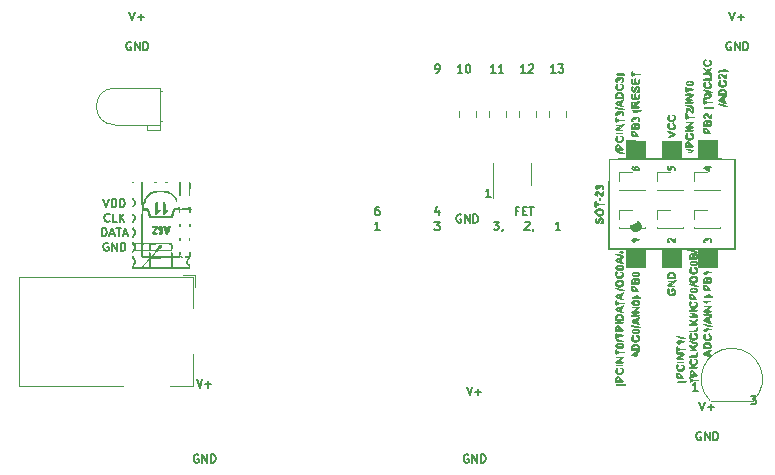
<source format=gto>
G04 #@! TF.GenerationSoftware,KiCad,Pcbnew,5.0.2+dfsg1-1~bpo9+1*
G04 #@! TF.CreationDate,2020-03-29T02:56:01-04:00*
G04 #@! TF.ProjectId,attiny10,61747469-6e79-4313-902e-6b696361645f,0.10.a*
G04 #@! TF.SameCoordinates,Original*
G04 #@! TF.FileFunction,Legend,Top*
G04 #@! TF.FilePolarity,Positive*
%FSLAX46Y46*%
G04 Gerber Fmt 4.6, Leading zero omitted, Abs format (unit mm)*
G04 Created by KiCad (PCBNEW 5.0.2+dfsg1-1~bpo9+1) date Sun 29 Mar 2020 02:56:01 AM EDT*
%MOMM*%
%LPD*%
G01*
G04 APERTURE LIST*
%ADD10C,0.175000*%
%ADD11C,0.120000*%
%ADD12C,0.010000*%
%ADD13C,0.150000*%
%ADD14O,1.000000X1.000000*%
%ADD15O,1.700000X1.700000*%
%ADD16C,0.975000*%
%ADD17C,4.300000*%
%ADD18O,1.200000X1.400000*%
%ADD19C,1.800000*%
%ADD20R,1.800000X1.800000*%
%ADD21R,0.650000X1.560000*%
%ADD22R,1.300000X1.300000*%
%ADD23C,1.300000*%
%ADD24C,3.500000*%
%ADD25C,3.000000*%
%ADD26R,3.500000X3.500000*%
G04 APERTURE END LIST*
D10*
X60091666Y-84706666D02*
X60525000Y-84706666D01*
X60291666Y-84973333D01*
X60391666Y-84973333D01*
X60458333Y-85006666D01*
X60491666Y-85040000D01*
X60525000Y-85106666D01*
X60525000Y-85273333D01*
X60491666Y-85340000D01*
X60458333Y-85373333D01*
X60391666Y-85406666D01*
X60191666Y-85406666D01*
X60125000Y-85373333D01*
X60091666Y-85340000D01*
X55445000Y-85406666D02*
X55045000Y-85406666D01*
X55245000Y-85406666D02*
X55245000Y-84706666D01*
X55178333Y-84806666D01*
X55111666Y-84873333D01*
X55045000Y-84906666D01*
X60458333Y-83670000D02*
X60458333Y-84136666D01*
X60291666Y-83403333D02*
X60125000Y-83903333D01*
X60558333Y-83903333D01*
X55378333Y-83436666D02*
X55245000Y-83436666D01*
X55178333Y-83470000D01*
X55145000Y-83503333D01*
X55078333Y-83603333D01*
X55045000Y-83736666D01*
X55045000Y-84003333D01*
X55078333Y-84070000D01*
X55111666Y-84103333D01*
X55178333Y-84136666D01*
X55311666Y-84136666D01*
X55378333Y-84103333D01*
X55411666Y-84070000D01*
X55445000Y-84003333D01*
X55445000Y-83836666D01*
X55411666Y-83770000D01*
X55378333Y-83736666D01*
X55311666Y-83703333D01*
X55178333Y-83703333D01*
X55111666Y-83736666D01*
X55078333Y-83770000D01*
X55045000Y-83836666D01*
X62966666Y-104425000D02*
X62900000Y-104391666D01*
X62800000Y-104391666D01*
X62700000Y-104425000D01*
X62633333Y-104491666D01*
X62600000Y-104558333D01*
X62566666Y-104691666D01*
X62566666Y-104791666D01*
X62600000Y-104925000D01*
X62633333Y-104991666D01*
X62700000Y-105058333D01*
X62800000Y-105091666D01*
X62866666Y-105091666D01*
X62966666Y-105058333D01*
X63000000Y-105025000D01*
X63000000Y-104791666D01*
X62866666Y-104791666D01*
X63300000Y-105091666D02*
X63300000Y-104391666D01*
X63700000Y-105091666D01*
X63700000Y-104391666D01*
X64033333Y-105091666D02*
X64033333Y-104391666D01*
X64200000Y-104391666D01*
X64300000Y-104425000D01*
X64366666Y-104491666D01*
X64400000Y-104558333D01*
X64433333Y-104691666D01*
X64433333Y-104791666D01*
X64400000Y-104925000D01*
X64366666Y-104991666D01*
X64300000Y-105058333D01*
X64200000Y-105091666D01*
X64033333Y-105091666D01*
X60191666Y-72071666D02*
X60325000Y-72071666D01*
X60391666Y-72038333D01*
X60425000Y-72005000D01*
X60491666Y-71905000D01*
X60525000Y-71771666D01*
X60525000Y-71505000D01*
X60491666Y-71438333D01*
X60458333Y-71405000D01*
X60391666Y-71371666D01*
X60258333Y-71371666D01*
X60191666Y-71405000D01*
X60158333Y-71438333D01*
X60125000Y-71505000D01*
X60125000Y-71671666D01*
X60158333Y-71738333D01*
X60191666Y-71771666D01*
X60258333Y-71805000D01*
X60391666Y-71805000D01*
X60458333Y-71771666D01*
X60491666Y-71738333D01*
X60525000Y-71671666D01*
X70351666Y-72071666D02*
X69951666Y-72071666D01*
X70151666Y-72071666D02*
X70151666Y-71371666D01*
X70085000Y-71471666D01*
X70018333Y-71538333D01*
X69951666Y-71571666D01*
X70585000Y-71371666D02*
X71018333Y-71371666D01*
X70785000Y-71638333D01*
X70885000Y-71638333D01*
X70951666Y-71671666D01*
X70985000Y-71705000D01*
X71018333Y-71771666D01*
X71018333Y-71938333D01*
X70985000Y-72005000D01*
X70951666Y-72038333D01*
X70885000Y-72071666D01*
X70685000Y-72071666D01*
X70618333Y-72038333D01*
X70585000Y-72005000D01*
X67811666Y-72071666D02*
X67411666Y-72071666D01*
X67611666Y-72071666D02*
X67611666Y-71371666D01*
X67545000Y-71471666D01*
X67478333Y-71538333D01*
X67411666Y-71571666D01*
X68078333Y-71438333D02*
X68111666Y-71405000D01*
X68178333Y-71371666D01*
X68345000Y-71371666D01*
X68411666Y-71405000D01*
X68445000Y-71438333D01*
X68478333Y-71505000D01*
X68478333Y-71571666D01*
X68445000Y-71671666D01*
X68045000Y-72071666D01*
X68478333Y-72071666D01*
X65271666Y-72071666D02*
X64871666Y-72071666D01*
X65071666Y-72071666D02*
X65071666Y-71371666D01*
X65005000Y-71471666D01*
X64938333Y-71538333D01*
X64871666Y-71571666D01*
X65938333Y-72071666D02*
X65538333Y-72071666D01*
X65738333Y-72071666D02*
X65738333Y-71371666D01*
X65671666Y-71471666D01*
X65605000Y-71538333D01*
X65538333Y-71571666D01*
X62331666Y-84105000D02*
X62265000Y-84071666D01*
X62165000Y-84071666D01*
X62065000Y-84105000D01*
X61998333Y-84171666D01*
X61965000Y-84238333D01*
X61931666Y-84371666D01*
X61931666Y-84471666D01*
X61965000Y-84605000D01*
X61998333Y-84671666D01*
X62065000Y-84738333D01*
X62165000Y-84771666D01*
X62231666Y-84771666D01*
X62331666Y-84738333D01*
X62365000Y-84705000D01*
X62365000Y-84471666D01*
X62231666Y-84471666D01*
X62665000Y-84771666D02*
X62665000Y-84071666D01*
X63065000Y-84771666D01*
X63065000Y-84071666D01*
X63398333Y-84771666D02*
X63398333Y-84071666D01*
X63565000Y-84071666D01*
X63665000Y-84105000D01*
X63731666Y-84171666D01*
X63765000Y-84238333D01*
X63798333Y-84371666D01*
X63798333Y-84471666D01*
X63765000Y-84605000D01*
X63731666Y-84671666D01*
X63665000Y-84738333D01*
X63565000Y-84771666D01*
X63398333Y-84771666D01*
X62465000Y-72071666D02*
X62065000Y-72071666D01*
X62265000Y-72071666D02*
X62265000Y-71371666D01*
X62198333Y-71471666D01*
X62131666Y-71538333D01*
X62065000Y-71571666D01*
X62898333Y-71371666D02*
X62965000Y-71371666D01*
X63031666Y-71405000D01*
X63065000Y-71438333D01*
X63098333Y-71505000D01*
X63131666Y-71638333D01*
X63131666Y-71805000D01*
X63098333Y-71938333D01*
X63065000Y-72005000D01*
X63031666Y-72038333D01*
X62965000Y-72071666D01*
X62898333Y-72071666D01*
X62831666Y-72038333D01*
X62798333Y-72005000D01*
X62765000Y-71938333D01*
X62731666Y-71805000D01*
X62731666Y-71638333D01*
X62765000Y-71505000D01*
X62798333Y-71438333D01*
X62831666Y-71405000D01*
X62898333Y-71371666D01*
X64843000Y-82612666D02*
X64443000Y-82612666D01*
X64643000Y-82612666D02*
X64643000Y-81912666D01*
X64576333Y-82012666D01*
X64509666Y-82079333D01*
X64443000Y-82112666D01*
X86875144Y-99455144D02*
X87308478Y-99455144D01*
X87075144Y-99721811D01*
X87175144Y-99721811D01*
X87241811Y-99755144D01*
X87275144Y-99788478D01*
X87308478Y-99855144D01*
X87308478Y-100021811D01*
X87275144Y-100088478D01*
X87241811Y-100121811D01*
X87175144Y-100155144D01*
X86975144Y-100155144D01*
X86908478Y-100121811D01*
X86875144Y-100088478D01*
X82369000Y-98995666D02*
X81969000Y-98995666D01*
X82169000Y-98995666D02*
X82169000Y-98295666D01*
X82102333Y-98395666D01*
X82035666Y-98462333D01*
X81969000Y-98495666D01*
X67195000Y-83792500D02*
X66961666Y-83792500D01*
X66961666Y-84159166D02*
X66961666Y-83459166D01*
X67295000Y-83459166D01*
X67561666Y-83792500D02*
X67795000Y-83792500D01*
X67895000Y-84159166D02*
X67561666Y-84159166D01*
X67561666Y-83459166D01*
X67895000Y-83459166D01*
X68095000Y-83459166D02*
X68495000Y-83459166D01*
X68295000Y-84159166D02*
X68295000Y-83459166D01*
X65111666Y-84684166D02*
X65545000Y-84684166D01*
X65311666Y-84950833D01*
X65411666Y-84950833D01*
X65478333Y-84984166D01*
X65511666Y-85017500D01*
X65545000Y-85084166D01*
X65545000Y-85250833D01*
X65511666Y-85317500D01*
X65478333Y-85350833D01*
X65411666Y-85384166D01*
X65211666Y-85384166D01*
X65145000Y-85350833D01*
X65111666Y-85317500D01*
X65878333Y-85350833D02*
X65878333Y-85384166D01*
X65845000Y-85450833D01*
X65811666Y-85484166D01*
X67745000Y-84750833D02*
X67778333Y-84717500D01*
X67845000Y-84684166D01*
X68011666Y-84684166D01*
X68078333Y-84717500D01*
X68111666Y-84750833D01*
X68145000Y-84817500D01*
X68145000Y-84884166D01*
X68111666Y-84984166D01*
X67711666Y-85384166D01*
X68145000Y-85384166D01*
X68478333Y-85350833D02*
X68478333Y-85384166D01*
X68445000Y-85450833D01*
X68411666Y-85484166D01*
X70745000Y-85384166D02*
X70345000Y-85384166D01*
X70545000Y-85384166D02*
X70545000Y-84684166D01*
X70478333Y-84784166D01*
X70411666Y-84850833D01*
X70345000Y-84884166D01*
X32066666Y-82779166D02*
X32300000Y-83479166D01*
X32533333Y-82779166D01*
X32766666Y-83479166D02*
X32766666Y-82779166D01*
X32933333Y-82779166D01*
X33033333Y-82812500D01*
X33100000Y-82879166D01*
X33133333Y-82945833D01*
X33166666Y-83079166D01*
X33166666Y-83179166D01*
X33133333Y-83312500D01*
X33100000Y-83379166D01*
X33033333Y-83445833D01*
X32933333Y-83479166D01*
X32766666Y-83479166D01*
X33466666Y-83479166D02*
X33466666Y-82779166D01*
X33633333Y-82779166D01*
X33733333Y-82812500D01*
X33800000Y-82879166D01*
X33833333Y-82945833D01*
X33866666Y-83079166D01*
X33866666Y-83179166D01*
X33833333Y-83312500D01*
X33800000Y-83379166D01*
X33733333Y-83445833D01*
X33633333Y-83479166D01*
X33466666Y-83479166D01*
X32583333Y-84637500D02*
X32550000Y-84670833D01*
X32450000Y-84704166D01*
X32383333Y-84704166D01*
X32283333Y-84670833D01*
X32216666Y-84604166D01*
X32183333Y-84537500D01*
X32150000Y-84404166D01*
X32150000Y-84304166D01*
X32183333Y-84170833D01*
X32216666Y-84104166D01*
X32283333Y-84037500D01*
X32383333Y-84004166D01*
X32450000Y-84004166D01*
X32550000Y-84037500D01*
X32583333Y-84070833D01*
X33216666Y-84704166D02*
X32883333Y-84704166D01*
X32883333Y-84004166D01*
X33450000Y-84704166D02*
X33450000Y-84004166D01*
X33850000Y-84704166D02*
X33550000Y-84304166D01*
X33850000Y-84004166D02*
X33450000Y-84404166D01*
X31950000Y-85929166D02*
X31950000Y-85229166D01*
X32116666Y-85229166D01*
X32216666Y-85262500D01*
X32283333Y-85329166D01*
X32316666Y-85395833D01*
X32350000Y-85529166D01*
X32350000Y-85629166D01*
X32316666Y-85762500D01*
X32283333Y-85829166D01*
X32216666Y-85895833D01*
X32116666Y-85929166D01*
X31950000Y-85929166D01*
X32616666Y-85729166D02*
X32950000Y-85729166D01*
X32550000Y-85929166D02*
X32783333Y-85229166D01*
X33016666Y-85929166D01*
X33150000Y-85229166D02*
X33550000Y-85229166D01*
X33350000Y-85929166D02*
X33350000Y-85229166D01*
X33750000Y-85729166D02*
X34083333Y-85729166D01*
X33683333Y-85929166D02*
X33916666Y-85229166D01*
X34150000Y-85929166D01*
X32466666Y-86487500D02*
X32400000Y-86454166D01*
X32300000Y-86454166D01*
X32200000Y-86487500D01*
X32133333Y-86554166D01*
X32100000Y-86620833D01*
X32066666Y-86754166D01*
X32066666Y-86854166D01*
X32100000Y-86987500D01*
X32133333Y-87054166D01*
X32200000Y-87120833D01*
X32300000Y-87154166D01*
X32366666Y-87154166D01*
X32466666Y-87120833D01*
X32500000Y-87087500D01*
X32500000Y-86854166D01*
X32366666Y-86854166D01*
X32800000Y-87154166D02*
X32800000Y-86454166D01*
X33200000Y-87154166D01*
X33200000Y-86454166D01*
X33533333Y-87154166D02*
X33533333Y-86454166D01*
X33700000Y-86454166D01*
X33800000Y-86487500D01*
X33866666Y-86554166D01*
X33900000Y-86620833D01*
X33933333Y-86754166D01*
X33933333Y-86854166D01*
X33900000Y-86987500D01*
X33866666Y-87054166D01*
X33800000Y-87120833D01*
X33700000Y-87154166D01*
X33533333Y-87154166D01*
X34391666Y-69500000D02*
X34325000Y-69466666D01*
X34225000Y-69466666D01*
X34125000Y-69500000D01*
X34058333Y-69566666D01*
X34025000Y-69633333D01*
X33991666Y-69766666D01*
X33991666Y-69866666D01*
X34025000Y-70000000D01*
X34058333Y-70066666D01*
X34125000Y-70133333D01*
X34225000Y-70166666D01*
X34291666Y-70166666D01*
X34391666Y-70133333D01*
X34425000Y-70100000D01*
X34425000Y-69866666D01*
X34291666Y-69866666D01*
X34725000Y-70166666D02*
X34725000Y-69466666D01*
X35125000Y-70166666D01*
X35125000Y-69466666D01*
X35458333Y-70166666D02*
X35458333Y-69466666D01*
X35625000Y-69466666D01*
X35725000Y-69500000D01*
X35791666Y-69566666D01*
X35825000Y-69633333D01*
X35858333Y-69766666D01*
X35858333Y-69866666D01*
X35825000Y-70000000D01*
X35791666Y-70066666D01*
X35725000Y-70133333D01*
X35625000Y-70166666D01*
X35458333Y-70166666D01*
X82651666Y-102520000D02*
X82585000Y-102486666D01*
X82485000Y-102486666D01*
X82385000Y-102520000D01*
X82318333Y-102586666D01*
X82285000Y-102653333D01*
X82251666Y-102786666D01*
X82251666Y-102886666D01*
X82285000Y-103020000D01*
X82318333Y-103086666D01*
X82385000Y-103153333D01*
X82485000Y-103186666D01*
X82551666Y-103186666D01*
X82651666Y-103153333D01*
X82685000Y-103120000D01*
X82685000Y-102886666D01*
X82551666Y-102886666D01*
X82985000Y-103186666D02*
X82985000Y-102486666D01*
X83385000Y-103186666D01*
X83385000Y-102486666D01*
X83718333Y-103186666D02*
X83718333Y-102486666D01*
X83885000Y-102486666D01*
X83985000Y-102520000D01*
X84051666Y-102586666D01*
X84085000Y-102653333D01*
X84118333Y-102786666D01*
X84118333Y-102886666D01*
X84085000Y-103020000D01*
X84051666Y-103086666D01*
X83985000Y-103153333D01*
X83885000Y-103186666D01*
X83718333Y-103186666D01*
X82518333Y-99946666D02*
X82751666Y-100646666D01*
X82985000Y-99946666D01*
X83218333Y-100380000D02*
X83751666Y-100380000D01*
X83485000Y-100646666D02*
X83485000Y-100113333D01*
X85058333Y-66926666D02*
X85291666Y-67626666D01*
X85525000Y-66926666D01*
X85758333Y-67360000D02*
X86291666Y-67360000D01*
X86025000Y-67626666D02*
X86025000Y-67093333D01*
X85191666Y-69500000D02*
X85125000Y-69466666D01*
X85025000Y-69466666D01*
X84925000Y-69500000D01*
X84858333Y-69566666D01*
X84825000Y-69633333D01*
X84791666Y-69766666D01*
X84791666Y-69866666D01*
X84825000Y-70000000D01*
X84858333Y-70066666D01*
X84925000Y-70133333D01*
X85025000Y-70166666D01*
X85091666Y-70166666D01*
X85191666Y-70133333D01*
X85225000Y-70100000D01*
X85225000Y-69866666D01*
X85091666Y-69866666D01*
X85525000Y-70166666D02*
X85525000Y-69466666D01*
X85925000Y-70166666D01*
X85925000Y-69466666D01*
X86258333Y-70166666D02*
X86258333Y-69466666D01*
X86425000Y-69466666D01*
X86525000Y-69500000D01*
X86591666Y-69566666D01*
X86625000Y-69633333D01*
X86658333Y-69766666D01*
X86658333Y-69866666D01*
X86625000Y-70000000D01*
X86591666Y-70066666D01*
X86525000Y-70133333D01*
X86425000Y-70166666D01*
X86258333Y-70166666D01*
X62833333Y-98676666D02*
X63066666Y-99376666D01*
X63300000Y-98676666D01*
X63533333Y-99110000D02*
X64066666Y-99110000D01*
X63800000Y-99376666D02*
X63800000Y-98843333D01*
X40106666Y-104425000D02*
X40040000Y-104391666D01*
X39940000Y-104391666D01*
X39840000Y-104425000D01*
X39773333Y-104491666D01*
X39740000Y-104558333D01*
X39706666Y-104691666D01*
X39706666Y-104791666D01*
X39740000Y-104925000D01*
X39773333Y-104991666D01*
X39840000Y-105058333D01*
X39940000Y-105091666D01*
X40006666Y-105091666D01*
X40106666Y-105058333D01*
X40140000Y-105025000D01*
X40140000Y-104791666D01*
X40006666Y-104791666D01*
X40440000Y-105091666D02*
X40440000Y-104391666D01*
X40840000Y-105091666D01*
X40840000Y-104391666D01*
X41173333Y-105091666D02*
X41173333Y-104391666D01*
X41340000Y-104391666D01*
X41440000Y-104425000D01*
X41506666Y-104491666D01*
X41540000Y-104558333D01*
X41573333Y-104691666D01*
X41573333Y-104791666D01*
X41540000Y-104925000D01*
X41506666Y-104991666D01*
X41440000Y-105058333D01*
X41340000Y-105091666D01*
X41173333Y-105091666D01*
X39973333Y-98041666D02*
X40206666Y-98741666D01*
X40440000Y-98041666D01*
X40673333Y-98475000D02*
X41206666Y-98475000D01*
X40940000Y-98741666D02*
X40940000Y-98208333D01*
X34258333Y-66926666D02*
X34491666Y-67626666D01*
X34725000Y-66926666D01*
X34958333Y-67360000D02*
X35491666Y-67360000D01*
X35225000Y-67626666D02*
X35225000Y-67093333D01*
D11*
G04 #@! TO.C,REF\002A\002A*
X75725000Y-85215000D02*
X77945000Y-85215000D01*
X75725000Y-85215000D02*
X75725000Y-85150000D01*
X77945000Y-85215000D02*
X77945000Y-85150000D01*
X75725000Y-85215000D02*
X76271529Y-85215000D01*
X77398471Y-85215000D02*
X77945000Y-85215000D01*
X75725000Y-84455000D02*
X75725000Y-83695000D01*
X75725000Y-83695000D02*
X76835000Y-83695000D01*
X78900000Y-83695000D02*
X80010000Y-83695000D01*
X78900000Y-84455000D02*
X78900000Y-83695000D01*
X80573471Y-85215000D02*
X81120000Y-85215000D01*
X78900000Y-85215000D02*
X79446529Y-85215000D01*
X81120000Y-85215000D02*
X81120000Y-85150000D01*
X78900000Y-85215000D02*
X78900000Y-85150000D01*
X78900000Y-85215000D02*
X81120000Y-85215000D01*
X82075000Y-85215000D02*
X84295000Y-85215000D01*
X82075000Y-85215000D02*
X82075000Y-85150000D01*
X84295000Y-85215000D02*
X84295000Y-85150000D01*
X82075000Y-85215000D02*
X82621529Y-85215000D01*
X83748471Y-85215000D02*
X84295000Y-85215000D01*
X82075000Y-84455000D02*
X82075000Y-83695000D01*
X82075000Y-83695000D02*
X83185000Y-83695000D01*
X82075000Y-80520000D02*
X83185000Y-80520000D01*
X82075000Y-81280000D02*
X82075000Y-80520000D01*
X83748471Y-82040000D02*
X84295000Y-82040000D01*
X82075000Y-82040000D02*
X82621529Y-82040000D01*
X84295000Y-82040000D02*
X84295000Y-81975000D01*
X82075000Y-82040000D02*
X82075000Y-81975000D01*
X82075000Y-82040000D02*
X84295000Y-82040000D01*
X78900000Y-82040000D02*
X81120000Y-82040000D01*
X78900000Y-82040000D02*
X78900000Y-81975000D01*
X81120000Y-82040000D02*
X81120000Y-81975000D01*
X78900000Y-82040000D02*
X79446529Y-82040000D01*
X80573471Y-82040000D02*
X81120000Y-82040000D01*
X78900000Y-81280000D02*
X78900000Y-80520000D01*
X78900000Y-80520000D02*
X80010000Y-80520000D01*
X71195000Y-75306422D02*
X71195000Y-75823578D01*
X69775000Y-75306422D02*
X69775000Y-75823578D01*
X67235000Y-75306422D02*
X67235000Y-75823578D01*
X68655000Y-75306422D02*
X68655000Y-75823578D01*
X66115000Y-75306422D02*
X66115000Y-75823578D01*
X64695000Y-75306422D02*
X64695000Y-75823578D01*
G04 #@! TO.C,REF100552*
X33030000Y-76490000D02*
G75*
G02X33030000Y-73370000I0J1560000D01*
G01*
X37020000Y-76200000D02*
X37020000Y-76200000D01*
X36890000Y-76200000D02*
X37020000Y-76200000D01*
X36890000Y-76200000D02*
X36890000Y-76200000D01*
X37020000Y-76200000D02*
X36890000Y-76200000D01*
X37020000Y-73660000D02*
X37020000Y-73660000D01*
X36890000Y-73660000D02*
X37020000Y-73660000D01*
X36890000Y-73660000D02*
X36890000Y-73660000D01*
X37020000Y-73660000D02*
X36890000Y-73660000D01*
X36890000Y-76490000D02*
X36890000Y-76890000D01*
X35770000Y-76490000D02*
X36890000Y-76490000D01*
X35770000Y-76890000D02*
X35770000Y-76490000D01*
X36890000Y-76890000D02*
X35770000Y-76890000D01*
X36890000Y-73370000D02*
X36890000Y-76490000D01*
X36890000Y-76490000D02*
X33030000Y-76490000D01*
X36890000Y-73370000D02*
X33030000Y-73370000D01*
G04 #@! TO.C,REF\002A\002A*
X65065000Y-79745000D02*
X65065000Y-82695000D01*
X68285000Y-81545000D02*
X68285000Y-79745000D01*
D12*
G04 #@! TO.C,G\002A\002A\002A*
G36*
X36235728Y-85712497D02*
X36169719Y-85684174D01*
X36165784Y-85624479D01*
X36222737Y-85523195D01*
X36326268Y-85386530D01*
X36499203Y-85169334D01*
X36326268Y-85169334D01*
X36207174Y-85159281D01*
X36157098Y-85125789D01*
X36153333Y-85105834D01*
X36174237Y-85067540D01*
X36247585Y-85047824D01*
X36386167Y-85042334D01*
X36523727Y-85047195D01*
X36595125Y-85065397D01*
X36618493Y-85102371D01*
X36619000Y-85112057D01*
X36593500Y-85182164D01*
X36528010Y-85287392D01*
X36470833Y-85362598D01*
X36389167Y-85466367D01*
X36335353Y-85542617D01*
X36322667Y-85568042D01*
X36359515Y-85585344D01*
X36448274Y-85592666D01*
X36449667Y-85592667D01*
X36550493Y-85611599D01*
X36576667Y-85656167D01*
X36554007Y-85696100D01*
X36475553Y-85715604D01*
X36365000Y-85719667D01*
X36235728Y-85712497D01*
X36235728Y-85712497D01*
G37*
X36235728Y-85712497D02*
X36169719Y-85684174D01*
X36165784Y-85624479D01*
X36222737Y-85523195D01*
X36326268Y-85386530D01*
X36499203Y-85169334D01*
X36326268Y-85169334D01*
X36207174Y-85159281D01*
X36157098Y-85125789D01*
X36153333Y-85105834D01*
X36174237Y-85067540D01*
X36247585Y-85047824D01*
X36386167Y-85042334D01*
X36523727Y-85047195D01*
X36595125Y-85065397D01*
X36618493Y-85102371D01*
X36619000Y-85112057D01*
X36593500Y-85182164D01*
X36528010Y-85287392D01*
X36470833Y-85362598D01*
X36389167Y-85466367D01*
X36335353Y-85542617D01*
X36322667Y-85568042D01*
X36359515Y-85585344D01*
X36448274Y-85592666D01*
X36449667Y-85592667D01*
X36550493Y-85611599D01*
X36576667Y-85656167D01*
X36554007Y-85696100D01*
X36475553Y-85715604D01*
X36365000Y-85719667D01*
X36235728Y-85712497D01*
G36*
X36772174Y-85700735D02*
X36746000Y-85656167D01*
X36781293Y-85604453D01*
X36830667Y-85592667D01*
X36903874Y-85576976D01*
X36901425Y-85538085D01*
X36824543Y-85488271D01*
X36820083Y-85486289D01*
X36744050Y-85415994D01*
X36711750Y-85309868D01*
X36719978Y-85194790D01*
X36765533Y-85097641D01*
X36845208Y-85045299D01*
X36873000Y-85042334D01*
X36957438Y-85076398D01*
X36998511Y-85124217D01*
X37037319Y-85211128D01*
X37024971Y-85247807D01*
X36978833Y-85254000D01*
X36922498Y-85231142D01*
X36915333Y-85211667D01*
X36882734Y-85171033D01*
X36870056Y-85169334D01*
X36840061Y-85204393D01*
X36838443Y-85264584D01*
X36870900Y-85336916D01*
X36952603Y-85348796D01*
X37019976Y-85349848D01*
X37038510Y-85389663D01*
X37026549Y-85470504D01*
X37007641Y-85582495D01*
X37000000Y-85661459D01*
X36961891Y-85706147D01*
X36873000Y-85719667D01*
X36772174Y-85700735D01*
X36772174Y-85700735D01*
G37*
X36772174Y-85700735D02*
X36746000Y-85656167D01*
X36781293Y-85604453D01*
X36830667Y-85592667D01*
X36903874Y-85576976D01*
X36901425Y-85538085D01*
X36824543Y-85488271D01*
X36820083Y-85486289D01*
X36744050Y-85415994D01*
X36711750Y-85309868D01*
X36719978Y-85194790D01*
X36765533Y-85097641D01*
X36845208Y-85045299D01*
X36873000Y-85042334D01*
X36957438Y-85076398D01*
X36998511Y-85124217D01*
X37037319Y-85211128D01*
X37024971Y-85247807D01*
X36978833Y-85254000D01*
X36922498Y-85231142D01*
X36915333Y-85211667D01*
X36882734Y-85171033D01*
X36870056Y-85169334D01*
X36840061Y-85204393D01*
X36838443Y-85264584D01*
X36870900Y-85336916D01*
X36952603Y-85348796D01*
X37019976Y-85349848D01*
X37038510Y-85389663D01*
X37026549Y-85470504D01*
X37007641Y-85582495D01*
X37000000Y-85661459D01*
X36961891Y-85706147D01*
X36873000Y-85719667D01*
X36772174Y-85700735D01*
G36*
X37354586Y-85678658D02*
X37309023Y-85610093D01*
X37257973Y-85479249D01*
X37226431Y-85381000D01*
X37180366Y-85230553D01*
X37145743Y-85115684D01*
X37128631Y-85056581D01*
X37127802Y-85052917D01*
X37153106Y-85035477D01*
X37209835Y-85052732D01*
X37260235Y-85090565D01*
X37269309Y-85105834D01*
X37325630Y-85153937D01*
X37402167Y-85169334D01*
X37492855Y-85147173D01*
X37535025Y-85105834D01*
X37574480Y-85064177D01*
X37633291Y-85038226D01*
X37673704Y-85042099D01*
X37676531Y-85052917D01*
X37664606Y-85095373D01*
X37633690Y-85198514D01*
X37589854Y-85342152D01*
X37589027Y-85344843D01*
X37463795Y-85344843D01*
X37436087Y-85301098D01*
X37402167Y-85296334D01*
X37346309Y-85324700D01*
X37339315Y-85349250D01*
X37361320Y-85431460D01*
X37375757Y-85458633D01*
X37410392Y-85489444D01*
X37438609Y-85444588D01*
X37463795Y-85344843D01*
X37589027Y-85344843D01*
X37577903Y-85381000D01*
X37520966Y-85549989D01*
X37473457Y-85649577D01*
X37427871Y-85693322D01*
X37402167Y-85698500D01*
X37354586Y-85678658D01*
X37354586Y-85678658D01*
G37*
X37354586Y-85678658D02*
X37309023Y-85610093D01*
X37257973Y-85479249D01*
X37226431Y-85381000D01*
X37180366Y-85230553D01*
X37145743Y-85115684D01*
X37128631Y-85056581D01*
X37127802Y-85052917D01*
X37153106Y-85035477D01*
X37209835Y-85052732D01*
X37260235Y-85090565D01*
X37269309Y-85105834D01*
X37325630Y-85153937D01*
X37402167Y-85169334D01*
X37492855Y-85147173D01*
X37535025Y-85105834D01*
X37574480Y-85064177D01*
X37633291Y-85038226D01*
X37673704Y-85042099D01*
X37676531Y-85052917D01*
X37664606Y-85095373D01*
X37633690Y-85198514D01*
X37589854Y-85342152D01*
X37589027Y-85344843D01*
X37463795Y-85344843D01*
X37436087Y-85301098D01*
X37402167Y-85296334D01*
X37346309Y-85324700D01*
X37339315Y-85349250D01*
X37361320Y-85431460D01*
X37375757Y-85458633D01*
X37410392Y-85489444D01*
X37438609Y-85444588D01*
X37463795Y-85344843D01*
X37589027Y-85344843D01*
X37577903Y-85381000D01*
X37520966Y-85549989D01*
X37473457Y-85649577D01*
X37427871Y-85693322D01*
X37402167Y-85698500D01*
X37354586Y-85678658D01*
G36*
X36473265Y-84027229D02*
X36458742Y-83906081D01*
X36450944Y-83709976D01*
X36449667Y-83560667D01*
X36450498Y-83346226D01*
X36454549Y-83202417D01*
X36464158Y-83115208D01*
X36481665Y-83070570D01*
X36509408Y-83054472D01*
X36534333Y-83052667D01*
X36575456Y-83059347D01*
X36600595Y-83090410D01*
X36613631Y-83162390D01*
X36618444Y-83291822D01*
X36619000Y-83413476D01*
X36619000Y-83774286D01*
X36724833Y-83704941D01*
X36799047Y-83660756D01*
X36826760Y-83666573D01*
X36830667Y-83710272D01*
X36801528Y-83780160D01*
X36729581Y-83875599D01*
X36638026Y-83971880D01*
X36550067Y-84044299D01*
X36494098Y-84068667D01*
X36473265Y-84027229D01*
X36473265Y-84027229D01*
G37*
X36473265Y-84027229D02*
X36458742Y-83906081D01*
X36450944Y-83709976D01*
X36449667Y-83560667D01*
X36450498Y-83346226D01*
X36454549Y-83202417D01*
X36464158Y-83115208D01*
X36481665Y-83070570D01*
X36509408Y-83054472D01*
X36534333Y-83052667D01*
X36575456Y-83059347D01*
X36600595Y-83090410D01*
X36613631Y-83162390D01*
X36618444Y-83291822D01*
X36619000Y-83413476D01*
X36619000Y-83774286D01*
X36724833Y-83704941D01*
X36799047Y-83660756D01*
X36826760Y-83666573D01*
X36830667Y-83710272D01*
X36801528Y-83780160D01*
X36729581Y-83875599D01*
X36638026Y-83971880D01*
X36550067Y-84044299D01*
X36494098Y-84068667D01*
X36473265Y-84027229D01*
G36*
X37108265Y-84027229D02*
X37093742Y-83906081D01*
X37085944Y-83709976D01*
X37084667Y-83560667D01*
X37085498Y-83346226D01*
X37089549Y-83202417D01*
X37099158Y-83115208D01*
X37116665Y-83070570D01*
X37144408Y-83054472D01*
X37169333Y-83052667D01*
X37210456Y-83059347D01*
X37235595Y-83090410D01*
X37248631Y-83162390D01*
X37253444Y-83291822D01*
X37254000Y-83413476D01*
X37254000Y-83774286D01*
X37359833Y-83704941D01*
X37434047Y-83660756D01*
X37461760Y-83666573D01*
X37465667Y-83710272D01*
X37436528Y-83780160D01*
X37364581Y-83875599D01*
X37273026Y-83971880D01*
X37185067Y-84044299D01*
X37129098Y-84068667D01*
X37108265Y-84027229D01*
X37108265Y-84027229D01*
G37*
X37108265Y-84027229D02*
X37093742Y-83906081D01*
X37085944Y-83709976D01*
X37084667Y-83560667D01*
X37085498Y-83346226D01*
X37089549Y-83202417D01*
X37099158Y-83115208D01*
X37116665Y-83070570D01*
X37144408Y-83054472D01*
X37169333Y-83052667D01*
X37210456Y-83059347D01*
X37235595Y-83090410D01*
X37248631Y-83162390D01*
X37253444Y-83291822D01*
X37254000Y-83413476D01*
X37254000Y-83774286D01*
X37359833Y-83704941D01*
X37434047Y-83660756D01*
X37461760Y-83666573D01*
X37465667Y-83710272D01*
X37436528Y-83780160D01*
X37364581Y-83875599D01*
X37273026Y-83971880D01*
X37185067Y-84044299D01*
X37129098Y-84068667D01*
X37108265Y-84027229D01*
G36*
X38645296Y-87685720D02*
X38608667Y-87667000D01*
X38575418Y-87635254D01*
X38606197Y-87631246D01*
X38685034Y-87654976D01*
X38714500Y-87667000D01*
X38762212Y-87695873D01*
X38735667Y-87705710D01*
X38645296Y-87685720D01*
X38645296Y-87685720D01*
G37*
X38645296Y-87685720D02*
X38608667Y-87667000D01*
X38575418Y-87635254D01*
X38606197Y-87631246D01*
X38685034Y-87654976D01*
X38714500Y-87667000D01*
X38762212Y-87695873D01*
X38735667Y-87705710D01*
X38645296Y-87685720D01*
G36*
X34505676Y-85943841D02*
X34532173Y-85851952D01*
X34601296Y-85751924D01*
X34610796Y-85742053D01*
X34688098Y-85621737D01*
X34680822Y-85500595D01*
X34589038Y-85379492D01*
X34580210Y-85371695D01*
X34516075Y-85270147D01*
X34514623Y-85202362D01*
X34530111Y-85152992D01*
X34538902Y-85172538D01*
X34572006Y-85245766D01*
X34644544Y-85332976D01*
X34650500Y-85338667D01*
X34738285Y-85471688D01*
X34755514Y-85622404D01*
X34701835Y-85764808D01*
X34656939Y-85816939D01*
X34578918Y-85902319D01*
X34533281Y-85973667D01*
X34513872Y-85998357D01*
X34505676Y-85943841D01*
X34505676Y-85943841D01*
G37*
X34505676Y-85943841D02*
X34532173Y-85851952D01*
X34601296Y-85751924D01*
X34610796Y-85742053D01*
X34688098Y-85621737D01*
X34680822Y-85500595D01*
X34589038Y-85379492D01*
X34580210Y-85371695D01*
X34516075Y-85270147D01*
X34514623Y-85202362D01*
X34530111Y-85152992D01*
X34538902Y-85172538D01*
X34572006Y-85245766D01*
X34644544Y-85332976D01*
X34650500Y-85338667D01*
X34738285Y-85471688D01*
X34755514Y-85622404D01*
X34701835Y-85764808D01*
X34656939Y-85816939D01*
X34578918Y-85902319D01*
X34533281Y-85973667D01*
X34513872Y-85998357D01*
X34505676Y-85943841D01*
G36*
X38704799Y-84305910D02*
X38717424Y-84286669D01*
X38760361Y-84283676D01*
X38805532Y-84294015D01*
X38785938Y-84309252D01*
X38719776Y-84314299D01*
X38704799Y-84305910D01*
X38704799Y-84305910D01*
G37*
X38704799Y-84305910D02*
X38717424Y-84286669D01*
X38760361Y-84283676D01*
X38805532Y-84294015D01*
X38785938Y-84309252D01*
X38719776Y-84314299D01*
X38704799Y-84305910D01*
G36*
X34505676Y-84678478D02*
X34533049Y-84583887D01*
X34587000Y-84513167D01*
X34651310Y-84412995D01*
X34671667Y-84316465D01*
X34639172Y-84196743D01*
X34587000Y-84143509D01*
X34521042Y-84090267D01*
X34502333Y-84058484D01*
X34526385Y-84026761D01*
X34590119Y-84056476D01*
X34664288Y-84124312D01*
X34742946Y-84261621D01*
X34742566Y-84408672D01*
X34663573Y-84545993D01*
X34654830Y-84555019D01*
X34578208Y-84640969D01*
X34532092Y-84709658D01*
X34531172Y-84711845D01*
X34512986Y-84723052D01*
X34505676Y-84678478D01*
X34505676Y-84678478D01*
G37*
X34505676Y-84678478D02*
X34533049Y-84583887D01*
X34587000Y-84513167D01*
X34651310Y-84412995D01*
X34671667Y-84316465D01*
X34639172Y-84196743D01*
X34587000Y-84143509D01*
X34521042Y-84090267D01*
X34502333Y-84058484D01*
X34526385Y-84026761D01*
X34590119Y-84056476D01*
X34664288Y-84124312D01*
X34742946Y-84261621D01*
X34742566Y-84408672D01*
X34663573Y-84545993D01*
X34654830Y-84555019D01*
X34578208Y-84640969D01*
X34532092Y-84709658D01*
X34531172Y-84711845D01*
X34512986Y-84723052D01*
X34505676Y-84678478D01*
G36*
X38704799Y-83078244D02*
X38717424Y-83059003D01*
X38760361Y-83056009D01*
X38805532Y-83066348D01*
X38785938Y-83081586D01*
X38719776Y-83086632D01*
X38704799Y-83078244D01*
X38704799Y-83078244D01*
G37*
X38704799Y-83078244D02*
X38717424Y-83059003D01*
X38760361Y-83056009D01*
X38805532Y-83066348D01*
X38785938Y-83081586D01*
X38719776Y-83086632D01*
X38704799Y-83078244D01*
G36*
X34507654Y-83372254D02*
X34516451Y-83331832D01*
X34583693Y-83295292D01*
X34587000Y-83294401D01*
X34649211Y-83240037D01*
X34676468Y-83138652D01*
X34669018Y-83020230D01*
X34627106Y-82914754D01*
X34583511Y-82868722D01*
X34515733Y-82780883D01*
X34514246Y-82707571D01*
X34529258Y-82650690D01*
X34538045Y-82676453D01*
X34538902Y-82686741D01*
X34574529Y-82767364D01*
X34650500Y-82848564D01*
X34738303Y-82961133D01*
X34756333Y-83067487D01*
X34733810Y-83199732D01*
X34676836Y-83313542D01*
X34601311Y-83382229D01*
X34563433Y-83391334D01*
X34507654Y-83372254D01*
X34507654Y-83372254D01*
G37*
X34507654Y-83372254D02*
X34516451Y-83331832D01*
X34583693Y-83295292D01*
X34587000Y-83294401D01*
X34649211Y-83240037D01*
X34676468Y-83138652D01*
X34669018Y-83020230D01*
X34627106Y-82914754D01*
X34583511Y-82868722D01*
X34515733Y-82780883D01*
X34514246Y-82707571D01*
X34529258Y-82650690D01*
X34538045Y-82676453D01*
X34538902Y-82686741D01*
X34574529Y-82767364D01*
X34650500Y-82848564D01*
X34738303Y-82961133D01*
X34756333Y-83067487D01*
X34733810Y-83199732D01*
X34676836Y-83313542D01*
X34601311Y-83382229D01*
X34563433Y-83391334D01*
X34507654Y-83372254D01*
G36*
X34502333Y-81338167D02*
X34523500Y-81317000D01*
X34544667Y-81338167D01*
X34523500Y-81359334D01*
X34502333Y-81338167D01*
X34502333Y-81338167D01*
G37*
X34502333Y-81338167D02*
X34523500Y-81317000D01*
X34544667Y-81338167D01*
X34523500Y-81359334D01*
X34502333Y-81338167D01*
G36*
X35284918Y-83148414D02*
X35280951Y-83035915D01*
X35277383Y-82838790D01*
X35274214Y-82557022D01*
X35273119Y-82428250D01*
X35271930Y-82131503D01*
X35273080Y-81864625D01*
X35276340Y-81638679D01*
X35281481Y-81464725D01*
X35288277Y-81353824D01*
X35296083Y-81316946D01*
X35305834Y-81356975D01*
X35313116Y-81468007D01*
X35317542Y-81636405D01*
X35318720Y-81848529D01*
X35316965Y-82047196D01*
X35310651Y-82442103D01*
X35304724Y-82752484D01*
X35299185Y-82978322D01*
X35294037Y-83119601D01*
X35289280Y-83176304D01*
X35284918Y-83148414D01*
X35284918Y-83148414D01*
G37*
X35284918Y-83148414D02*
X35280951Y-83035915D01*
X35277383Y-82838790D01*
X35274214Y-82557022D01*
X35273119Y-82428250D01*
X35271930Y-82131503D01*
X35273080Y-81864625D01*
X35276340Y-81638679D01*
X35281481Y-81464725D01*
X35288277Y-81353824D01*
X35296083Y-81316946D01*
X35305834Y-81356975D01*
X35313116Y-81468007D01*
X35317542Y-81636405D01*
X35318720Y-81848529D01*
X35316965Y-82047196D01*
X35310651Y-82442103D01*
X35304724Y-82752484D01*
X35299185Y-82978322D01*
X35294037Y-83119601D01*
X35289280Y-83176304D01*
X35284918Y-83148414D01*
G36*
X36353611Y-81344768D02*
X36352204Y-81330871D01*
X36418475Y-81325195D01*
X36428500Y-81325253D01*
X36494157Y-81331358D01*
X36487890Y-81344242D01*
X36480611Y-81346337D01*
X36388396Y-81352535D01*
X36353611Y-81344768D01*
X36353611Y-81344768D01*
G37*
X36353611Y-81344768D02*
X36352204Y-81330871D01*
X36418475Y-81325195D01*
X36428500Y-81325253D01*
X36494157Y-81331358D01*
X36487890Y-81344242D01*
X36480611Y-81346337D01*
X36388396Y-81352535D01*
X36353611Y-81344768D01*
G36*
X37284944Y-81344768D02*
X37283537Y-81330871D01*
X37349808Y-81325195D01*
X37359833Y-81325253D01*
X37425491Y-81331358D01*
X37419223Y-81344242D01*
X37411944Y-81346337D01*
X37319729Y-81352535D01*
X37284944Y-81344768D01*
X37284944Y-81344768D01*
G37*
X37284944Y-81344768D02*
X37283537Y-81330871D01*
X37349808Y-81325195D01*
X37359833Y-81325253D01*
X37425491Y-81331358D01*
X37419223Y-81344242D01*
X37411944Y-81346337D01*
X37319729Y-81352535D01*
X37284944Y-81344768D01*
G36*
X38502625Y-83191744D02*
X38498642Y-83083754D01*
X38495050Y-82891252D01*
X38491856Y-82614175D01*
X38490453Y-82449417D01*
X38489263Y-82149732D01*
X38490371Y-81879814D01*
X38493554Y-81650620D01*
X38498590Y-81473107D01*
X38505257Y-81358232D01*
X38513333Y-81316952D01*
X38513417Y-81316948D01*
X38523046Y-81357011D01*
X38530286Y-81468271D01*
X38534760Y-81637285D01*
X38536097Y-81850605D01*
X38534322Y-82068365D01*
X38528145Y-82466158D01*
X38522317Y-82779808D01*
X38516844Y-83009253D01*
X38511733Y-83154432D01*
X38506991Y-83215283D01*
X38502625Y-83191744D01*
X38502625Y-83191744D01*
G37*
X38502625Y-83191744D02*
X38498642Y-83083754D01*
X38495050Y-82891252D01*
X38491856Y-82614175D01*
X38490453Y-82449417D01*
X38489263Y-82149732D01*
X38490371Y-81879814D01*
X38493554Y-81650620D01*
X38498590Y-81473107D01*
X38505257Y-81358232D01*
X38513333Y-81316952D01*
X38513417Y-81316948D01*
X38523046Y-81357011D01*
X38530286Y-81468271D01*
X38534760Y-81637285D01*
X38536097Y-81850605D01*
X38534322Y-82068365D01*
X38528145Y-82466158D01*
X38522317Y-82779808D01*
X38516844Y-83009253D01*
X38511733Y-83154432D01*
X38506991Y-83215283D01*
X38502625Y-83191744D01*
G36*
X35396250Y-88642478D02*
X35131232Y-88642323D01*
X34937779Y-88642082D01*
X34851583Y-88641871D01*
X34502333Y-88640667D01*
X34502333Y-88477895D01*
X34531387Y-88316459D01*
X34587000Y-88238500D01*
X34652295Y-88137821D01*
X34671667Y-88048000D01*
X34640746Y-87932196D01*
X34587000Y-87857500D01*
X34522879Y-87757315D01*
X34507244Y-87671023D01*
X34515111Y-87607948D01*
X34529606Y-87628685D01*
X34531796Y-87636712D01*
X34574536Y-87718364D01*
X34650749Y-87811542D01*
X34653886Y-87814704D01*
X34739927Y-87947730D01*
X34741936Y-88090004D01*
X34659919Y-88240499D01*
X34650500Y-88251947D01*
X34580792Y-88356998D01*
X34545673Y-88453400D01*
X34544667Y-88466862D01*
X34550478Y-88510308D01*
X34579062Y-88536755D01*
X34647144Y-88550387D01*
X34771449Y-88555391D01*
X34900850Y-88556000D01*
X35257033Y-88556000D01*
X35599350Y-88158077D01*
X35730011Y-88004256D01*
X35837676Y-87873824D01*
X35911719Y-87779921D01*
X35941512Y-87735689D01*
X35941667Y-87734744D01*
X35902963Y-87722057D01*
X35801337Y-87712949D01*
X35658516Y-87709337D01*
X35653800Y-87709334D01*
X35489371Y-87701908D01*
X35367397Y-87681933D01*
X35315134Y-87658534D01*
X35287390Y-87590670D01*
X35268939Y-87468666D01*
X35264333Y-87362200D01*
X35264333Y-87116667D01*
X34907604Y-87116667D01*
X34729831Y-87119082D01*
X34619657Y-87128557D01*
X34560096Y-87148437D01*
X34534164Y-87182069D01*
X34531515Y-87190751D01*
X34515670Y-87238926D01*
X34508579Y-87205007D01*
X34507244Y-87185022D01*
X34533193Y-87103471D01*
X34602965Y-87012171D01*
X34610867Y-87004624D01*
X34686718Y-86896528D01*
X34683370Y-86780269D01*
X34600187Y-86647489D01*
X34582135Y-86627105D01*
X34523276Y-86533327D01*
X34505676Y-86457772D01*
X34516503Y-86413661D01*
X34530370Y-86428750D01*
X34579743Y-86458540D01*
X34702209Y-86475926D01*
X34903162Y-86481666D01*
X34906938Y-86481667D01*
X35262154Y-86481667D01*
X35277413Y-85052917D01*
X35283348Y-84601906D01*
X35291306Y-84226090D01*
X35302268Y-83916005D01*
X35317220Y-83662186D01*
X35337143Y-83455170D01*
X35363022Y-83285490D01*
X35395840Y-83143683D01*
X35436580Y-83020284D01*
X35486226Y-82905829D01*
X35504296Y-82869266D01*
X35668249Y-82613328D01*
X35880030Y-82382691D01*
X36114535Y-82203596D01*
X36172801Y-82170462D01*
X36271075Y-82122037D01*
X36361505Y-82089859D01*
X36465091Y-82070649D01*
X36602831Y-82061128D01*
X36795728Y-82058018D01*
X36894167Y-82057834D01*
X37118311Y-82059556D01*
X37279039Y-82066783D01*
X37397564Y-82082605D01*
X37495102Y-82110112D01*
X37592868Y-82152395D01*
X37613833Y-82162657D01*
X37883357Y-82338334D01*
X38112324Y-82570857D01*
X38288346Y-82842880D01*
X38399033Y-83137056D01*
X38427562Y-83301896D01*
X38446230Y-83440630D01*
X38468200Y-83539500D01*
X38375833Y-83539500D01*
X38367436Y-83355728D01*
X38322447Y-83122874D01*
X38217566Y-82875051D01*
X38068121Y-82636153D01*
X37889439Y-82430078D01*
X37696847Y-82280720D01*
X37667591Y-82264626D01*
X37381555Y-82157281D01*
X37056004Y-82102856D01*
X36718786Y-82102981D01*
X36397748Y-82159287D01*
X36314432Y-82185384D01*
X36099682Y-82294112D01*
X35887314Y-82460432D01*
X35704525Y-82660987D01*
X35627950Y-82774864D01*
X35562863Y-82906838D01*
X35501383Y-83066736D01*
X35450164Y-83231600D01*
X35415857Y-83378469D01*
X35405113Y-83484384D01*
X35412536Y-83518392D01*
X35467656Y-83544696D01*
X35574053Y-83559486D01*
X35616464Y-83560667D01*
X35794265Y-83560667D01*
X35899716Y-83888750D01*
X36005167Y-84216834D01*
X37798701Y-84239668D01*
X37909750Y-83875595D01*
X38020799Y-83511523D01*
X38198316Y-83525512D01*
X38375833Y-83539500D01*
X38468200Y-83539500D01*
X38469668Y-83546103D01*
X38485550Y-83583939D01*
X38492715Y-83634103D01*
X38499626Y-83760393D01*
X38506110Y-83954269D01*
X38511998Y-84207190D01*
X38517118Y-84510616D01*
X38520100Y-84756979D01*
X38474487Y-84756979D01*
X38473637Y-84428343D01*
X38471054Y-84166089D01*
X38466612Y-83964128D01*
X38460181Y-83816367D01*
X38451631Y-83716716D01*
X38440835Y-83659084D01*
X38429178Y-83638162D01*
X38352627Y-83614937D01*
X38237723Y-83603795D01*
X38226247Y-83603649D01*
X38076661Y-83603000D01*
X37971840Y-83952250D01*
X37867018Y-84301500D01*
X35962833Y-84301500D01*
X35852048Y-83984000D01*
X35741262Y-83666500D01*
X35327833Y-83666500D01*
X35316679Y-85074084D01*
X35305525Y-86481667D01*
X35570679Y-86488784D01*
X35835833Y-86495900D01*
X35581833Y-86520534D01*
X35327833Y-86545167D01*
X35327833Y-87053167D01*
X35546084Y-87074334D01*
X35264333Y-87074334D01*
X35264333Y-86524000D01*
X34638461Y-86524000D01*
X34716014Y-86676117D01*
X34765836Y-86806555D01*
X34760984Y-86911573D01*
X34753784Y-86932873D01*
X34724070Y-87017228D01*
X34714000Y-87055923D01*
X34752624Y-87065300D01*
X34853679Y-87071931D01*
X34989167Y-87074334D01*
X35264333Y-87074334D01*
X35546084Y-87074334D01*
X35581833Y-87077801D01*
X35835833Y-87102434D01*
X35571250Y-87109551D01*
X35306667Y-87116667D01*
X35306667Y-87303705D01*
X35311418Y-87462155D01*
X35337067Y-87557482D01*
X35400708Y-87605671D01*
X35519438Y-87622711D01*
X35649863Y-87624667D01*
X35941667Y-87624667D01*
X35949063Y-87444750D01*
X35956459Y-87264834D01*
X35972664Y-87444750D01*
X35990238Y-87554650D01*
X36015274Y-87618303D01*
X36025485Y-87624667D01*
X36068972Y-87594937D01*
X36147272Y-87519154D01*
X36242365Y-87417426D01*
X36336236Y-87309861D01*
X36410865Y-87216569D01*
X36448235Y-87157659D01*
X36449667Y-87151257D01*
X36411284Y-87132939D01*
X36311884Y-87116733D01*
X36206250Y-87108196D01*
X35962833Y-87095500D01*
X35962833Y-86502834D01*
X36846442Y-86491376D01*
X37178910Y-86488810D01*
X37433080Y-86490975D01*
X37615205Y-86498125D01*
X37731536Y-86510514D01*
X37788324Y-86528399D01*
X37790204Y-86529841D01*
X37826825Y-86595906D01*
X37840311Y-86722067D01*
X37837929Y-86837632D01*
X37826521Y-87074334D01*
X37762000Y-87074334D01*
X37762000Y-86827389D01*
X37757360Y-86689365D01*
X37745357Y-86587696D01*
X37732909Y-86551354D01*
X37683446Y-86542947D01*
X37562753Y-86536662D01*
X37384246Y-86532775D01*
X37161340Y-86531561D01*
X36907453Y-86533297D01*
X36875659Y-86533715D01*
X36047500Y-86545167D01*
X36034897Y-86809750D01*
X36022293Y-87074334D01*
X36270934Y-87074334D01*
X36425207Y-87067880D01*
X36523858Y-87043161D01*
X36595313Y-86992142D01*
X36607910Y-86979084D01*
X36677862Y-86874007D01*
X36710539Y-86778000D01*
X36743384Y-86695656D01*
X36826352Y-86672192D01*
X36830667Y-86672167D01*
X36911228Y-86689652D01*
X36936053Y-86758497D01*
X36936500Y-86778000D01*
X36917889Y-86859412D01*
X36845930Y-86893550D01*
X36820067Y-86897231D01*
X36717785Y-86935168D01*
X36659828Y-86992481D01*
X36646037Y-87025270D01*
X36654010Y-87047886D01*
X36695941Y-87062213D01*
X36784024Y-87070138D01*
X36930456Y-87073547D01*
X37147429Y-87074327D01*
X37189011Y-87074334D01*
X37762000Y-87074334D01*
X37826521Y-87074334D01*
X37825500Y-87095500D01*
X37254000Y-87105818D01*
X37035606Y-87111078D01*
X36842189Y-87118175D01*
X36692415Y-87126253D01*
X36604952Y-87134452D01*
X36596669Y-87136011D01*
X36527551Y-87176726D01*
X36426737Y-87265060D01*
X36315300Y-87382420D01*
X36308479Y-87390276D01*
X36106121Y-87624667D01*
X37804333Y-87624667D01*
X37811729Y-87444750D01*
X37819125Y-87264834D01*
X37835418Y-87446554D01*
X37851711Y-87628275D01*
X38156106Y-87615888D01*
X38460500Y-87603500D01*
X38471511Y-85637763D01*
X38473736Y-85158089D01*
X38474487Y-84756979D01*
X38520100Y-84756979D01*
X38521299Y-84856006D01*
X38524371Y-85234820D01*
X38526073Y-85606871D01*
X38526955Y-86098715D01*
X38526406Y-86511444D01*
X38524300Y-86850600D01*
X38520514Y-87121725D01*
X38514924Y-87330362D01*
X38507406Y-87482051D01*
X38497835Y-87582335D01*
X38486088Y-87636755D01*
X38480409Y-87647350D01*
X38411334Y-87685654D01*
X38277038Y-87705455D01*
X38137817Y-87709334D01*
X37846667Y-87709334D01*
X37846667Y-88556000D01*
X37804333Y-88556000D01*
X37804333Y-87707650D01*
X36005167Y-87730500D01*
X35993051Y-88143250D01*
X35980935Y-88556000D01*
X35941667Y-88556000D01*
X35940144Y-88185584D01*
X35938622Y-87815167D01*
X35844894Y-87926764D01*
X35771465Y-88012847D01*
X35663626Y-88137691D01*
X35542851Y-88276452D01*
X35524728Y-88297181D01*
X35298290Y-88556001D01*
X35619978Y-88556001D01*
X35941667Y-88556000D01*
X35980935Y-88556000D01*
X35980934Y-88556001D01*
X36892634Y-88556001D01*
X37804333Y-88556000D01*
X37846667Y-88556000D01*
X38566333Y-88556000D01*
X38828655Y-88555522D01*
X39018120Y-88553181D01*
X39146538Y-88547620D01*
X39225719Y-88537481D01*
X39267471Y-88521407D01*
X39283604Y-88498039D01*
X39286000Y-88473258D01*
X39257409Y-88388250D01*
X39187811Y-88292542D01*
X39180167Y-88284682D01*
X39091907Y-88146970D01*
X39074333Y-88048000D01*
X39114332Y-87898881D01*
X39180167Y-87811319D01*
X39261135Y-87723927D01*
X39275121Y-87682507D01*
X39219235Y-87677706D01*
X39142682Y-87690051D01*
X39029740Y-87696796D01*
X38970889Y-87670866D01*
X38978118Y-87635483D01*
X39018958Y-87631438D01*
X39163736Y-87638013D01*
X39243835Y-87614401D01*
X39278248Y-87543367D01*
X39285965Y-87407676D01*
X39286000Y-87389101D01*
X39280604Y-87246115D01*
X39256459Y-87155335D01*
X39201627Y-87084577D01*
X39159000Y-87046671D01*
X39055545Y-86921623D01*
X39032000Y-86824553D01*
X39057294Y-86722209D01*
X39118679Y-86618142D01*
X39194405Y-86542996D01*
X39245316Y-86524001D01*
X39265234Y-86485227D01*
X39279735Y-86383073D01*
X39285946Y-86238783D01*
X39286000Y-86223176D01*
X39282943Y-86061313D01*
X39269342Y-85959917D01*
X39238554Y-85894877D01*
X39183935Y-85842085D01*
X39180167Y-85839104D01*
X39108068Y-85761018D01*
X39078042Y-85656865D01*
X39074333Y-85571500D01*
X39086603Y-85436258D01*
X39132836Y-85347587D01*
X39180167Y-85303897D01*
X39236266Y-85251079D01*
X39268175Y-85187321D01*
X39282536Y-85088511D01*
X39285994Y-84930540D01*
X39286000Y-84919825D01*
X39282071Y-84755928D01*
X39268294Y-84661740D01*
X39241690Y-84622581D01*
X39224901Y-84619000D01*
X39149398Y-84582338D01*
X39080037Y-84492625D01*
X39037197Y-84380270D01*
X39032000Y-84331158D01*
X39060952Y-84239036D01*
X39133036Y-84132560D01*
X39159000Y-84104488D01*
X39246514Y-83995983D01*
X39281878Y-83879099D01*
X39286000Y-83791892D01*
X39286000Y-83606297D01*
X38915583Y-83592187D01*
X38545167Y-83578078D01*
X38915583Y-83569372D01*
X39117962Y-83558776D01*
X39240998Y-83534881D01*
X39289640Y-83492346D01*
X39268838Y-83425829D01*
X39183541Y-83329990D01*
X39159000Y-83306667D01*
X39061694Y-83187857D01*
X39040758Y-83073766D01*
X39096191Y-82948196D01*
X39159000Y-82868635D01*
X39286000Y-82723990D01*
X39286000Y-82020495D01*
X39288590Y-81730998D01*
X39296219Y-81515279D01*
X39308679Y-81376708D01*
X39325760Y-81318653D01*
X39329672Y-81317000D01*
X39346521Y-81357835D01*
X39355751Y-81480791D01*
X39357378Y-81686547D01*
X39351419Y-81975782D01*
X39348732Y-82061677D01*
X39339573Y-82329135D01*
X39330978Y-82525269D01*
X39320772Y-82663378D01*
X39306779Y-82756760D01*
X39286826Y-82818713D01*
X39258738Y-82862536D01*
X39220339Y-82901528D01*
X39209810Y-82911221D01*
X39139909Y-82986974D01*
X39136748Y-83029298D01*
X39153207Y-83039502D01*
X39189726Y-83066326D01*
X39153207Y-83101357D01*
X39130093Y-83138234D01*
X39164163Y-83193827D01*
X39233083Y-83258065D01*
X39319311Y-83351884D01*
X39367202Y-83442244D01*
X39370667Y-83464972D01*
X39392939Y-83546112D01*
X39423584Y-83574964D01*
X39454779Y-83594091D01*
X39423583Y-83599658D01*
X39387295Y-83642995D01*
X39371334Y-83763924D01*
X39370667Y-83805240D01*
X39361899Y-83941300D01*
X39324463Y-84033214D01*
X39241663Y-84120653D01*
X39235707Y-84125905D01*
X39154726Y-84205123D01*
X39135328Y-84253297D01*
X39161623Y-84282851D01*
X39195084Y-84315004D01*
X39169583Y-84322019D01*
X39120009Y-84347374D01*
X39128173Y-84408859D01*
X39187477Y-84487562D01*
X39243667Y-84534334D01*
X39307047Y-84583865D01*
X39344822Y-84635659D01*
X39363604Y-84711964D01*
X39370008Y-84835031D01*
X39370667Y-84961598D01*
X39368997Y-85130353D01*
X39360377Y-85233933D01*
X39339398Y-85291816D01*
X39300644Y-85323478D01*
X39266016Y-85338218D01*
X39172437Y-85411499D01*
X39133643Y-85488458D01*
X39128801Y-85606256D01*
X39162094Y-85716776D01*
X39221272Y-85790316D01*
X39263926Y-85804334D01*
X39321418Y-85832506D01*
X39329477Y-85857250D01*
X39331489Y-85923697D01*
X39335703Y-86048536D01*
X39341232Y-86205548D01*
X39341600Y-86215809D01*
X39345239Y-86376116D01*
X39337572Y-86475662D01*
X39312127Y-86538214D01*
X39262431Y-86587539D01*
X39234623Y-86608659D01*
X39135569Y-86722692D01*
X39116150Y-86848788D01*
X39176033Y-86971209D01*
X39243667Y-87032001D01*
X39310788Y-87085529D01*
X39348845Y-87142475D01*
X39366035Y-87227645D01*
X39370555Y-87365844D01*
X39370667Y-87416297D01*
X39366502Y-87580727D01*
X39350240Y-87684189D01*
X39316233Y-87750137D01*
X39282135Y-87783832D01*
X39171609Y-87916428D01*
X39144614Y-88059876D01*
X39181397Y-88177380D01*
X39236674Y-88262586D01*
X39284189Y-88301723D01*
X39287087Y-88302000D01*
X39312917Y-88339559D01*
X39327282Y-88433385D01*
X39328333Y-88471334D01*
X39328333Y-88640667D01*
X38598083Y-88641261D01*
X38051144Y-88641673D01*
X37521012Y-88642007D01*
X37015510Y-88642263D01*
X36542461Y-88642440D01*
X36109686Y-88642535D01*
X35725008Y-88642548D01*
X35396250Y-88642478D01*
X35396250Y-88642478D01*
G37*
X35396250Y-88642478D02*
X35131232Y-88642323D01*
X34937779Y-88642082D01*
X34851583Y-88641871D01*
X34502333Y-88640667D01*
X34502333Y-88477895D01*
X34531387Y-88316459D01*
X34587000Y-88238500D01*
X34652295Y-88137821D01*
X34671667Y-88048000D01*
X34640746Y-87932196D01*
X34587000Y-87857500D01*
X34522879Y-87757315D01*
X34507244Y-87671023D01*
X34515111Y-87607948D01*
X34529606Y-87628685D01*
X34531796Y-87636712D01*
X34574536Y-87718364D01*
X34650749Y-87811542D01*
X34653886Y-87814704D01*
X34739927Y-87947730D01*
X34741936Y-88090004D01*
X34659919Y-88240499D01*
X34650500Y-88251947D01*
X34580792Y-88356998D01*
X34545673Y-88453400D01*
X34544667Y-88466862D01*
X34550478Y-88510308D01*
X34579062Y-88536755D01*
X34647144Y-88550387D01*
X34771449Y-88555391D01*
X34900850Y-88556000D01*
X35257033Y-88556000D01*
X35599350Y-88158077D01*
X35730011Y-88004256D01*
X35837676Y-87873824D01*
X35911719Y-87779921D01*
X35941512Y-87735689D01*
X35941667Y-87734744D01*
X35902963Y-87722057D01*
X35801337Y-87712949D01*
X35658516Y-87709337D01*
X35653800Y-87709334D01*
X35489371Y-87701908D01*
X35367397Y-87681933D01*
X35315134Y-87658534D01*
X35287390Y-87590670D01*
X35268939Y-87468666D01*
X35264333Y-87362200D01*
X35264333Y-87116667D01*
X34907604Y-87116667D01*
X34729831Y-87119082D01*
X34619657Y-87128557D01*
X34560096Y-87148437D01*
X34534164Y-87182069D01*
X34531515Y-87190751D01*
X34515670Y-87238926D01*
X34508579Y-87205007D01*
X34507244Y-87185022D01*
X34533193Y-87103471D01*
X34602965Y-87012171D01*
X34610867Y-87004624D01*
X34686718Y-86896528D01*
X34683370Y-86780269D01*
X34600187Y-86647489D01*
X34582135Y-86627105D01*
X34523276Y-86533327D01*
X34505676Y-86457772D01*
X34516503Y-86413661D01*
X34530370Y-86428750D01*
X34579743Y-86458540D01*
X34702209Y-86475926D01*
X34903162Y-86481666D01*
X34906938Y-86481667D01*
X35262154Y-86481667D01*
X35277413Y-85052917D01*
X35283348Y-84601906D01*
X35291306Y-84226090D01*
X35302268Y-83916005D01*
X35317220Y-83662186D01*
X35337143Y-83455170D01*
X35363022Y-83285490D01*
X35395840Y-83143683D01*
X35436580Y-83020284D01*
X35486226Y-82905829D01*
X35504296Y-82869266D01*
X35668249Y-82613328D01*
X35880030Y-82382691D01*
X36114535Y-82203596D01*
X36172801Y-82170462D01*
X36271075Y-82122037D01*
X36361505Y-82089859D01*
X36465091Y-82070649D01*
X36602831Y-82061128D01*
X36795728Y-82058018D01*
X36894167Y-82057834D01*
X37118311Y-82059556D01*
X37279039Y-82066783D01*
X37397564Y-82082605D01*
X37495102Y-82110112D01*
X37592868Y-82152395D01*
X37613833Y-82162657D01*
X37883357Y-82338334D01*
X38112324Y-82570857D01*
X38288346Y-82842880D01*
X38399033Y-83137056D01*
X38427562Y-83301896D01*
X38446230Y-83440630D01*
X38468200Y-83539500D01*
X38375833Y-83539500D01*
X38367436Y-83355728D01*
X38322447Y-83122874D01*
X38217566Y-82875051D01*
X38068121Y-82636153D01*
X37889439Y-82430078D01*
X37696847Y-82280720D01*
X37667591Y-82264626D01*
X37381555Y-82157281D01*
X37056004Y-82102856D01*
X36718786Y-82102981D01*
X36397748Y-82159287D01*
X36314432Y-82185384D01*
X36099682Y-82294112D01*
X35887314Y-82460432D01*
X35704525Y-82660987D01*
X35627950Y-82774864D01*
X35562863Y-82906838D01*
X35501383Y-83066736D01*
X35450164Y-83231600D01*
X35415857Y-83378469D01*
X35405113Y-83484384D01*
X35412536Y-83518392D01*
X35467656Y-83544696D01*
X35574053Y-83559486D01*
X35616464Y-83560667D01*
X35794265Y-83560667D01*
X35899716Y-83888750D01*
X36005167Y-84216834D01*
X37798701Y-84239668D01*
X37909750Y-83875595D01*
X38020799Y-83511523D01*
X38198316Y-83525512D01*
X38375833Y-83539500D01*
X38468200Y-83539500D01*
X38469668Y-83546103D01*
X38485550Y-83583939D01*
X38492715Y-83634103D01*
X38499626Y-83760393D01*
X38506110Y-83954269D01*
X38511998Y-84207190D01*
X38517118Y-84510616D01*
X38520100Y-84756979D01*
X38474487Y-84756979D01*
X38473637Y-84428343D01*
X38471054Y-84166089D01*
X38466612Y-83964128D01*
X38460181Y-83816367D01*
X38451631Y-83716716D01*
X38440835Y-83659084D01*
X38429178Y-83638162D01*
X38352627Y-83614937D01*
X38237723Y-83603795D01*
X38226247Y-83603649D01*
X38076661Y-83603000D01*
X37971840Y-83952250D01*
X37867018Y-84301500D01*
X35962833Y-84301500D01*
X35852048Y-83984000D01*
X35741262Y-83666500D01*
X35327833Y-83666500D01*
X35316679Y-85074084D01*
X35305525Y-86481667D01*
X35570679Y-86488784D01*
X35835833Y-86495900D01*
X35581833Y-86520534D01*
X35327833Y-86545167D01*
X35327833Y-87053167D01*
X35546084Y-87074334D01*
X35264333Y-87074334D01*
X35264333Y-86524000D01*
X34638461Y-86524000D01*
X34716014Y-86676117D01*
X34765836Y-86806555D01*
X34760984Y-86911573D01*
X34753784Y-86932873D01*
X34724070Y-87017228D01*
X34714000Y-87055923D01*
X34752624Y-87065300D01*
X34853679Y-87071931D01*
X34989167Y-87074334D01*
X35264333Y-87074334D01*
X35546084Y-87074334D01*
X35581833Y-87077801D01*
X35835833Y-87102434D01*
X35571250Y-87109551D01*
X35306667Y-87116667D01*
X35306667Y-87303705D01*
X35311418Y-87462155D01*
X35337067Y-87557482D01*
X35400708Y-87605671D01*
X35519438Y-87622711D01*
X35649863Y-87624667D01*
X35941667Y-87624667D01*
X35949063Y-87444750D01*
X35956459Y-87264834D01*
X35972664Y-87444750D01*
X35990238Y-87554650D01*
X36015274Y-87618303D01*
X36025485Y-87624667D01*
X36068972Y-87594937D01*
X36147272Y-87519154D01*
X36242365Y-87417426D01*
X36336236Y-87309861D01*
X36410865Y-87216569D01*
X36448235Y-87157659D01*
X36449667Y-87151257D01*
X36411284Y-87132939D01*
X36311884Y-87116733D01*
X36206250Y-87108196D01*
X35962833Y-87095500D01*
X35962833Y-86502834D01*
X36846442Y-86491376D01*
X37178910Y-86488810D01*
X37433080Y-86490975D01*
X37615205Y-86498125D01*
X37731536Y-86510514D01*
X37788324Y-86528399D01*
X37790204Y-86529841D01*
X37826825Y-86595906D01*
X37840311Y-86722067D01*
X37837929Y-86837632D01*
X37826521Y-87074334D01*
X37762000Y-87074334D01*
X37762000Y-86827389D01*
X37757360Y-86689365D01*
X37745357Y-86587696D01*
X37732909Y-86551354D01*
X37683446Y-86542947D01*
X37562753Y-86536662D01*
X37384246Y-86532775D01*
X37161340Y-86531561D01*
X36907453Y-86533297D01*
X36875659Y-86533715D01*
X36047500Y-86545167D01*
X36034897Y-86809750D01*
X36022293Y-87074334D01*
X36270934Y-87074334D01*
X36425207Y-87067880D01*
X36523858Y-87043161D01*
X36595313Y-86992142D01*
X36607910Y-86979084D01*
X36677862Y-86874007D01*
X36710539Y-86778000D01*
X36743384Y-86695656D01*
X36826352Y-86672192D01*
X36830667Y-86672167D01*
X36911228Y-86689652D01*
X36936053Y-86758497D01*
X36936500Y-86778000D01*
X36917889Y-86859412D01*
X36845930Y-86893550D01*
X36820067Y-86897231D01*
X36717785Y-86935168D01*
X36659828Y-86992481D01*
X36646037Y-87025270D01*
X36654010Y-87047886D01*
X36695941Y-87062213D01*
X36784024Y-87070138D01*
X36930456Y-87073547D01*
X37147429Y-87074327D01*
X37189011Y-87074334D01*
X37762000Y-87074334D01*
X37826521Y-87074334D01*
X37825500Y-87095500D01*
X37254000Y-87105818D01*
X37035606Y-87111078D01*
X36842189Y-87118175D01*
X36692415Y-87126253D01*
X36604952Y-87134452D01*
X36596669Y-87136011D01*
X36527551Y-87176726D01*
X36426737Y-87265060D01*
X36315300Y-87382420D01*
X36308479Y-87390276D01*
X36106121Y-87624667D01*
X37804333Y-87624667D01*
X37811729Y-87444750D01*
X37819125Y-87264834D01*
X37835418Y-87446554D01*
X37851711Y-87628275D01*
X38156106Y-87615888D01*
X38460500Y-87603500D01*
X38471511Y-85637763D01*
X38473736Y-85158089D01*
X38474487Y-84756979D01*
X38520100Y-84756979D01*
X38521299Y-84856006D01*
X38524371Y-85234820D01*
X38526073Y-85606871D01*
X38526955Y-86098715D01*
X38526406Y-86511444D01*
X38524300Y-86850600D01*
X38520514Y-87121725D01*
X38514924Y-87330362D01*
X38507406Y-87482051D01*
X38497835Y-87582335D01*
X38486088Y-87636755D01*
X38480409Y-87647350D01*
X38411334Y-87685654D01*
X38277038Y-87705455D01*
X38137817Y-87709334D01*
X37846667Y-87709334D01*
X37846667Y-88556000D01*
X37804333Y-88556000D01*
X37804333Y-87707650D01*
X36005167Y-87730500D01*
X35993051Y-88143250D01*
X35980935Y-88556000D01*
X35941667Y-88556000D01*
X35940144Y-88185584D01*
X35938622Y-87815167D01*
X35844894Y-87926764D01*
X35771465Y-88012847D01*
X35663626Y-88137691D01*
X35542851Y-88276452D01*
X35524728Y-88297181D01*
X35298290Y-88556001D01*
X35619978Y-88556001D01*
X35941667Y-88556000D01*
X35980935Y-88556000D01*
X35980934Y-88556001D01*
X36892634Y-88556001D01*
X37804333Y-88556000D01*
X37846667Y-88556000D01*
X38566333Y-88556000D01*
X38828655Y-88555522D01*
X39018120Y-88553181D01*
X39146538Y-88547620D01*
X39225719Y-88537481D01*
X39267471Y-88521407D01*
X39283604Y-88498039D01*
X39286000Y-88473258D01*
X39257409Y-88388250D01*
X39187811Y-88292542D01*
X39180167Y-88284682D01*
X39091907Y-88146970D01*
X39074333Y-88048000D01*
X39114332Y-87898881D01*
X39180167Y-87811319D01*
X39261135Y-87723927D01*
X39275121Y-87682507D01*
X39219235Y-87677706D01*
X39142682Y-87690051D01*
X39029740Y-87696796D01*
X38970889Y-87670866D01*
X38978118Y-87635483D01*
X39018958Y-87631438D01*
X39163736Y-87638013D01*
X39243835Y-87614401D01*
X39278248Y-87543367D01*
X39285965Y-87407676D01*
X39286000Y-87389101D01*
X39280604Y-87246115D01*
X39256459Y-87155335D01*
X39201627Y-87084577D01*
X39159000Y-87046671D01*
X39055545Y-86921623D01*
X39032000Y-86824553D01*
X39057294Y-86722209D01*
X39118679Y-86618142D01*
X39194405Y-86542996D01*
X39245316Y-86524001D01*
X39265234Y-86485227D01*
X39279735Y-86383073D01*
X39285946Y-86238783D01*
X39286000Y-86223176D01*
X39282943Y-86061313D01*
X39269342Y-85959917D01*
X39238554Y-85894877D01*
X39183935Y-85842085D01*
X39180167Y-85839104D01*
X39108068Y-85761018D01*
X39078042Y-85656865D01*
X39074333Y-85571500D01*
X39086603Y-85436258D01*
X39132836Y-85347587D01*
X39180167Y-85303897D01*
X39236266Y-85251079D01*
X39268175Y-85187321D01*
X39282536Y-85088511D01*
X39285994Y-84930540D01*
X39286000Y-84919825D01*
X39282071Y-84755928D01*
X39268294Y-84661740D01*
X39241690Y-84622581D01*
X39224901Y-84619000D01*
X39149398Y-84582338D01*
X39080037Y-84492625D01*
X39037197Y-84380270D01*
X39032000Y-84331158D01*
X39060952Y-84239036D01*
X39133036Y-84132560D01*
X39159000Y-84104488D01*
X39246514Y-83995983D01*
X39281878Y-83879099D01*
X39286000Y-83791892D01*
X39286000Y-83606297D01*
X38915583Y-83592187D01*
X38545167Y-83578078D01*
X38915583Y-83569372D01*
X39117962Y-83558776D01*
X39240998Y-83534881D01*
X39289640Y-83492346D01*
X39268838Y-83425829D01*
X39183541Y-83329990D01*
X39159000Y-83306667D01*
X39061694Y-83187857D01*
X39040758Y-83073766D01*
X39096191Y-82948196D01*
X39159000Y-82868635D01*
X39286000Y-82723990D01*
X39286000Y-82020495D01*
X39288590Y-81730998D01*
X39296219Y-81515279D01*
X39308679Y-81376708D01*
X39325760Y-81318653D01*
X39329672Y-81317000D01*
X39346521Y-81357835D01*
X39355751Y-81480791D01*
X39357378Y-81686547D01*
X39351419Y-81975782D01*
X39348732Y-82061677D01*
X39339573Y-82329135D01*
X39330978Y-82525269D01*
X39320772Y-82663378D01*
X39306779Y-82756760D01*
X39286826Y-82818713D01*
X39258738Y-82862536D01*
X39220339Y-82901528D01*
X39209810Y-82911221D01*
X39139909Y-82986974D01*
X39136748Y-83029298D01*
X39153207Y-83039502D01*
X39189726Y-83066326D01*
X39153207Y-83101357D01*
X39130093Y-83138234D01*
X39164163Y-83193827D01*
X39233083Y-83258065D01*
X39319311Y-83351884D01*
X39367202Y-83442244D01*
X39370667Y-83464972D01*
X39392939Y-83546112D01*
X39423584Y-83574964D01*
X39454779Y-83594091D01*
X39423583Y-83599658D01*
X39387295Y-83642995D01*
X39371334Y-83763924D01*
X39370667Y-83805240D01*
X39361899Y-83941300D01*
X39324463Y-84033214D01*
X39241663Y-84120653D01*
X39235707Y-84125905D01*
X39154726Y-84205123D01*
X39135328Y-84253297D01*
X39161623Y-84282851D01*
X39195084Y-84315004D01*
X39169583Y-84322019D01*
X39120009Y-84347374D01*
X39128173Y-84408859D01*
X39187477Y-84487562D01*
X39243667Y-84534334D01*
X39307047Y-84583865D01*
X39344822Y-84635659D01*
X39363604Y-84711964D01*
X39370008Y-84835031D01*
X39370667Y-84961598D01*
X39368997Y-85130353D01*
X39360377Y-85233933D01*
X39339398Y-85291816D01*
X39300644Y-85323478D01*
X39266016Y-85338218D01*
X39172437Y-85411499D01*
X39133643Y-85488458D01*
X39128801Y-85606256D01*
X39162094Y-85716776D01*
X39221272Y-85790316D01*
X39263926Y-85804334D01*
X39321418Y-85832506D01*
X39329477Y-85857250D01*
X39331489Y-85923697D01*
X39335703Y-86048536D01*
X39341232Y-86205548D01*
X39341600Y-86215809D01*
X39345239Y-86376116D01*
X39337572Y-86475662D01*
X39312127Y-86538214D01*
X39262431Y-86587539D01*
X39234623Y-86608659D01*
X39135569Y-86722692D01*
X39116150Y-86848788D01*
X39176033Y-86971209D01*
X39243667Y-87032001D01*
X39310788Y-87085529D01*
X39348845Y-87142475D01*
X39366035Y-87227645D01*
X39370555Y-87365844D01*
X39370667Y-87416297D01*
X39366502Y-87580727D01*
X39350240Y-87684189D01*
X39316233Y-87750137D01*
X39282135Y-87783832D01*
X39171609Y-87916428D01*
X39144614Y-88059876D01*
X39181397Y-88177380D01*
X39236674Y-88262586D01*
X39284189Y-88301723D01*
X39287087Y-88302000D01*
X39312917Y-88339559D01*
X39327282Y-88433385D01*
X39328333Y-88471334D01*
X39328333Y-88640667D01*
X38598083Y-88641261D01*
X38051144Y-88641673D01*
X37521012Y-88642007D01*
X37015510Y-88642263D01*
X36542461Y-88642440D01*
X36109686Y-88642535D01*
X35725008Y-88642548D01*
X35396250Y-88642478D01*
D11*
G04 #@! TO.C,REF\002A\002A*
X87108478Y-99838478D02*
G75*
G03X85270000Y-95400000I-1838478J1838478D01*
G01*
X83431522Y-99838478D02*
G75*
G02X85270000Y-95400000I1838478J1838478D01*
G01*
X83470000Y-99850000D02*
X87070000Y-99850000D01*
D12*
G04 #@! TO.C,G\002A\002A\002A*
G36*
X76787109Y-80030915D02*
X76819021Y-79992113D01*
X76877927Y-79964092D01*
X76863095Y-80081040D01*
X76862722Y-80082471D01*
X76860115Y-80227309D01*
X76909792Y-80264000D01*
X76985696Y-80192928D01*
X77004334Y-80088778D01*
X77044968Y-79957218D01*
X77193126Y-79940492D01*
X77193969Y-79940612D01*
X77352861Y-80020742D01*
X77420889Y-80162099D01*
X77374149Y-80289295D01*
X77253510Y-80332654D01*
X77216000Y-80335967D01*
X77216000Y-80264000D01*
X77328249Y-80196227D01*
X77343000Y-80137000D01*
X77275227Y-80024752D01*
X77216000Y-80010000D01*
X77103752Y-80077773D01*
X77089000Y-80137000D01*
X77156773Y-80249249D01*
X77216000Y-80264000D01*
X77216000Y-80335967D01*
X77072232Y-80348667D01*
X76870312Y-80298811D01*
X76764938Y-80178344D01*
X76787109Y-80030915D01*
X76787109Y-80030915D01*
G37*
X76787109Y-80030915D02*
X76819021Y-79992113D01*
X76877927Y-79964092D01*
X76863095Y-80081040D01*
X76862722Y-80082471D01*
X76860115Y-80227309D01*
X76909792Y-80264000D01*
X76985696Y-80192928D01*
X77004334Y-80088778D01*
X77044968Y-79957218D01*
X77193126Y-79940492D01*
X77193969Y-79940612D01*
X77352861Y-80020742D01*
X77420889Y-80162099D01*
X77374149Y-80289295D01*
X77253510Y-80332654D01*
X77216000Y-80335967D01*
X77216000Y-80264000D01*
X77328249Y-80196227D01*
X77343000Y-80137000D01*
X77275227Y-80024752D01*
X77216000Y-80010000D01*
X77103752Y-80077773D01*
X77089000Y-80137000D01*
X77156773Y-80249249D01*
X77216000Y-80264000D01*
X77216000Y-80335967D01*
X77072232Y-80348667D01*
X76870312Y-80298811D01*
X76764938Y-80178344D01*
X76787109Y-80030915D01*
G36*
X76796576Y-86146358D02*
X76986371Y-86108561D01*
X77089000Y-86106000D01*
X77301074Y-86124778D01*
X77419031Y-86171688D01*
X77427667Y-86190667D01*
X77353982Y-86249669D01*
X77175963Y-86275300D01*
X77168670Y-86275333D01*
X76992342Y-86296251D01*
X76964722Y-86364813D01*
X76973256Y-86381167D01*
X76984443Y-86432259D01*
X76893586Y-86370800D01*
X76766629Y-86232442D01*
X76796576Y-86146358D01*
X76796576Y-86146358D01*
G37*
X76796576Y-86146358D02*
X76986371Y-86108561D01*
X77089000Y-86106000D01*
X77301074Y-86124778D01*
X77419031Y-86171688D01*
X77427667Y-86190667D01*
X77353982Y-86249669D01*
X77175963Y-86275300D01*
X77168670Y-86275333D01*
X76992342Y-86296251D01*
X76964722Y-86364813D01*
X76973256Y-86381167D01*
X76984443Y-86432259D01*
X76893586Y-86370800D01*
X76766629Y-86232442D01*
X76796576Y-86146358D01*
G36*
X76706782Y-84884401D02*
X76853839Y-84713801D01*
X77080692Y-84597584D01*
X77267476Y-84623869D01*
X77427667Y-84751333D01*
X77576343Y-84986061D01*
X77560431Y-85216305D01*
X77442167Y-85373211D01*
X77200114Y-85499615D01*
X76955017Y-85470153D01*
X76805789Y-85358500D01*
X76679899Y-85120305D01*
X76706782Y-84884401D01*
X76706782Y-84884401D01*
G37*
X76706782Y-84884401D02*
X76853839Y-84713801D01*
X77080692Y-84597584D01*
X77267476Y-84623869D01*
X77427667Y-84751333D01*
X77576343Y-84986061D01*
X77560431Y-85216305D01*
X77442167Y-85373211D01*
X77200114Y-85499615D01*
X76955017Y-85470153D01*
X76805789Y-85358500D01*
X76679899Y-85120305D01*
X76706782Y-84884401D01*
G36*
X79803700Y-80115833D02*
X79811739Y-79959503D01*
X79837936Y-79962337D01*
X79885639Y-80073500D01*
X79962416Y-80215960D01*
X80026545Y-80269112D01*
X80042911Y-80204491D01*
X80042307Y-80200500D01*
X80052990Y-80005743D01*
X80172600Y-79936738D01*
X80242834Y-79940612D01*
X80414000Y-80037026D01*
X80460389Y-80158167D01*
X80450854Y-80305658D01*
X80404815Y-80348667D01*
X80356585Y-80281393D01*
X80366468Y-80179333D01*
X80360823Y-80040597D01*
X80273875Y-80010000D01*
X80159871Y-80080585D01*
X80137000Y-80179333D01*
X80077132Y-80320838D01*
X79967667Y-80348667D01*
X79841153Y-80306337D01*
X79803484Y-80151697D01*
X79803700Y-80115833D01*
X79803700Y-80115833D01*
G37*
X79803700Y-80115833D02*
X79811739Y-79959503D01*
X79837936Y-79962337D01*
X79885639Y-80073500D01*
X79962416Y-80215960D01*
X80026545Y-80269112D01*
X80042911Y-80204491D01*
X80042307Y-80200500D01*
X80052990Y-80005743D01*
X80172600Y-79936738D01*
X80242834Y-79940612D01*
X80414000Y-80037026D01*
X80460389Y-80158167D01*
X80450854Y-80305658D01*
X80404815Y-80348667D01*
X80356585Y-80281393D01*
X80366468Y-80179333D01*
X80360823Y-80040597D01*
X80273875Y-80010000D01*
X80159871Y-80080585D01*
X80137000Y-80179333D01*
X80077132Y-80320838D01*
X79967667Y-80348667D01*
X79841153Y-80306337D01*
X79803484Y-80151697D01*
X79803700Y-80115833D01*
G36*
X79861382Y-86106476D02*
X79928487Y-86050741D01*
X80085069Y-86064014D01*
X80217381Y-86144455D01*
X80337407Y-86239531D01*
X80391530Y-86212819D01*
X80416073Y-86133557D01*
X80446799Y-86073876D01*
X80464419Y-86182839D01*
X80465845Y-86211833D01*
X80450576Y-86380626D01*
X80404122Y-86444667D01*
X80299613Y-86388054D01*
X80179334Y-86275333D01*
X80037573Y-86148944D01*
X79944670Y-86106000D01*
X79897400Y-86173305D01*
X79907532Y-86275333D01*
X79912281Y-86410341D01*
X79875074Y-86444667D01*
X79806146Y-86382034D01*
X79804979Y-86244247D01*
X79861382Y-86106476D01*
X79861382Y-86106476D01*
G37*
X79861382Y-86106476D02*
X79928487Y-86050741D01*
X80085069Y-86064014D01*
X80217381Y-86144455D01*
X80337407Y-86239531D01*
X80391530Y-86212819D01*
X80416073Y-86133557D01*
X80446799Y-86073876D01*
X80464419Y-86182839D01*
X80465845Y-86211833D01*
X80450576Y-86380626D01*
X80404122Y-86444667D01*
X80299613Y-86388054D01*
X80179334Y-86275333D01*
X80037573Y-86148944D01*
X79944670Y-86106000D01*
X79897400Y-86173305D01*
X79907532Y-86275333D01*
X79912281Y-86410341D01*
X79875074Y-86444667D01*
X79806146Y-86382034D01*
X79804979Y-86244247D01*
X79861382Y-86106476D01*
G36*
X82918982Y-80038965D02*
X83090012Y-79995476D01*
X83289050Y-79984880D01*
X83445720Y-80016636D01*
X83458197Y-80023656D01*
X83515739Y-80082253D01*
X83466055Y-80093370D01*
X83374226Y-80165981D01*
X83339055Y-80268490D01*
X83307349Y-80386085D01*
X83235203Y-80375072D01*
X83142667Y-80303912D01*
X83038456Y-80209826D01*
X83067232Y-80196730D01*
X83121500Y-80212098D01*
X83243777Y-80210697D01*
X83269667Y-80167498D01*
X83199932Y-80114142D01*
X83058000Y-80129435D01*
X82901692Y-80143558D01*
X82846334Y-80105890D01*
X82918982Y-80038965D01*
X82918982Y-80038965D01*
G37*
X82918982Y-80038965D02*
X83090012Y-79995476D01*
X83289050Y-79984880D01*
X83445720Y-80016636D01*
X83458197Y-80023656D01*
X83515739Y-80082253D01*
X83466055Y-80093370D01*
X83374226Y-80165981D01*
X83339055Y-80268490D01*
X83307349Y-80386085D01*
X83235203Y-80375072D01*
X83142667Y-80303912D01*
X83038456Y-80209826D01*
X83067232Y-80196730D01*
X83121500Y-80212098D01*
X83243777Y-80210697D01*
X83269667Y-80167498D01*
X83199932Y-80114142D01*
X83058000Y-80129435D01*
X82901692Y-80143558D01*
X82846334Y-80105890D01*
X82918982Y-80038965D01*
G36*
X82912386Y-86122367D02*
X83047714Y-86069847D01*
X83185000Y-86063667D01*
X83392949Y-86084275D01*
X83486321Y-86166476D01*
X83508389Y-86254167D01*
X83498854Y-86401658D01*
X83452815Y-86444667D01*
X83404585Y-86377393D01*
X83414468Y-86275333D01*
X83402830Y-86136664D01*
X83313510Y-86109672D01*
X83229619Y-86186969D01*
X83120186Y-86230449D01*
X83040590Y-86214604D01*
X82942343Y-86205424D01*
X82955977Y-86302968D01*
X82962097Y-86420558D01*
X82922454Y-86444667D01*
X82864403Y-86374482D01*
X82861612Y-86254167D01*
X82912386Y-86122367D01*
X82912386Y-86122367D01*
G37*
X82912386Y-86122367D02*
X83047714Y-86069847D01*
X83185000Y-86063667D01*
X83392949Y-86084275D01*
X83486321Y-86166476D01*
X83508389Y-86254167D01*
X83498854Y-86401658D01*
X83452815Y-86444667D01*
X83404585Y-86377393D01*
X83414468Y-86275333D01*
X83402830Y-86136664D01*
X83313510Y-86109672D01*
X83229619Y-86186969D01*
X83120186Y-86230449D01*
X83040590Y-86214604D01*
X82942343Y-86205424D01*
X82955977Y-86302968D01*
X82962097Y-86420558D01*
X82922454Y-86444667D01*
X82864403Y-86374482D01*
X82861612Y-86254167D01*
X82912386Y-86122367D01*
G36*
X74074514Y-82657597D02*
X74112996Y-82682848D01*
X74118983Y-82768722D01*
X74098305Y-82859065D01*
X74067830Y-82819875D01*
X74057736Y-82687551D01*
X74074514Y-82657597D01*
X74074514Y-82657597D01*
G37*
X74074514Y-82657597D02*
X74112996Y-82682848D01*
X74118983Y-82768722D01*
X74098305Y-82859065D01*
X74067830Y-82819875D01*
X74057736Y-82687551D01*
X74074514Y-82657597D01*
G36*
X73775066Y-81627049D02*
X73998282Y-81574989D01*
X74057307Y-81573514D01*
X74259506Y-81599743D01*
X74348045Y-81694605D01*
X74364389Y-81766833D01*
X74350173Y-81914141D01*
X74295892Y-81957333D01*
X74239852Y-81905811D01*
X74252667Y-81872667D01*
X74263045Y-81731774D01*
X74244740Y-81690507D01*
X74163065Y-81657333D01*
X74070410Y-81749023D01*
X73984548Y-81831815D01*
X73956334Y-81804182D01*
X73894865Y-81709525D01*
X73862608Y-81703333D01*
X73805995Y-81764921D01*
X73817618Y-81830333D01*
X73815482Y-81939136D01*
X73733739Y-81944855D01*
X73657708Y-81868958D01*
X73649615Y-81733856D01*
X73775066Y-81627049D01*
X73775066Y-81627049D01*
G37*
X73775066Y-81627049D02*
X73998282Y-81574989D01*
X74057307Y-81573514D01*
X74259506Y-81599743D01*
X74348045Y-81694605D01*
X74364389Y-81766833D01*
X74350173Y-81914141D01*
X74295892Y-81957333D01*
X74239852Y-81905811D01*
X74252667Y-81872667D01*
X74263045Y-81731774D01*
X74244740Y-81690507D01*
X74163065Y-81657333D01*
X74070410Y-81749023D01*
X73984548Y-81831815D01*
X73956334Y-81804182D01*
X73894865Y-81709525D01*
X73862608Y-81703333D01*
X73805995Y-81764921D01*
X73817618Y-81830333D01*
X73815482Y-81939136D01*
X73733739Y-81944855D01*
X73657708Y-81868958D01*
X73649615Y-81733856D01*
X73775066Y-81627049D01*
G36*
X73657785Y-82224347D02*
X73711342Y-82166039D01*
X73816190Y-82088735D01*
X73925303Y-82111859D01*
X74062083Y-82209744D01*
X74282863Y-82383410D01*
X74319735Y-82191539D01*
X74345842Y-82102277D01*
X74362259Y-82173011D01*
X74368137Y-82274833D01*
X74356776Y-82461930D01*
X74313648Y-82549171D01*
X74308122Y-82550000D01*
X74203613Y-82493387D01*
X74083334Y-82380667D01*
X73922035Y-82239132D01*
X73828273Y-82231041D01*
X73820427Y-82354843D01*
X73832715Y-82401833D01*
X73864943Y-82532404D01*
X73821769Y-82523867D01*
X73735611Y-82444167D01*
X73633043Y-82321168D01*
X73657785Y-82224347D01*
X73657785Y-82224347D01*
G37*
X73657785Y-82224347D02*
X73711342Y-82166039D01*
X73816190Y-82088735D01*
X73925303Y-82111859D01*
X74062083Y-82209744D01*
X74282863Y-82383410D01*
X74319735Y-82191539D01*
X74345842Y-82102277D01*
X74362259Y-82173011D01*
X74368137Y-82274833D01*
X74356776Y-82461930D01*
X74313648Y-82549171D01*
X74308122Y-82550000D01*
X74203613Y-82493387D01*
X74083334Y-82380667D01*
X73922035Y-82239132D01*
X73828273Y-82231041D01*
X73820427Y-82354843D01*
X73832715Y-82401833D01*
X73864943Y-82532404D01*
X73821769Y-82523867D01*
X73735611Y-82444167D01*
X73633043Y-82321168D01*
X73657785Y-82224347D01*
G36*
X73669042Y-82965215D02*
X73702334Y-82931000D01*
X73775606Y-82949222D01*
X73787000Y-83005559D01*
X73868096Y-83109652D01*
X74104500Y-83165657D01*
X74422000Y-83198868D01*
X74104500Y-83213101D01*
X73875982Y-83248758D01*
X73789305Y-83335152D01*
X73787000Y-83359330D01*
X73745954Y-83446965D01*
X73702334Y-83439000D01*
X73633802Y-83314929D01*
X73622705Y-83125641D01*
X73669042Y-82965215D01*
X73669042Y-82965215D01*
G37*
X73669042Y-82965215D02*
X73702334Y-82931000D01*
X73775606Y-82949222D01*
X73787000Y-83005559D01*
X73868096Y-83109652D01*
X74104500Y-83165657D01*
X74422000Y-83198868D01*
X74104500Y-83213101D01*
X73875982Y-83248758D01*
X73789305Y-83335152D01*
X73787000Y-83359330D01*
X73745954Y-83446965D01*
X73702334Y-83439000D01*
X73633802Y-83314929D01*
X73622705Y-83125641D01*
X73669042Y-82965215D01*
G36*
X73759195Y-83633460D02*
X73999986Y-83567442D01*
X74048875Y-83566000D01*
X74256426Y-83629921D01*
X74368255Y-83784000D01*
X74369581Y-83971716D01*
X74245624Y-84136545D01*
X74204656Y-84161705D01*
X74029865Y-84208373D01*
X73978667Y-84187599D01*
X73978667Y-84074000D01*
X74199750Y-84036172D01*
X74281531Y-83914777D01*
X74275601Y-83824129D01*
X74179463Y-83720505D01*
X74039841Y-83693000D01*
X73865861Y-83740172D01*
X73802278Y-83883500D01*
X73815643Y-84028804D01*
X73943003Y-84073269D01*
X73978667Y-84074000D01*
X73978667Y-84187599D01*
X73841734Y-84132037D01*
X73823656Y-84120399D01*
X73656341Y-83946098D01*
X73639750Y-83771732D01*
X73759195Y-83633460D01*
X73759195Y-83633460D01*
G37*
X73759195Y-83633460D02*
X73999986Y-83567442D01*
X74048875Y-83566000D01*
X74256426Y-83629921D01*
X74368255Y-83784000D01*
X74369581Y-83971716D01*
X74245624Y-84136545D01*
X74204656Y-84161705D01*
X74029865Y-84208373D01*
X73978667Y-84187599D01*
X73978667Y-84074000D01*
X74199750Y-84036172D01*
X74281531Y-83914777D01*
X74275601Y-83824129D01*
X74179463Y-83720505D01*
X74039841Y-83693000D01*
X73865861Y-83740172D01*
X73802278Y-83883500D01*
X73815643Y-84028804D01*
X73943003Y-84073269D01*
X73978667Y-84074000D01*
X73978667Y-84187599D01*
X73841734Y-84132037D01*
X73823656Y-84120399D01*
X73656341Y-83946098D01*
X73639750Y-83771732D01*
X73759195Y-83633460D01*
G36*
X73734750Y-84338134D02*
X73808725Y-84357996D01*
X73811532Y-84497333D01*
X73813472Y-84632981D01*
X73861792Y-84666667D01*
X73947523Y-84599057D01*
X73956334Y-84550034D01*
X74012593Y-84389083D01*
X74139498Y-84306398D01*
X74274240Y-84341378D01*
X74280081Y-84346948D01*
X74367151Y-84516599D01*
X74365566Y-84704092D01*
X74323222Y-84779556D01*
X74192880Y-84835377D01*
X74179289Y-84836000D01*
X74148738Y-84792526D01*
X74193400Y-84734400D01*
X74283700Y-84584328D01*
X74295000Y-84522733D01*
X74255375Y-84419169D01*
X74164843Y-84439831D01*
X74065917Y-84567714D01*
X74041000Y-84624333D01*
X73956145Y-84781167D01*
X73884129Y-84836000D01*
X73750649Y-84765488D01*
X73655296Y-84609466D01*
X73647871Y-84456078D01*
X73734750Y-84338134D01*
X73734750Y-84338134D01*
G37*
X73734750Y-84338134D02*
X73808725Y-84357996D01*
X73811532Y-84497333D01*
X73813472Y-84632981D01*
X73861792Y-84666667D01*
X73947523Y-84599057D01*
X73956334Y-84550034D01*
X74012593Y-84389083D01*
X74139498Y-84306398D01*
X74274240Y-84341378D01*
X74280081Y-84346948D01*
X74367151Y-84516599D01*
X74365566Y-84704092D01*
X74323222Y-84779556D01*
X74192880Y-84835377D01*
X74179289Y-84836000D01*
X74148738Y-84792526D01*
X74193400Y-84734400D01*
X74283700Y-84584328D01*
X74295000Y-84522733D01*
X74255375Y-84419169D01*
X74164843Y-84439831D01*
X74065917Y-84567714D01*
X74041000Y-84624333D01*
X73956145Y-84781167D01*
X73884129Y-84836000D01*
X73750649Y-84765488D01*
X73655296Y-84609466D01*
X73647871Y-84456078D01*
X73734750Y-84338134D01*
G36*
X75421358Y-72585426D02*
X75574647Y-72476495D01*
X75670834Y-72452024D01*
X75878530Y-72433486D01*
X76006224Y-72445712D01*
X76009500Y-72447412D01*
X76067875Y-72562699D01*
X76057196Y-72731916D01*
X75984571Y-72857755D01*
X75979263Y-72861273D01*
X75921586Y-72854568D01*
X75942635Y-72739270D01*
X75954451Y-72594902D01*
X75874095Y-72559333D01*
X75735401Y-72620680D01*
X75705740Y-72665167D01*
X75667486Y-72727559D01*
X75656351Y-72665167D01*
X75592661Y-72566637D01*
X75559295Y-72559333D01*
X75507865Y-72625798D01*
X75526032Y-72739270D01*
X75543913Y-72865120D01*
X75489404Y-72861273D01*
X75386095Y-72729135D01*
X75421358Y-72585426D01*
X75421358Y-72585426D01*
G37*
X75421358Y-72585426D02*
X75574647Y-72476495D01*
X75670834Y-72452024D01*
X75878530Y-72433486D01*
X76006224Y-72445712D01*
X76009500Y-72447412D01*
X76067875Y-72562699D01*
X76057196Y-72731916D01*
X75984571Y-72857755D01*
X75979263Y-72861273D01*
X75921586Y-72854568D01*
X75942635Y-72739270D01*
X75954451Y-72594902D01*
X75874095Y-72559333D01*
X75735401Y-72620680D01*
X75705740Y-72665167D01*
X75667486Y-72727559D01*
X75656351Y-72665167D01*
X75592661Y-72566637D01*
X75559295Y-72559333D01*
X75507865Y-72625798D01*
X75526032Y-72739270D01*
X75543913Y-72865120D01*
X75489404Y-72861273D01*
X75386095Y-72729135D01*
X75421358Y-72585426D01*
G36*
X75429082Y-73100336D02*
X75483727Y-73022903D01*
X75536505Y-73041567D01*
X75519762Y-73175764D01*
X75533286Y-73366563D01*
X75664983Y-73460500D01*
X75861334Y-73436618D01*
X75977026Y-73325330D01*
X75947912Y-73160292D01*
X75882500Y-73073683D01*
X75822457Y-72991882D01*
X75897579Y-72997964D01*
X75903667Y-72999780D01*
X76025664Y-73109397D01*
X76060507Y-73287252D01*
X76007484Y-73456348D01*
X75908589Y-73531438D01*
X75654087Y-73555619D01*
X75469431Y-73466666D01*
X75395734Y-73284871D01*
X75395667Y-73278291D01*
X75429082Y-73100336D01*
X75429082Y-73100336D01*
G37*
X75429082Y-73100336D02*
X75483727Y-73022903D01*
X75536505Y-73041567D01*
X75519762Y-73175764D01*
X75533286Y-73366563D01*
X75664983Y-73460500D01*
X75861334Y-73436618D01*
X75977026Y-73325330D01*
X75947912Y-73160292D01*
X75882500Y-73073683D01*
X75822457Y-72991882D01*
X75897579Y-72997964D01*
X75903667Y-72999780D01*
X76025664Y-73109397D01*
X76060507Y-73287252D01*
X76007484Y-73456348D01*
X75908589Y-73531438D01*
X75654087Y-73555619D01*
X75469431Y-73466666D01*
X75395734Y-73284871D01*
X75395667Y-73278291D01*
X75429082Y-73100336D01*
G36*
X75429519Y-73804124D02*
X75558711Y-73708920D01*
X75608433Y-73694492D01*
X75856005Y-73701291D01*
X76022126Y-73842482D01*
X76073000Y-74051367D01*
X76052723Y-74181355D01*
X75960455Y-74239105D01*
X75749039Y-74252647D01*
X75734334Y-74252667D01*
X75734334Y-74168000D01*
X75922053Y-74139996D01*
X75986703Y-74039408D01*
X75988334Y-74007725D01*
X75929403Y-73849972D01*
X75861334Y-73798716D01*
X75657298Y-73784709D01*
X75513955Y-73887021D01*
X75480334Y-74007725D01*
X75524714Y-74126177D01*
X75684123Y-74166972D01*
X75734334Y-74168000D01*
X75734334Y-74252667D01*
X75517156Y-74242589D01*
X75420610Y-74188256D01*
X75396188Y-74053519D01*
X75395667Y-74000280D01*
X75429519Y-73804124D01*
X75429519Y-73804124D01*
G37*
X75429519Y-73804124D02*
X75558711Y-73708920D01*
X75608433Y-73694492D01*
X75856005Y-73701291D01*
X76022126Y-73842482D01*
X76073000Y-74051367D01*
X76052723Y-74181355D01*
X75960455Y-74239105D01*
X75749039Y-74252647D01*
X75734334Y-74252667D01*
X75734334Y-74168000D01*
X75922053Y-74139996D01*
X75986703Y-74039408D01*
X75988334Y-74007725D01*
X75929403Y-73849972D01*
X75861334Y-73798716D01*
X75657298Y-73784709D01*
X75513955Y-73887021D01*
X75480334Y-74007725D01*
X75524714Y-74126177D01*
X75684123Y-74166972D01*
X75734334Y-74168000D01*
X75734334Y-74252667D01*
X75517156Y-74242589D01*
X75420610Y-74188256D01*
X75396188Y-74053519D01*
X75395667Y-74000280D01*
X75429519Y-73804124D01*
G36*
X75466199Y-74591508D02*
X75641616Y-74492333D01*
X75702340Y-74465470D01*
X75949715Y-74368445D01*
X76059936Y-74344675D01*
X76047886Y-74392854D01*
X76005267Y-74438933D01*
X75915859Y-74605737D01*
X75923207Y-74778433D01*
X76009500Y-74873927D01*
X76056601Y-74914634D01*
X76022134Y-74923316D01*
X75860447Y-74900808D01*
X75658242Y-74834050D01*
X75649667Y-74829965D01*
X75649667Y-74718333D01*
X75727686Y-74711621D01*
X75734334Y-74680997D01*
X75672873Y-74594779D01*
X75649667Y-74591333D01*
X75567201Y-74620220D01*
X75565000Y-74628670D01*
X75624329Y-74700956D01*
X75649667Y-74718333D01*
X75649667Y-74829965D01*
X75481595Y-74749882D01*
X75396587Y-74675144D01*
X75395667Y-74668854D01*
X75466199Y-74591508D01*
X75466199Y-74591508D01*
G37*
X75466199Y-74591508D02*
X75641616Y-74492333D01*
X75702340Y-74465470D01*
X75949715Y-74368445D01*
X76059936Y-74344675D01*
X76047886Y-74392854D01*
X76005267Y-74438933D01*
X75915859Y-74605737D01*
X75923207Y-74778433D01*
X76009500Y-74873927D01*
X76056601Y-74914634D01*
X76022134Y-74923316D01*
X75860447Y-74900808D01*
X75658242Y-74834050D01*
X75649667Y-74829965D01*
X75649667Y-74718333D01*
X75727686Y-74711621D01*
X75734334Y-74680997D01*
X75672873Y-74594779D01*
X75649667Y-74591333D01*
X75567201Y-74620220D01*
X75565000Y-74628670D01*
X75624329Y-74700956D01*
X75649667Y-74718333D01*
X75649667Y-74829965D01*
X75481595Y-74749882D01*
X75396587Y-74675144D01*
X75395667Y-74668854D01*
X75466199Y-74591508D01*
G36*
X75402722Y-74986794D02*
X75497120Y-74993776D01*
X75691695Y-75044620D01*
X75776667Y-75071671D01*
X76115334Y-75184422D01*
X75776667Y-75134327D01*
X75503942Y-75083235D01*
X75388594Y-75031965D01*
X75402722Y-74986794D01*
X75402722Y-74986794D01*
G37*
X75402722Y-74986794D02*
X75497120Y-74993776D01*
X75691695Y-75044620D01*
X75776667Y-75071671D01*
X76115334Y-75184422D01*
X75776667Y-75134327D01*
X75503942Y-75083235D01*
X75388594Y-75031965D01*
X75402722Y-74986794D01*
G36*
X75463845Y-75396164D02*
X75658363Y-75321961D01*
X75865156Y-75298666D01*
X75996303Y-75315935D01*
X75997029Y-75316374D01*
X76061002Y-75423984D01*
X76066685Y-75573698D01*
X76017180Y-75680413D01*
X75983337Y-75692000D01*
X75932771Y-75640130D01*
X75946000Y-75607333D01*
X75956379Y-75466441D01*
X75938073Y-75425174D01*
X75856399Y-75391999D01*
X75763743Y-75483690D01*
X75677881Y-75566482D01*
X75649667Y-75538849D01*
X75588198Y-75444192D01*
X75555942Y-75438000D01*
X75499329Y-75499587D01*
X75510951Y-75565000D01*
X75512711Y-75674022D01*
X75477676Y-75692000D01*
X75409617Y-75621548D01*
X75395667Y-75533250D01*
X75463845Y-75396164D01*
X75463845Y-75396164D01*
G37*
X75463845Y-75396164D02*
X75658363Y-75321961D01*
X75865156Y-75298666D01*
X75996303Y-75315935D01*
X75997029Y-75316374D01*
X76061002Y-75423984D01*
X76066685Y-75573698D01*
X76017180Y-75680413D01*
X75983337Y-75692000D01*
X75932771Y-75640130D01*
X75946000Y-75607333D01*
X75956379Y-75466441D01*
X75938073Y-75425174D01*
X75856399Y-75391999D01*
X75763743Y-75483690D01*
X75677881Y-75566482D01*
X75649667Y-75538849D01*
X75588198Y-75444192D01*
X75555942Y-75438000D01*
X75499329Y-75499587D01*
X75510951Y-75565000D01*
X75512711Y-75674022D01*
X75477676Y-75692000D01*
X75409617Y-75621548D01*
X75395667Y-75533250D01*
X75463845Y-75396164D01*
G36*
X75423023Y-75897834D02*
X75442480Y-75851107D01*
X75453106Y-75877704D01*
X75569904Y-75997065D01*
X75803118Y-76053972D01*
X76115334Y-76086868D01*
X75804042Y-76101101D01*
X75561837Y-76145294D01*
X75456154Y-76256009D01*
X75454030Y-76263500D01*
X75430686Y-76283900D01*
X75416897Y-76162739D01*
X75415310Y-76073000D01*
X75423023Y-75897834D01*
X75423023Y-75897834D01*
G37*
X75423023Y-75897834D02*
X75442480Y-75851107D01*
X75453106Y-75877704D01*
X75569904Y-75997065D01*
X75803118Y-76053972D01*
X76115334Y-76086868D01*
X75804042Y-76101101D01*
X75561837Y-76145294D01*
X75456154Y-76256009D01*
X75454030Y-76263500D01*
X75430686Y-76283900D01*
X75416897Y-76162739D01*
X75415310Y-76073000D01*
X75423023Y-75897834D01*
G36*
X75477952Y-76789049D02*
X75620562Y-76701140D01*
X75845456Y-76581000D01*
X75599395Y-76527517D01*
X75476323Y-76495168D01*
X75495724Y-76477259D01*
X75669604Y-76468411D01*
X75734334Y-76467062D01*
X76115334Y-76460090D01*
X75868670Y-76661753D01*
X75622006Y-76863417D01*
X75868670Y-76900023D01*
X75985679Y-76923265D01*
X75949190Y-76938587D01*
X75755500Y-76949314D01*
X75500717Y-76938640D01*
X75407794Y-76884470D01*
X75477952Y-76789049D01*
X75477952Y-76789049D01*
G37*
X75477952Y-76789049D02*
X75620562Y-76701140D01*
X75845456Y-76581000D01*
X75599395Y-76527517D01*
X75476323Y-76495168D01*
X75495724Y-76477259D01*
X75669604Y-76468411D01*
X75734334Y-76467062D01*
X76115334Y-76460090D01*
X75868670Y-76661753D01*
X75622006Y-76863417D01*
X75868670Y-76900023D01*
X75985679Y-76923265D01*
X75949190Y-76938587D01*
X75755500Y-76949314D01*
X75500717Y-76938640D01*
X75407794Y-76884470D01*
X75477952Y-76789049D01*
G36*
X75543834Y-77156248D02*
X75790551Y-77142241D01*
X75924834Y-77156248D01*
X75964956Y-77177186D01*
X75858582Y-77190470D01*
X75734334Y-77192940D01*
X75551212Y-77186335D01*
X75500943Y-77169449D01*
X75543834Y-77156248D01*
X75543834Y-77156248D01*
G37*
X75543834Y-77156248D02*
X75790551Y-77142241D01*
X75924834Y-77156248D01*
X75964956Y-77177186D01*
X75858582Y-77190470D01*
X75734334Y-77192940D01*
X75551212Y-77186335D01*
X75500943Y-77169449D01*
X75543834Y-77156248D01*
G36*
X75429082Y-77503002D02*
X75483727Y-77425569D01*
X75536505Y-77444234D01*
X75519762Y-77578431D01*
X75533286Y-77769230D01*
X75664983Y-77863167D01*
X75861334Y-77839285D01*
X75977026Y-77727996D01*
X75947912Y-77562959D01*
X75882500Y-77476350D01*
X75822457Y-77394549D01*
X75897579Y-77400631D01*
X75903667Y-77402446D01*
X76025664Y-77512064D01*
X76060507Y-77689918D01*
X76007484Y-77859015D01*
X75908589Y-77934105D01*
X75654087Y-77958285D01*
X75469431Y-77869333D01*
X75395734Y-77687537D01*
X75395667Y-77680958D01*
X75429082Y-77503002D01*
X75429082Y-77503002D01*
G37*
X75429082Y-77503002D02*
X75483727Y-77425569D01*
X75536505Y-77444234D01*
X75519762Y-77578431D01*
X75533286Y-77769230D01*
X75664983Y-77863167D01*
X75861334Y-77839285D01*
X75977026Y-77727996D01*
X75947912Y-77562959D01*
X75882500Y-77476350D01*
X75822457Y-77394549D01*
X75897579Y-77400631D01*
X75903667Y-77402446D01*
X76025664Y-77512064D01*
X76060507Y-77689918D01*
X76007484Y-77859015D01*
X75908589Y-77934105D01*
X75654087Y-77958285D01*
X75469431Y-77869333D01*
X75395734Y-77687537D01*
X75395667Y-77680958D01*
X75429082Y-77503002D01*
G36*
X75410666Y-78390933D02*
X75455166Y-78187176D01*
X75553794Y-78109802D01*
X75607334Y-78105000D01*
X75758743Y-78174174D01*
X75803722Y-78295500D01*
X75870695Y-78444443D01*
X75951889Y-78486000D01*
X76073093Y-78513325D01*
X76066782Y-78573527D01*
X75961578Y-78633951D01*
X75797834Y-78661775D01*
X75607334Y-78666234D01*
X75607334Y-78486000D01*
X75714471Y-78470046D01*
X75719889Y-78386091D01*
X75683128Y-78281744D01*
X75599323Y-78193318D01*
X75512488Y-78238558D01*
X75480334Y-78363997D01*
X75548216Y-78471885D01*
X75607334Y-78486000D01*
X75607334Y-78666234D01*
X75522667Y-78668216D01*
X75819000Y-78788033D01*
X76115334Y-78907850D01*
X75819000Y-78857338D01*
X75559910Y-78794611D01*
X75433396Y-78693568D01*
X75402742Y-78512268D01*
X75410666Y-78390933D01*
X75410666Y-78390933D01*
G37*
X75410666Y-78390933D02*
X75455166Y-78187176D01*
X75553794Y-78109802D01*
X75607334Y-78105000D01*
X75758743Y-78174174D01*
X75803722Y-78295500D01*
X75870695Y-78444443D01*
X75951889Y-78486000D01*
X76073093Y-78513325D01*
X76066782Y-78573527D01*
X75961578Y-78633951D01*
X75797834Y-78661775D01*
X75607334Y-78666234D01*
X75607334Y-78486000D01*
X75714471Y-78470046D01*
X75719889Y-78386091D01*
X75683128Y-78281744D01*
X75599323Y-78193318D01*
X75512488Y-78238558D01*
X75480334Y-78363997D01*
X75548216Y-78471885D01*
X75607334Y-78486000D01*
X75607334Y-78666234D01*
X75522667Y-78668216D01*
X75819000Y-78788033D01*
X76115334Y-78907850D01*
X75819000Y-78857338D01*
X75559910Y-78794611D01*
X75433396Y-78693568D01*
X75402742Y-78512268D01*
X75410666Y-78390933D01*
G36*
X75805583Y-87212707D02*
X75903667Y-87206667D01*
X76041298Y-87238835D01*
X76073000Y-87283407D01*
X76005574Y-87326959D01*
X75903667Y-87315866D01*
X75766885Y-87266715D01*
X75734334Y-87239125D01*
X75805583Y-87212707D01*
X75805583Y-87212707D01*
G37*
X75805583Y-87212707D02*
X75903667Y-87206667D01*
X76041298Y-87238835D01*
X76073000Y-87283407D01*
X76005574Y-87326959D01*
X75903667Y-87315866D01*
X75766885Y-87266715D01*
X75734334Y-87239125D01*
X75805583Y-87212707D01*
G36*
X75466926Y-87875168D02*
X75639443Y-87790276D01*
X75649667Y-87786647D01*
X75851031Y-87692567D01*
X75883486Y-87609994D01*
X75747059Y-87539510D01*
X75636144Y-87512996D01*
X75468845Y-87463660D01*
X75415309Y-87414171D01*
X75418804Y-87409307D01*
X75525584Y-87398849D01*
X75711224Y-87441189D01*
X75907448Y-87513131D01*
X76045977Y-87591478D01*
X76073000Y-87631569D01*
X76011781Y-87739640D01*
X75988334Y-87757000D01*
X75912762Y-87883247D01*
X75920293Y-88051244D01*
X76005971Y-88165096D01*
X76009500Y-88166594D01*
X76056601Y-88207301D01*
X76022134Y-88215983D01*
X75856785Y-88193066D01*
X75653435Y-88124695D01*
X75649667Y-88122838D01*
X75649667Y-88011000D01*
X75727686Y-88004287D01*
X75734334Y-87973664D01*
X75672873Y-87887446D01*
X75649667Y-87884000D01*
X75567201Y-87912887D01*
X75565000Y-87921337D01*
X75624329Y-87993623D01*
X75649667Y-88011000D01*
X75649667Y-88122838D01*
X75477948Y-88038206D01*
X75396186Y-87960933D01*
X75395667Y-87955980D01*
X75466926Y-87875168D01*
X75466926Y-87875168D01*
G37*
X75466926Y-87875168D02*
X75639443Y-87790276D01*
X75649667Y-87786647D01*
X75851031Y-87692567D01*
X75883486Y-87609994D01*
X75747059Y-87539510D01*
X75636144Y-87512996D01*
X75468845Y-87463660D01*
X75415309Y-87414171D01*
X75418804Y-87409307D01*
X75525584Y-87398849D01*
X75711224Y-87441189D01*
X75907448Y-87513131D01*
X76045977Y-87591478D01*
X76073000Y-87631569D01*
X76011781Y-87739640D01*
X75988334Y-87757000D01*
X75912762Y-87883247D01*
X75920293Y-88051244D01*
X76005971Y-88165096D01*
X76009500Y-88166594D01*
X76056601Y-88207301D01*
X76022134Y-88215983D01*
X75856785Y-88193066D01*
X75653435Y-88124695D01*
X75649667Y-88122838D01*
X75649667Y-88011000D01*
X75727686Y-88004287D01*
X75734334Y-87973664D01*
X75672873Y-87887446D01*
X75649667Y-87884000D01*
X75567201Y-87912887D01*
X75565000Y-87921337D01*
X75624329Y-87993623D01*
X75649667Y-88011000D01*
X75649667Y-88122838D01*
X75477948Y-88038206D01*
X75396186Y-87960933D01*
X75395667Y-87955980D01*
X75466926Y-87875168D01*
G36*
X75411898Y-88532895D02*
X75464468Y-88405506D01*
X75605849Y-88355036D01*
X75734334Y-88349667D01*
X75943391Y-88370951D01*
X76036836Y-88453924D01*
X76056769Y-88532895D01*
X76018804Y-88705035D01*
X75908603Y-88771434D01*
X75734334Y-88790272D01*
X75734334Y-88646000D01*
X75928108Y-88615428D01*
X75982397Y-88543376D01*
X75885282Y-88459344D01*
X75819758Y-88434574D01*
X75619262Y-88419610D01*
X75496198Y-88501376D01*
X75480334Y-88566330D01*
X75553927Y-88622276D01*
X75731238Y-88645994D01*
X75734334Y-88646000D01*
X75734334Y-88790272D01*
X75663408Y-88797939D01*
X75482487Y-88724626D01*
X75409493Y-88572458D01*
X75411898Y-88532895D01*
X75411898Y-88532895D01*
G37*
X75411898Y-88532895D02*
X75464468Y-88405506D01*
X75605849Y-88355036D01*
X75734334Y-88349667D01*
X75943391Y-88370951D01*
X76036836Y-88453924D01*
X76056769Y-88532895D01*
X76018804Y-88705035D01*
X75908603Y-88771434D01*
X75734334Y-88790272D01*
X75734334Y-88646000D01*
X75928108Y-88615428D01*
X75982397Y-88543376D01*
X75885282Y-88459344D01*
X75819758Y-88434574D01*
X75619262Y-88419610D01*
X75496198Y-88501376D01*
X75480334Y-88566330D01*
X75553927Y-88622276D01*
X75731238Y-88645994D01*
X75734334Y-88646000D01*
X75734334Y-88790272D01*
X75663408Y-88797939D01*
X75482487Y-88724626D01*
X75409493Y-88572458D01*
X75411898Y-88532895D01*
G36*
X75418291Y-88939982D02*
X75468593Y-88900000D01*
X75509331Y-88970443D01*
X75501056Y-89111667D01*
X75495526Y-89266628D01*
X75593186Y-89319476D01*
X75684787Y-89323333D01*
X75872512Y-89273346D01*
X75969939Y-89156144D01*
X75947885Y-89020863D01*
X75894838Y-88969676D01*
X75822682Y-88909422D01*
X75898393Y-88919938D01*
X75903667Y-88921353D01*
X76022368Y-89026680D01*
X76054097Y-89204340D01*
X75986748Y-89374783D01*
X75974645Y-89387822D01*
X75773870Y-89486034D01*
X75560924Y-89440929D01*
X75497267Y-89391067D01*
X75425047Y-89254913D01*
X75397321Y-89080562D01*
X75418291Y-88939982D01*
X75418291Y-88939982D01*
G37*
X75418291Y-88939982D02*
X75468593Y-88900000D01*
X75509331Y-88970443D01*
X75501056Y-89111667D01*
X75495526Y-89266628D01*
X75593186Y-89319476D01*
X75684787Y-89323333D01*
X75872512Y-89273346D01*
X75969939Y-89156144D01*
X75947885Y-89020863D01*
X75894838Y-88969676D01*
X75822682Y-88909422D01*
X75898393Y-88919938D01*
X75903667Y-88921353D01*
X76022368Y-89026680D01*
X76054097Y-89204340D01*
X75986748Y-89374783D01*
X75974645Y-89387822D01*
X75773870Y-89486034D01*
X75560924Y-89440929D01*
X75497267Y-89391067D01*
X75425047Y-89254913D01*
X75397321Y-89080562D01*
X75418291Y-88939982D01*
G36*
X75411759Y-89846806D02*
X75452651Y-89692384D01*
X75562816Y-89629765D01*
X75734334Y-89619667D01*
X75937838Y-89637336D01*
X76028649Y-89716232D01*
X76056908Y-89846806D01*
X76026553Y-90060353D01*
X75908741Y-90167285D01*
X75797912Y-90190851D01*
X75797912Y-90071239D01*
X75939582Y-89990517D01*
X75972265Y-89852756D01*
X75871491Y-89730256D01*
X75734334Y-89704333D01*
X75568831Y-89756678D01*
X75490469Y-89874554D01*
X75521740Y-89999223D01*
X75601076Y-90052315D01*
X75797912Y-90071239D01*
X75797912Y-90190851D01*
X75681481Y-90215609D01*
X75500056Y-90129709D01*
X75411384Y-89939841D01*
X75411759Y-89846806D01*
X75411759Y-89846806D01*
G37*
X75411759Y-89846806D02*
X75452651Y-89692384D01*
X75562816Y-89629765D01*
X75734334Y-89619667D01*
X75937838Y-89637336D01*
X76028649Y-89716232D01*
X76056908Y-89846806D01*
X76026553Y-90060353D01*
X75908741Y-90167285D01*
X75797912Y-90190851D01*
X75797912Y-90071239D01*
X75939582Y-89990517D01*
X75972265Y-89852756D01*
X75871491Y-89730256D01*
X75734334Y-89704333D01*
X75568831Y-89756678D01*
X75490469Y-89874554D01*
X75521740Y-89999223D01*
X75601076Y-90052315D01*
X75797912Y-90071239D01*
X75797912Y-90190851D01*
X75681481Y-90215609D01*
X75500056Y-90129709D01*
X75411384Y-89939841D01*
X75411759Y-89846806D01*
G36*
X75519799Y-90279771D02*
X75769850Y-90367727D01*
X75819000Y-90387366D01*
X76115334Y-90507183D01*
X75819000Y-90456672D01*
X75597337Y-90402458D01*
X75450524Y-90337325D01*
X75442234Y-90330414D01*
X75408602Y-90267033D01*
X75519799Y-90279771D01*
X75519799Y-90279771D01*
G37*
X75519799Y-90279771D02*
X75769850Y-90367727D01*
X75819000Y-90387366D01*
X76115334Y-90507183D01*
X75819000Y-90456672D01*
X75597337Y-90402458D01*
X75450524Y-90337325D01*
X75442234Y-90330414D01*
X75408602Y-90267033D01*
X75519799Y-90279771D01*
G36*
X75466199Y-90932175D02*
X75641616Y-90833000D01*
X75702340Y-90806136D01*
X75949715Y-90709112D01*
X76059936Y-90685341D01*
X76047886Y-90733521D01*
X76005267Y-90779600D01*
X75915859Y-90946403D01*
X75923207Y-91119099D01*
X76009500Y-91214594D01*
X76056601Y-91255301D01*
X76022134Y-91263983D01*
X75860447Y-91241474D01*
X75658242Y-91174716D01*
X75649667Y-91170631D01*
X75649667Y-91059000D01*
X75727686Y-91052287D01*
X75734334Y-91021664D01*
X75672873Y-90935446D01*
X75649667Y-90932000D01*
X75567201Y-90960887D01*
X75565000Y-90969337D01*
X75624329Y-91041623D01*
X75649667Y-91059000D01*
X75649667Y-91170631D01*
X75481595Y-91090548D01*
X75396587Y-91015811D01*
X75395667Y-91009521D01*
X75466199Y-90932175D01*
X75466199Y-90932175D01*
G37*
X75466199Y-90932175D02*
X75641616Y-90833000D01*
X75702340Y-90806136D01*
X75949715Y-90709112D01*
X76059936Y-90685341D01*
X76047886Y-90733521D01*
X76005267Y-90779600D01*
X75915859Y-90946403D01*
X75923207Y-91119099D01*
X76009500Y-91214594D01*
X76056601Y-91255301D01*
X76022134Y-91263983D01*
X75860447Y-91241474D01*
X75658242Y-91174716D01*
X75649667Y-91170631D01*
X75649667Y-91059000D01*
X75727686Y-91052287D01*
X75734334Y-91021664D01*
X75672873Y-90935446D01*
X75649667Y-90932000D01*
X75567201Y-90960887D01*
X75565000Y-90969337D01*
X75624329Y-91041623D01*
X75649667Y-91059000D01*
X75649667Y-91170631D01*
X75481595Y-91090548D01*
X75396587Y-91015811D01*
X75395667Y-91009521D01*
X75466199Y-90932175D01*
G36*
X75423023Y-91391834D02*
X75442480Y-91345107D01*
X75453106Y-91371704D01*
X75569904Y-91491065D01*
X75803118Y-91547972D01*
X76115334Y-91580868D01*
X75804042Y-91595101D01*
X75561837Y-91639294D01*
X75456154Y-91750009D01*
X75454030Y-91757500D01*
X75430686Y-91777900D01*
X75416897Y-91656739D01*
X75415310Y-91567000D01*
X75423023Y-91391834D01*
X75423023Y-91391834D01*
G37*
X75423023Y-91391834D02*
X75442480Y-91345107D01*
X75453106Y-91371704D01*
X75569904Y-91491065D01*
X75803118Y-91547972D01*
X76115334Y-91580868D01*
X75804042Y-91595101D01*
X75561837Y-91639294D01*
X75456154Y-91750009D01*
X75454030Y-91757500D01*
X75430686Y-91777900D01*
X75416897Y-91656739D01*
X75415310Y-91567000D01*
X75423023Y-91391834D01*
G36*
X75466199Y-92032841D02*
X75641616Y-91933667D01*
X75702340Y-91906803D01*
X75949715Y-91809779D01*
X76059936Y-91786008D01*
X76047886Y-91834187D01*
X76005267Y-91880267D01*
X75915859Y-92047070D01*
X75923207Y-92219766D01*
X76009500Y-92315260D01*
X76056601Y-92355967D01*
X76022134Y-92364649D01*
X75860447Y-92342141D01*
X75658242Y-92275383D01*
X75649667Y-92271298D01*
X75649667Y-92159667D01*
X75727686Y-92152954D01*
X75734334Y-92122330D01*
X75672873Y-92036112D01*
X75649667Y-92032667D01*
X75567201Y-92061554D01*
X75565000Y-92070003D01*
X75624329Y-92142289D01*
X75649667Y-92159667D01*
X75649667Y-92271298D01*
X75481595Y-92191215D01*
X75396587Y-92116478D01*
X75395667Y-92110187D01*
X75466199Y-92032841D01*
X75466199Y-92032841D01*
G37*
X75466199Y-92032841D02*
X75641616Y-91933667D01*
X75702340Y-91906803D01*
X75949715Y-91809779D01*
X76059936Y-91786008D01*
X76047886Y-91834187D01*
X76005267Y-91880267D01*
X75915859Y-92047070D01*
X75923207Y-92219766D01*
X76009500Y-92315260D01*
X76056601Y-92355967D01*
X76022134Y-92364649D01*
X75860447Y-92342141D01*
X75658242Y-92275383D01*
X75649667Y-92271298D01*
X75649667Y-92159667D01*
X75727686Y-92152954D01*
X75734334Y-92122330D01*
X75672873Y-92036112D01*
X75649667Y-92032667D01*
X75567201Y-92061554D01*
X75565000Y-92070003D01*
X75624329Y-92142289D01*
X75649667Y-92159667D01*
X75649667Y-92271298D01*
X75481595Y-92191215D01*
X75396587Y-92116478D01*
X75395667Y-92110187D01*
X75466199Y-92032841D01*
G36*
X75429519Y-92600124D02*
X75558711Y-92504920D01*
X75608433Y-92490492D01*
X75856005Y-92497291D01*
X76022126Y-92638482D01*
X76073000Y-92847367D01*
X76052723Y-92977355D01*
X75960455Y-93035105D01*
X75749039Y-93048647D01*
X75734334Y-93048667D01*
X75734334Y-92964000D01*
X75922053Y-92935996D01*
X75986703Y-92835408D01*
X75988334Y-92803725D01*
X75929403Y-92645972D01*
X75861334Y-92594716D01*
X75657298Y-92580709D01*
X75513955Y-92683021D01*
X75480334Y-92803725D01*
X75524714Y-92922177D01*
X75684123Y-92962972D01*
X75734334Y-92964000D01*
X75734334Y-93048667D01*
X75517156Y-93038589D01*
X75420610Y-92984256D01*
X75396188Y-92849519D01*
X75395667Y-92796280D01*
X75429519Y-92600124D01*
X75429519Y-92600124D01*
G37*
X75429519Y-92600124D02*
X75558711Y-92504920D01*
X75608433Y-92490492D01*
X75856005Y-92497291D01*
X76022126Y-92638482D01*
X76073000Y-92847367D01*
X76052723Y-92977355D01*
X75960455Y-93035105D01*
X75749039Y-93048647D01*
X75734334Y-93048667D01*
X75734334Y-92964000D01*
X75922053Y-92935996D01*
X75986703Y-92835408D01*
X75988334Y-92803725D01*
X75929403Y-92645972D01*
X75861334Y-92594716D01*
X75657298Y-92580709D01*
X75513955Y-92683021D01*
X75480334Y-92803725D01*
X75524714Y-92922177D01*
X75684123Y-92962972D01*
X75734334Y-92964000D01*
X75734334Y-93048667D01*
X75517156Y-93038589D01*
X75420610Y-92984256D01*
X75396188Y-92849519D01*
X75395667Y-92796280D01*
X75429519Y-92600124D01*
G36*
X75470779Y-93164982D02*
X75658418Y-93135492D01*
X75734334Y-93133333D01*
X75946407Y-93152112D01*
X76064364Y-93199021D01*
X76073000Y-93218000D01*
X75997888Y-93271019D01*
X75810249Y-93300508D01*
X75734334Y-93302667D01*
X75522260Y-93283889D01*
X75404303Y-93236979D01*
X75395667Y-93218000D01*
X75470779Y-93164982D01*
X75470779Y-93164982D01*
G37*
X75470779Y-93164982D02*
X75658418Y-93135492D01*
X75734334Y-93133333D01*
X75946407Y-93152112D01*
X76064364Y-93199021D01*
X76073000Y-93218000D01*
X75997888Y-93271019D01*
X75810249Y-93300508D01*
X75734334Y-93302667D01*
X75522260Y-93283889D01*
X75404303Y-93236979D01*
X75395667Y-93218000D01*
X75470779Y-93164982D01*
G36*
X75411469Y-93704833D02*
X75475321Y-93495814D01*
X75589318Y-93430633D01*
X75717585Y-93517631D01*
X75775577Y-93620167D01*
X75878590Y-93766641D01*
X75966077Y-93810667D01*
X76065206Y-93863684D01*
X76073000Y-93895333D01*
X75997811Y-93948011D01*
X75809648Y-93977634D01*
X75728969Y-93980000D01*
X75614389Y-93975875D01*
X75614389Y-93810667D01*
X75707107Y-93761313D01*
X75692323Y-93659763D01*
X75580875Y-93576070D01*
X75494509Y-93612919D01*
X75480334Y-93676611D01*
X75548503Y-93793243D01*
X75614389Y-93810667D01*
X75614389Y-93975875D01*
X75510777Y-93972144D01*
X75417282Y-93922801D01*
X75403869Y-93793303D01*
X75411469Y-93704833D01*
X75411469Y-93704833D01*
G37*
X75411469Y-93704833D02*
X75475321Y-93495814D01*
X75589318Y-93430633D01*
X75717585Y-93517631D01*
X75775577Y-93620167D01*
X75878590Y-93766641D01*
X75966077Y-93810667D01*
X76065206Y-93863684D01*
X76073000Y-93895333D01*
X75997811Y-93948011D01*
X75809648Y-93977634D01*
X75728969Y-93980000D01*
X75614389Y-93975875D01*
X75614389Y-93810667D01*
X75707107Y-93761313D01*
X75692323Y-93659763D01*
X75580875Y-93576070D01*
X75494509Y-93612919D01*
X75480334Y-93676611D01*
X75548503Y-93793243D01*
X75614389Y-93810667D01*
X75614389Y-93975875D01*
X75510777Y-93972144D01*
X75417282Y-93922801D01*
X75403869Y-93793303D01*
X75411469Y-93704833D01*
G36*
X75414772Y-94188940D02*
X75438536Y-94113075D01*
X75451740Y-94128167D01*
X75557145Y-94199695D01*
X75757690Y-94233578D01*
X75783722Y-94234000D01*
X75976769Y-94255746D01*
X76071135Y-94309057D01*
X76073000Y-94318667D01*
X75998571Y-94374629D01*
X75815557Y-94402602D01*
X75776667Y-94403333D01*
X75554447Y-94436962D01*
X75481702Y-94519912D01*
X75556698Y-94625277D01*
X75777704Y-94726150D01*
X75797834Y-94732127D01*
X75993221Y-94789728D01*
X76030431Y-94808173D01*
X75914095Y-94794861D01*
X75829584Y-94782871D01*
X75613964Y-94754915D01*
X75475257Y-94742089D01*
X75469750Y-94742000D01*
X75425917Y-94666644D01*
X75403221Y-94477117D01*
X75402351Y-94382167D01*
X75414772Y-94188940D01*
X75414772Y-94188940D01*
G37*
X75414772Y-94188940D02*
X75438536Y-94113075D01*
X75451740Y-94128167D01*
X75557145Y-94199695D01*
X75757690Y-94233578D01*
X75783722Y-94234000D01*
X75976769Y-94255746D01*
X76071135Y-94309057D01*
X76073000Y-94318667D01*
X75998571Y-94374629D01*
X75815557Y-94402602D01*
X75776667Y-94403333D01*
X75554447Y-94436962D01*
X75481702Y-94519912D01*
X75556698Y-94625277D01*
X75777704Y-94726150D01*
X75797834Y-94732127D01*
X75993221Y-94789728D01*
X76030431Y-94808173D01*
X75914095Y-94794861D01*
X75829584Y-94782871D01*
X75613964Y-94754915D01*
X75475257Y-94742089D01*
X75469750Y-94742000D01*
X75425917Y-94666644D01*
X75403221Y-94477117D01*
X75402351Y-94382167D01*
X75414772Y-94188940D01*
G36*
X75411898Y-95136895D02*
X75464468Y-95009506D01*
X75605849Y-94959036D01*
X75734334Y-94953667D01*
X75943391Y-94974951D01*
X76036836Y-95057924D01*
X76056769Y-95136895D01*
X76018804Y-95309035D01*
X75908603Y-95375434D01*
X75734334Y-95394272D01*
X75734334Y-95250000D01*
X75928108Y-95219428D01*
X75982397Y-95147376D01*
X75885282Y-95063344D01*
X75819758Y-95038574D01*
X75619262Y-95023610D01*
X75496198Y-95105376D01*
X75480334Y-95170330D01*
X75553927Y-95226276D01*
X75731238Y-95249994D01*
X75734334Y-95250000D01*
X75734334Y-95394272D01*
X75663408Y-95401939D01*
X75482487Y-95328626D01*
X75409493Y-95176458D01*
X75411898Y-95136895D01*
X75411898Y-95136895D01*
G37*
X75411898Y-95136895D02*
X75464468Y-95009506D01*
X75605849Y-94959036D01*
X75734334Y-94953667D01*
X75943391Y-94974951D01*
X76036836Y-95057924D01*
X76056769Y-95136895D01*
X76018804Y-95309035D01*
X75908603Y-95375434D01*
X75734334Y-95394272D01*
X75734334Y-95250000D01*
X75928108Y-95219428D01*
X75982397Y-95147376D01*
X75885282Y-95063344D01*
X75819758Y-95038574D01*
X75619262Y-95023610D01*
X75496198Y-95105376D01*
X75480334Y-95170330D01*
X75553927Y-95226276D01*
X75731238Y-95249994D01*
X75734334Y-95250000D01*
X75734334Y-95394272D01*
X75663408Y-95401939D01*
X75482487Y-95328626D01*
X75409493Y-95176458D01*
X75411898Y-95136895D01*
G36*
X75423023Y-95540501D02*
X75442480Y-95493773D01*
X75453106Y-95520371D01*
X75569904Y-95639731D01*
X75803118Y-95696638D01*
X76115334Y-95729535D01*
X75804042Y-95743767D01*
X75561837Y-95787961D01*
X75456154Y-95898676D01*
X75454030Y-95906167D01*
X75430686Y-95926567D01*
X75416897Y-95805406D01*
X75415310Y-95715667D01*
X75423023Y-95540501D01*
X75423023Y-95540501D01*
G37*
X75423023Y-95540501D02*
X75442480Y-95493773D01*
X75453106Y-95520371D01*
X75569904Y-95639731D01*
X75803118Y-95696638D01*
X76115334Y-95729535D01*
X75804042Y-95743767D01*
X75561837Y-95787961D01*
X75456154Y-95898676D01*
X75454030Y-95906167D01*
X75430686Y-95926567D01*
X75416897Y-95805406D01*
X75415310Y-95715667D01*
X75423023Y-95540501D01*
G36*
X75488634Y-96474832D02*
X75624551Y-96373933D01*
X75853436Y-96223962D01*
X75603385Y-96170332D01*
X75468570Y-96137024D01*
X75475429Y-96118921D01*
X75636037Y-96109022D01*
X75713167Y-96106684D01*
X75967302Y-96116632D01*
X76058576Y-96168519D01*
X75989376Y-96267317D01*
X75840167Y-96371137D01*
X75607334Y-96515494D01*
X75840167Y-96517747D01*
X76009185Y-96545966D01*
X76073000Y-96604667D01*
X75997888Y-96657685D01*
X75810249Y-96687175D01*
X75734334Y-96689333D01*
X75489970Y-96665542D01*
X75408084Y-96594084D01*
X75488634Y-96474832D01*
X75488634Y-96474832D01*
G37*
X75488634Y-96474832D02*
X75624551Y-96373933D01*
X75853436Y-96223962D01*
X75603385Y-96170332D01*
X75468570Y-96137024D01*
X75475429Y-96118921D01*
X75636037Y-96109022D01*
X75713167Y-96106684D01*
X75967302Y-96116632D01*
X76058576Y-96168519D01*
X75989376Y-96267317D01*
X75840167Y-96371137D01*
X75607334Y-96515494D01*
X75840167Y-96517747D01*
X76009185Y-96545966D01*
X76073000Y-96604667D01*
X75997888Y-96657685D01*
X75810249Y-96687175D01*
X75734334Y-96689333D01*
X75489970Y-96665542D01*
X75408084Y-96594084D01*
X75488634Y-96474832D01*
G36*
X75543834Y-96798915D02*
X75790551Y-96784907D01*
X75924834Y-96798915D01*
X75964956Y-96819853D01*
X75858582Y-96833137D01*
X75734334Y-96835607D01*
X75551212Y-96829002D01*
X75500943Y-96812115D01*
X75543834Y-96798915D01*
X75543834Y-96798915D01*
G37*
X75543834Y-96798915D02*
X75790551Y-96784907D01*
X75924834Y-96798915D01*
X75964956Y-96819853D01*
X75858582Y-96833137D01*
X75734334Y-96835607D01*
X75551212Y-96829002D01*
X75500943Y-96812115D01*
X75543834Y-96798915D01*
G36*
X75429082Y-97145669D02*
X75483727Y-97068236D01*
X75536505Y-97086901D01*
X75519762Y-97221097D01*
X75533286Y-97411897D01*
X75664983Y-97505834D01*
X75861334Y-97481951D01*
X75977026Y-97370663D01*
X75947912Y-97205625D01*
X75882500Y-97119017D01*
X75822457Y-97037215D01*
X75897579Y-97043297D01*
X75903667Y-97045113D01*
X76025664Y-97154731D01*
X76060507Y-97332585D01*
X76007484Y-97501681D01*
X75908589Y-97576771D01*
X75654087Y-97600952D01*
X75469431Y-97511999D01*
X75395734Y-97330204D01*
X75395667Y-97323625D01*
X75429082Y-97145669D01*
X75429082Y-97145669D01*
G37*
X75429082Y-97145669D02*
X75483727Y-97068236D01*
X75536505Y-97086901D01*
X75519762Y-97221097D01*
X75533286Y-97411897D01*
X75664983Y-97505834D01*
X75861334Y-97481951D01*
X75977026Y-97370663D01*
X75947912Y-97205625D01*
X75882500Y-97119017D01*
X75822457Y-97037215D01*
X75897579Y-97043297D01*
X75903667Y-97045113D01*
X76025664Y-97154731D01*
X76060507Y-97332585D01*
X76007484Y-97501681D01*
X75908589Y-97576771D01*
X75654087Y-97600952D01*
X75469431Y-97511999D01*
X75395734Y-97330204D01*
X75395667Y-97323625D01*
X75429082Y-97145669D01*
G36*
X75411469Y-98022833D02*
X75457941Y-97823536D01*
X75563149Y-97750805D01*
X75607334Y-97747667D01*
X75758743Y-97816841D01*
X75803722Y-97938167D01*
X75870695Y-98087109D01*
X75951889Y-98128667D01*
X76060729Y-98176307D01*
X76073000Y-98213333D01*
X75997811Y-98266011D01*
X75809648Y-98295634D01*
X75728969Y-98298000D01*
X75607334Y-98293621D01*
X75607334Y-98128667D01*
X75714471Y-98112713D01*
X75719889Y-98028758D01*
X75683128Y-97924411D01*
X75599323Y-97835985D01*
X75512488Y-97881225D01*
X75480334Y-98006664D01*
X75548216Y-98114552D01*
X75607334Y-98128667D01*
X75607334Y-98293621D01*
X75510777Y-98290144D01*
X75417282Y-98240801D01*
X75403869Y-98111303D01*
X75411469Y-98022833D01*
X75411469Y-98022833D01*
G37*
X75411469Y-98022833D02*
X75457941Y-97823536D01*
X75563149Y-97750805D01*
X75607334Y-97747667D01*
X75758743Y-97816841D01*
X75803722Y-97938167D01*
X75870695Y-98087109D01*
X75951889Y-98128667D01*
X76060729Y-98176307D01*
X76073000Y-98213333D01*
X75997811Y-98266011D01*
X75809648Y-98295634D01*
X75728969Y-98298000D01*
X75607334Y-98293621D01*
X75607334Y-98128667D01*
X75714471Y-98112713D01*
X75719889Y-98028758D01*
X75683128Y-97924411D01*
X75599323Y-97835985D01*
X75512488Y-97881225D01*
X75480334Y-98006664D01*
X75548216Y-98114552D01*
X75607334Y-98128667D01*
X75607334Y-98293621D01*
X75510777Y-98290144D01*
X75417282Y-98240801D01*
X75403869Y-98111303D01*
X75411469Y-98022833D01*
G36*
X75615128Y-72138035D02*
X75835287Y-72119539D01*
X76047849Y-72139638D01*
X76157370Y-72186504D01*
X76131013Y-72232420D01*
X75962122Y-72258885D01*
X75819000Y-72263000D01*
X75596117Y-72250801D01*
X75476996Y-72219561D01*
X75472966Y-72194167D01*
X75615128Y-72138035D01*
X75615128Y-72138035D01*
G37*
X75615128Y-72138035D02*
X75835287Y-72119539D01*
X76047849Y-72139638D01*
X76157370Y-72186504D01*
X76131013Y-72232420D01*
X75962122Y-72258885D01*
X75819000Y-72263000D01*
X75596117Y-72250801D01*
X75476996Y-72219561D01*
X75472966Y-72194167D01*
X75615128Y-72138035D01*
G36*
X75503322Y-98452294D02*
X75679916Y-98429300D01*
X75827085Y-98425000D01*
X76066012Y-98426294D01*
X76216126Y-98429595D01*
X76242334Y-98432056D01*
X76195675Y-98485662D01*
X76185889Y-98495556D01*
X76066539Y-98535093D01*
X75861036Y-98550383D01*
X75642514Y-98542127D01*
X75484104Y-98511027D01*
X75451082Y-98488500D01*
X75503322Y-98452294D01*
X75503322Y-98452294D01*
G37*
X75503322Y-98452294D02*
X75679916Y-98429300D01*
X75827085Y-98425000D01*
X76066012Y-98426294D01*
X76216126Y-98429595D01*
X76242334Y-98432056D01*
X76195675Y-98485662D01*
X76185889Y-98495556D01*
X76066539Y-98535093D01*
X75861036Y-98550383D01*
X75642514Y-98542127D01*
X75484104Y-98511027D01*
X75451082Y-98488500D01*
X75503322Y-98452294D01*
G36*
X76777690Y-72003168D02*
X76797147Y-71956440D01*
X76807773Y-71983038D01*
X76924570Y-72102398D01*
X77157785Y-72159305D01*
X77470000Y-72192201D01*
X77158708Y-72206434D01*
X76916504Y-72250627D01*
X76810820Y-72361343D01*
X76808696Y-72368833D01*
X76785352Y-72389233D01*
X76771564Y-72268073D01*
X76769976Y-72178333D01*
X76777690Y-72003168D01*
X76777690Y-72003168D01*
G37*
X76777690Y-72003168D02*
X76797147Y-71956440D01*
X76807773Y-71983038D01*
X76924570Y-72102398D01*
X77157785Y-72159305D01*
X77470000Y-72192201D01*
X77158708Y-72206434D01*
X76916504Y-72250627D01*
X76810820Y-72361343D01*
X76808696Y-72368833D01*
X76785352Y-72389233D01*
X76771564Y-72268073D01*
X76769976Y-72178333D01*
X76777690Y-72003168D01*
G36*
X76763019Y-72792167D02*
X76773419Y-72619085D01*
X76786623Y-72607759D01*
X76810976Y-72749833D01*
X76859608Y-72918802D01*
X76919667Y-72982667D01*
X76984014Y-72909615D01*
X77028357Y-72749833D01*
X77063629Y-72517000D01*
X77076314Y-72749833D01*
X77125404Y-72929265D01*
X77210376Y-72982667D01*
X77310349Y-72909078D01*
X77367024Y-72749833D01*
X77391447Y-72607491D01*
X77404623Y-72619451D01*
X77414981Y-72792167D01*
X77412214Y-72968310D01*
X77350704Y-73046648D01*
X77183585Y-73066740D01*
X77089000Y-73067333D01*
X76872616Y-73058488D01*
X76778640Y-73005576D01*
X76760205Y-72869040D01*
X76763019Y-72792167D01*
X76763019Y-72792167D01*
G37*
X76763019Y-72792167D02*
X76773419Y-72619085D01*
X76786623Y-72607759D01*
X76810976Y-72749833D01*
X76859608Y-72918802D01*
X76919667Y-72982667D01*
X76984014Y-72909615D01*
X77028357Y-72749833D01*
X77063629Y-72517000D01*
X77076314Y-72749833D01*
X77125404Y-72929265D01*
X77210376Y-72982667D01*
X77310349Y-72909078D01*
X77367024Y-72749833D01*
X77391447Y-72607491D01*
X77404623Y-72619451D01*
X77414981Y-72792167D01*
X77412214Y-72968310D01*
X77350704Y-73046648D01*
X77183585Y-73066740D01*
X77089000Y-73067333D01*
X76872616Y-73058488D01*
X76778640Y-73005576D01*
X76760205Y-72869040D01*
X76763019Y-72792167D01*
G36*
X76809814Y-73238224D02*
X76821450Y-73236667D01*
X76869470Y-73303947D01*
X76859532Y-73406000D01*
X76861472Y-73541648D01*
X76909792Y-73575333D01*
X76996765Y-73508299D01*
X77004334Y-73465267D01*
X77066533Y-73298982D01*
X77207864Y-73205080D01*
X77310984Y-73210008D01*
X77397654Y-73319044D01*
X77428206Y-73500268D01*
X77391159Y-73662521D01*
X77371222Y-73688222D01*
X77240880Y-73744044D01*
X77227289Y-73744667D01*
X77196738Y-73701193D01*
X77241400Y-73643067D01*
X77328580Y-73498799D01*
X77329700Y-73369358D01*
X77256238Y-73321333D01*
X77165967Y-73391548D01*
X77086384Y-73539882D01*
X76993126Y-73687556D01*
X76897979Y-73723853D01*
X76818744Y-73635248D01*
X76770120Y-73476911D01*
X76763384Y-73320637D01*
X76809814Y-73238224D01*
X76809814Y-73238224D01*
G37*
X76809814Y-73238224D02*
X76821450Y-73236667D01*
X76869470Y-73303947D01*
X76859532Y-73406000D01*
X76861472Y-73541648D01*
X76909792Y-73575333D01*
X76996765Y-73508299D01*
X77004334Y-73465267D01*
X77066533Y-73298982D01*
X77207864Y-73205080D01*
X77310984Y-73210008D01*
X77397654Y-73319044D01*
X77428206Y-73500268D01*
X77391159Y-73662521D01*
X77371222Y-73688222D01*
X77240880Y-73744044D01*
X77227289Y-73744667D01*
X77196738Y-73701193D01*
X77241400Y-73643067D01*
X77328580Y-73498799D01*
X77329700Y-73369358D01*
X77256238Y-73321333D01*
X77165967Y-73391548D01*
X77086384Y-73539882D01*
X76993126Y-73687556D01*
X76897979Y-73723853D01*
X76818744Y-73635248D01*
X76770120Y-73476911D01*
X76763384Y-73320637D01*
X76809814Y-73238224D01*
G36*
X76763019Y-74062167D02*
X76773419Y-73889085D01*
X76786623Y-73877759D01*
X76810976Y-74019833D01*
X76859608Y-74188802D01*
X76919667Y-74252667D01*
X76984014Y-74179615D01*
X77028357Y-74019833D01*
X77063629Y-73787000D01*
X77076314Y-74019833D01*
X77125404Y-74199265D01*
X77210376Y-74252667D01*
X77310349Y-74179078D01*
X77367024Y-74019833D01*
X77391447Y-73877491D01*
X77404623Y-73889451D01*
X77414981Y-74062167D01*
X77412214Y-74238310D01*
X77350704Y-74316648D01*
X77183585Y-74336740D01*
X77089000Y-74337333D01*
X76872616Y-74328488D01*
X76778640Y-74275576D01*
X76760205Y-74139040D01*
X76763019Y-74062167D01*
X76763019Y-74062167D01*
G37*
X76763019Y-74062167D02*
X76773419Y-73889085D01*
X76786623Y-73877759D01*
X76810976Y-74019833D01*
X76859608Y-74188802D01*
X76919667Y-74252667D01*
X76984014Y-74179615D01*
X77028357Y-74019833D01*
X77063629Y-73787000D01*
X77076314Y-74019833D01*
X77125404Y-74199265D01*
X77210376Y-74252667D01*
X77310349Y-74179078D01*
X77367024Y-74019833D01*
X77391447Y-73877491D01*
X77404623Y-73889451D01*
X77414981Y-74062167D01*
X77412214Y-74238310D01*
X77350704Y-74316648D01*
X77183585Y-74336740D01*
X77089000Y-74337333D01*
X76872616Y-74328488D01*
X76778640Y-74275576D01*
X76760205Y-74139040D01*
X76763019Y-74062167D01*
G36*
X76760411Y-74591635D02*
X76817130Y-74517536D01*
X76960215Y-74527607D01*
X76991986Y-74533831D01*
X77201274Y-74538295D01*
X77330653Y-74485147D01*
X77411747Y-74433354D01*
X77427667Y-74492391D01*
X77359638Y-74610755D01*
X77300667Y-74645382D01*
X77188143Y-74751985D01*
X77173667Y-74812059D01*
X77241636Y-74916397D01*
X77300667Y-74930000D01*
X77413339Y-74975718D01*
X77427667Y-75014667D01*
X77352555Y-75067685D01*
X77164915Y-75097175D01*
X77089000Y-75099333D01*
X76919667Y-75092501D01*
X76919667Y-74930000D01*
X76988457Y-74859088D01*
X77004334Y-74760667D01*
X76968877Y-74623086D01*
X76919667Y-74591333D01*
X76850877Y-74662246D01*
X76835000Y-74760667D01*
X76870456Y-74898247D01*
X76919667Y-74930000D01*
X76919667Y-75092501D01*
X76872194Y-75090585D01*
X76775850Y-75034827D01*
X76751117Y-74887789D01*
X76750334Y-74792417D01*
X76760411Y-74591635D01*
X76760411Y-74591635D01*
G37*
X76760411Y-74591635D02*
X76817130Y-74517536D01*
X76960215Y-74527607D01*
X76991986Y-74533831D01*
X77201274Y-74538295D01*
X77330653Y-74485147D01*
X77411747Y-74433354D01*
X77427667Y-74492391D01*
X77359638Y-74610755D01*
X77300667Y-74645382D01*
X77188143Y-74751985D01*
X77173667Y-74812059D01*
X77241636Y-74916397D01*
X77300667Y-74930000D01*
X77413339Y-74975718D01*
X77427667Y-75014667D01*
X77352555Y-75067685D01*
X77164915Y-75097175D01*
X77089000Y-75099333D01*
X76919667Y-75092501D01*
X76919667Y-74930000D01*
X76988457Y-74859088D01*
X77004334Y-74760667D01*
X76968877Y-74623086D01*
X76919667Y-74591333D01*
X76850877Y-74662246D01*
X76835000Y-74760667D01*
X76870456Y-74898247D01*
X76919667Y-74930000D01*
X76919667Y-75092501D01*
X76872194Y-75090585D01*
X76775850Y-75034827D01*
X76751117Y-74887789D01*
X76750334Y-74792417D01*
X76760411Y-74591635D01*
G36*
X76816386Y-75877700D02*
X76951714Y-75825181D01*
X77089000Y-75819000D01*
X77296949Y-75839608D01*
X77390321Y-75921809D01*
X77412389Y-76009500D01*
X77402854Y-76156992D01*
X77356815Y-76200000D01*
X77308585Y-76132727D01*
X77318468Y-76030667D01*
X77306830Y-75891997D01*
X77217510Y-75865005D01*
X77133619Y-75942302D01*
X77024186Y-75985782D01*
X76944590Y-75969937D01*
X76846343Y-75960758D01*
X76859977Y-76058301D01*
X76866097Y-76175891D01*
X76826454Y-76200000D01*
X76768403Y-76129815D01*
X76765612Y-76009500D01*
X76816386Y-75877700D01*
X76816386Y-75877700D01*
G37*
X76816386Y-75877700D02*
X76951714Y-75825181D01*
X77089000Y-75819000D01*
X77296949Y-75839608D01*
X77390321Y-75921809D01*
X77412389Y-76009500D01*
X77402854Y-76156992D01*
X77356815Y-76200000D01*
X77308585Y-76132727D01*
X77318468Y-76030667D01*
X77306830Y-75891997D01*
X77217510Y-75865005D01*
X77133619Y-75942302D01*
X77024186Y-75985782D01*
X76944590Y-75969937D01*
X76846343Y-75960758D01*
X76859977Y-76058301D01*
X76866097Y-76175891D01*
X76826454Y-76200000D01*
X76768403Y-76129815D01*
X76765612Y-76009500D01*
X76816386Y-75877700D01*
G36*
X76778793Y-76454932D02*
X76898486Y-76366887D01*
X77013029Y-76337961D01*
X77259206Y-76313891D01*
X77385724Y-76384577D01*
X77426724Y-76573926D01*
X77427667Y-76628330D01*
X77413822Y-76788045D01*
X77339979Y-76859047D01*
X77216000Y-76871235D01*
X77216000Y-76708000D01*
X77328249Y-76640227D01*
X77343000Y-76581000D01*
X77275227Y-76468752D01*
X77216000Y-76454000D01*
X77103752Y-76521773D01*
X77089000Y-76581000D01*
X77156773Y-76693249D01*
X77216000Y-76708000D01*
X77216000Y-76871235D01*
X77157673Y-76876970D01*
X77089000Y-76877333D01*
X76919667Y-76869266D01*
X76919667Y-76708000D01*
X76994781Y-76639424D01*
X77004334Y-76581000D01*
X76958616Y-76468328D01*
X76919667Y-76454000D01*
X76844552Y-76522577D01*
X76835000Y-76581000D01*
X76880718Y-76693672D01*
X76919667Y-76708000D01*
X76919667Y-76869266D01*
X76871683Y-76866980D01*
X76775070Y-76812736D01*
X76750778Y-76679826D01*
X76750334Y-76633917D01*
X76778793Y-76454932D01*
X76778793Y-76454932D01*
G37*
X76778793Y-76454932D02*
X76898486Y-76366887D01*
X77013029Y-76337961D01*
X77259206Y-76313891D01*
X77385724Y-76384577D01*
X77426724Y-76573926D01*
X77427667Y-76628330D01*
X77413822Y-76788045D01*
X77339979Y-76859047D01*
X77216000Y-76871235D01*
X77216000Y-76708000D01*
X77328249Y-76640227D01*
X77343000Y-76581000D01*
X77275227Y-76468752D01*
X77216000Y-76454000D01*
X77103752Y-76521773D01*
X77089000Y-76581000D01*
X77156773Y-76693249D01*
X77216000Y-76708000D01*
X77216000Y-76871235D01*
X77157673Y-76876970D01*
X77089000Y-76877333D01*
X76919667Y-76869266D01*
X76919667Y-76708000D01*
X76994781Y-76639424D01*
X77004334Y-76581000D01*
X76958616Y-76468328D01*
X76919667Y-76454000D01*
X76844552Y-76522577D01*
X76835000Y-76581000D01*
X76880718Y-76693672D01*
X76919667Y-76708000D01*
X76919667Y-76869266D01*
X76871683Y-76866980D01*
X76775070Y-76812736D01*
X76750778Y-76679826D01*
X76750334Y-76633917D01*
X76778793Y-76454932D01*
G36*
X76769204Y-77029709D02*
X76850190Y-76972013D01*
X76940834Y-76977278D01*
X77112021Y-77073333D01*
X77157707Y-77189628D01*
X77236692Y-77353503D01*
X77327040Y-77412640D01*
X77341637Y-77436790D01*
X77216091Y-77455164D01*
X77110167Y-77460179D01*
X76968208Y-77459041D01*
X76968208Y-77385333D01*
X77060809Y-77327678D01*
X77065126Y-77204766D01*
X76987634Y-77091681D01*
X76940834Y-77067794D01*
X76855330Y-77106739D01*
X76835000Y-77208945D01*
X76888785Y-77354492D01*
X76968208Y-77385333D01*
X76968208Y-77459041D01*
X76884544Y-77458370D01*
X76780785Y-77414563D01*
X76751666Y-77295942D01*
X76750334Y-77210112D01*
X76769204Y-77029709D01*
X76769204Y-77029709D01*
G37*
X76769204Y-77029709D02*
X76850190Y-76972013D01*
X76940834Y-76977278D01*
X77112021Y-77073333D01*
X77157707Y-77189628D01*
X77236692Y-77353503D01*
X77327040Y-77412640D01*
X77341637Y-77436790D01*
X77216091Y-77455164D01*
X77110167Y-77460179D01*
X76968208Y-77459041D01*
X76968208Y-77385333D01*
X77060809Y-77327678D01*
X77065126Y-77204766D01*
X76987634Y-77091681D01*
X76940834Y-77067794D01*
X76855330Y-77106739D01*
X76835000Y-77208945D01*
X76888785Y-77354492D01*
X76968208Y-77385333D01*
X76968208Y-77459041D01*
X76884544Y-77458370D01*
X76780785Y-77414563D01*
X76751666Y-77295942D01*
X76750334Y-77210112D01*
X76769204Y-77029709D01*
G36*
X76825969Y-88994780D02*
X76955836Y-88947758D01*
X77087841Y-88942333D01*
X77310456Y-88971206D01*
X77405916Y-89068156D01*
X77411598Y-89090756D01*
X77375737Y-89239822D01*
X77313082Y-89287952D01*
X77089000Y-89323505D01*
X77089000Y-89238667D01*
X77283079Y-89210711D01*
X77321834Y-89132833D01*
X77219783Y-89050190D01*
X77089000Y-89027000D01*
X76921428Y-89066912D01*
X76856167Y-89132833D01*
X76900225Y-89213122D01*
X77089000Y-89238667D01*
X77089000Y-89323505D01*
X77083228Y-89324421D01*
X76891988Y-89269696D01*
X76795612Y-89142833D01*
X76792667Y-89111667D01*
X76825969Y-88994780D01*
X76825969Y-88994780D01*
G37*
X76825969Y-88994780D02*
X76955836Y-88947758D01*
X77087841Y-88942333D01*
X77310456Y-88971206D01*
X77405916Y-89068156D01*
X77411598Y-89090756D01*
X77375737Y-89239822D01*
X77313082Y-89287952D01*
X77089000Y-89323505D01*
X77089000Y-89238667D01*
X77283079Y-89210711D01*
X77321834Y-89132833D01*
X77219783Y-89050190D01*
X77089000Y-89027000D01*
X76921428Y-89066912D01*
X76856167Y-89132833D01*
X76900225Y-89213122D01*
X77089000Y-89238667D01*
X77089000Y-89323505D01*
X77083228Y-89324421D01*
X76891988Y-89269696D01*
X76795612Y-89142833D01*
X76792667Y-89111667D01*
X76825969Y-88994780D01*
G36*
X76778793Y-89578265D02*
X76898486Y-89490221D01*
X77013029Y-89461294D01*
X77259206Y-89437225D01*
X77385724Y-89507910D01*
X77426724Y-89697260D01*
X77427667Y-89751664D01*
X77413822Y-89911378D01*
X77339979Y-89982380D01*
X77216000Y-89994569D01*
X77216000Y-89831333D01*
X77328249Y-89763561D01*
X77343000Y-89704333D01*
X77275227Y-89592085D01*
X77216000Y-89577333D01*
X77103752Y-89645106D01*
X77089000Y-89704333D01*
X77156773Y-89816582D01*
X77216000Y-89831333D01*
X77216000Y-89994569D01*
X77157673Y-90000304D01*
X77089000Y-90000667D01*
X76919667Y-89992600D01*
X76919667Y-89831333D01*
X76994781Y-89762757D01*
X77004334Y-89704333D01*
X76958616Y-89591662D01*
X76919667Y-89577333D01*
X76844552Y-89645910D01*
X76835000Y-89704333D01*
X76880718Y-89817005D01*
X76919667Y-89831333D01*
X76919667Y-89992600D01*
X76871683Y-89990313D01*
X76775070Y-89936070D01*
X76750778Y-89803159D01*
X76750334Y-89757250D01*
X76778793Y-89578265D01*
X76778793Y-89578265D01*
G37*
X76778793Y-89578265D02*
X76898486Y-89490221D01*
X77013029Y-89461294D01*
X77259206Y-89437225D01*
X77385724Y-89507910D01*
X77426724Y-89697260D01*
X77427667Y-89751664D01*
X77413822Y-89911378D01*
X77339979Y-89982380D01*
X77216000Y-89994569D01*
X77216000Y-89831333D01*
X77328249Y-89763561D01*
X77343000Y-89704333D01*
X77275227Y-89592085D01*
X77216000Y-89577333D01*
X77103752Y-89645106D01*
X77089000Y-89704333D01*
X77156773Y-89816582D01*
X77216000Y-89831333D01*
X77216000Y-89994569D01*
X77157673Y-90000304D01*
X77089000Y-90000667D01*
X76919667Y-89992600D01*
X76919667Y-89831333D01*
X76994781Y-89762757D01*
X77004334Y-89704333D01*
X76958616Y-89591662D01*
X76919667Y-89577333D01*
X76844552Y-89645910D01*
X76835000Y-89704333D01*
X76880718Y-89817005D01*
X76919667Y-89831333D01*
X76919667Y-89992600D01*
X76871683Y-89990313D01*
X76775070Y-89936070D01*
X76750778Y-89803159D01*
X76750334Y-89757250D01*
X76778793Y-89578265D01*
G36*
X76769204Y-90153042D02*
X76850190Y-90095347D01*
X76940834Y-90100612D01*
X77112021Y-90196667D01*
X77157707Y-90312961D01*
X77236692Y-90476836D01*
X77327040Y-90535973D01*
X77341637Y-90560123D01*
X77216091Y-90578498D01*
X77110167Y-90583512D01*
X76979691Y-90582466D01*
X76979691Y-90493107D01*
X77034320Y-90450458D01*
X77066537Y-90324440D01*
X76977323Y-90208520D01*
X76935542Y-90189403D01*
X76855654Y-90231136D01*
X76835000Y-90332278D01*
X76875960Y-90484586D01*
X76979691Y-90493107D01*
X76979691Y-90582466D01*
X76884544Y-90581703D01*
X76780785Y-90537896D01*
X76751666Y-90419275D01*
X76750334Y-90333445D01*
X76769204Y-90153042D01*
X76769204Y-90153042D01*
G37*
X76769204Y-90153042D02*
X76850190Y-90095347D01*
X76940834Y-90100612D01*
X77112021Y-90196667D01*
X77157707Y-90312961D01*
X77236692Y-90476836D01*
X77327040Y-90535973D01*
X77341637Y-90560123D01*
X77216091Y-90578498D01*
X77110167Y-90583512D01*
X76979691Y-90582466D01*
X76979691Y-90493107D01*
X77034320Y-90450458D01*
X77066537Y-90324440D01*
X76977323Y-90208520D01*
X76935542Y-90189403D01*
X76855654Y-90231136D01*
X76835000Y-90332278D01*
X76875960Y-90484586D01*
X76979691Y-90493107D01*
X76979691Y-90582466D01*
X76884544Y-90581703D01*
X76780785Y-90537896D01*
X76751666Y-90419275D01*
X76750334Y-90333445D01*
X76769204Y-90153042D01*
G36*
X76811855Y-91387329D02*
X76973692Y-91295398D01*
X77207497Y-91299078D01*
X77258334Y-91313000D01*
X77388382Y-91420081D01*
X77423741Y-91580063D01*
X77355929Y-91717269D01*
X77306824Y-91745686D01*
X77069754Y-91778704D01*
X77065626Y-91777293D01*
X77065626Y-91658706D01*
X77216000Y-91639951D01*
X77335595Y-91557394D01*
X77304510Y-91482101D01*
X77140189Y-91441537D01*
X77089000Y-91440000D01*
X76910620Y-91461912D01*
X76835018Y-91514702D01*
X76835000Y-91515608D01*
X76905762Y-91611600D01*
X77065626Y-91658706D01*
X77065626Y-91777293D01*
X76870442Y-91710535D01*
X76768081Y-91562279D01*
X76766564Y-91553106D01*
X76811855Y-91387329D01*
X76811855Y-91387329D01*
G37*
X76811855Y-91387329D02*
X76973692Y-91295398D01*
X77207497Y-91299078D01*
X77258334Y-91313000D01*
X77388382Y-91420081D01*
X77423741Y-91580063D01*
X77355929Y-91717269D01*
X77306824Y-91745686D01*
X77069754Y-91778704D01*
X77065626Y-91777293D01*
X77065626Y-91658706D01*
X77216000Y-91639951D01*
X77335595Y-91557394D01*
X77304510Y-91482101D01*
X77140189Y-91441537D01*
X77089000Y-91440000D01*
X76910620Y-91461912D01*
X76835018Y-91514702D01*
X76835000Y-91515608D01*
X76905762Y-91611600D01*
X77065626Y-91658706D01*
X77065626Y-91777293D01*
X76870442Y-91710535D01*
X76768081Y-91562279D01*
X76766564Y-91553106D01*
X76811855Y-91387329D01*
G36*
X76893644Y-91885579D02*
X77067834Y-91876019D01*
X77324262Y-91885371D01*
X77417629Y-91937992D01*
X77348862Y-92034952D01*
X77259482Y-92096967D01*
X77084751Y-92188849D01*
X77024786Y-92180227D01*
X77083910Y-92081133D01*
X77126855Y-91990512D01*
X77037797Y-91941209D01*
X76946111Y-91924486D01*
X76840678Y-91901426D01*
X76893644Y-91885579D01*
X76893644Y-91885579D01*
G37*
X76893644Y-91885579D02*
X77067834Y-91876019D01*
X77324262Y-91885371D01*
X77417629Y-91937992D01*
X77348862Y-92034952D01*
X77259482Y-92096967D01*
X77084751Y-92188849D01*
X77024786Y-92180227D01*
X77083910Y-92081133D01*
X77126855Y-91990512D01*
X77037797Y-91941209D01*
X76946111Y-91924486D01*
X76840678Y-91901426D01*
X76893644Y-91885579D01*
G36*
X76771500Y-92350167D02*
X76866077Y-92257344D01*
X76905556Y-92252800D01*
X77063116Y-92264241D01*
X77216000Y-92273967D01*
X77392160Y-92309081D01*
X77424097Y-92367442D01*
X77329994Y-92424359D01*
X77128036Y-92455140D01*
X77081945Y-92456000D01*
X76848204Y-92436487D01*
X76768003Y-92375325D01*
X76771500Y-92350167D01*
X76771500Y-92350167D01*
G37*
X76771500Y-92350167D02*
X76866077Y-92257344D01*
X76905556Y-92252800D01*
X77063116Y-92264241D01*
X77216000Y-92273967D01*
X77392160Y-92309081D01*
X77424097Y-92367442D01*
X77329994Y-92424359D01*
X77128036Y-92455140D01*
X77081945Y-92456000D01*
X76848204Y-92436487D01*
X76768003Y-92375325D01*
X76771500Y-92350167D01*
G36*
X76825446Y-92572315D02*
X77013085Y-92542826D01*
X77089000Y-92540667D01*
X77301074Y-92559445D01*
X77419031Y-92606355D01*
X77427667Y-92625333D01*
X77352555Y-92678352D01*
X77164915Y-92707841D01*
X77089000Y-92710000D01*
X76876926Y-92691222D01*
X76758969Y-92644312D01*
X76750334Y-92625333D01*
X76825446Y-92572315D01*
X76825446Y-92572315D01*
G37*
X76825446Y-92572315D02*
X77013085Y-92542826D01*
X77089000Y-92540667D01*
X77301074Y-92559445D01*
X77419031Y-92606355D01*
X77427667Y-92625333D01*
X77352555Y-92678352D01*
X77164915Y-92707841D01*
X77089000Y-92710000D01*
X76876926Y-92691222D01*
X76758969Y-92644312D01*
X76750334Y-92625333D01*
X76825446Y-92572315D01*
G36*
X76940634Y-92956011D02*
X77000129Y-92923841D01*
X77239990Y-92817968D01*
X77372089Y-92798711D01*
X77381075Y-92865858D01*
X77337294Y-92928542D01*
X77268946Y-93063667D01*
X77322886Y-93216833D01*
X77335311Y-93237151D01*
X77401045Y-93360442D01*
X77359040Y-93376855D01*
X77301185Y-93356915D01*
X77103410Y-93292004D01*
X77004334Y-93264653D01*
X77004334Y-93133333D01*
X77074024Y-93102355D01*
X77060778Y-93076889D01*
X76960298Y-93066756D01*
X76947889Y-93076889D01*
X76959511Y-93127223D01*
X77004334Y-93133333D01*
X77004334Y-93264653D01*
X76954135Y-93250794D01*
X76784223Y-93177038D01*
X76779551Y-93079999D01*
X76940634Y-92956011D01*
X76940634Y-92956011D01*
G37*
X76940634Y-92956011D02*
X77000129Y-92923841D01*
X77239990Y-92817968D01*
X77372089Y-92798711D01*
X77381075Y-92865858D01*
X77337294Y-92928542D01*
X77268946Y-93063667D01*
X77322886Y-93216833D01*
X77335311Y-93237151D01*
X77401045Y-93360442D01*
X77359040Y-93376855D01*
X77301185Y-93356915D01*
X77103410Y-93292004D01*
X77004334Y-93264653D01*
X77004334Y-93133333D01*
X77074024Y-93102355D01*
X77060778Y-93076889D01*
X76960298Y-93066756D01*
X76947889Y-93076889D01*
X76959511Y-93127223D01*
X77004334Y-93133333D01*
X77004334Y-93264653D01*
X76954135Y-93250794D01*
X76784223Y-93177038D01*
X76779551Y-93079999D01*
X76940634Y-92956011D01*
G36*
X76757389Y-93444127D02*
X76851786Y-93451109D01*
X77046362Y-93501953D01*
X77131334Y-93529005D01*
X77470000Y-93641756D01*
X77131334Y-93591660D01*
X76858609Y-93540568D01*
X76743261Y-93489298D01*
X76757389Y-93444127D01*
X76757389Y-93444127D01*
G37*
X76757389Y-93444127D02*
X76851786Y-93451109D01*
X77046362Y-93501953D01*
X77131334Y-93529005D01*
X77470000Y-93641756D01*
X77131334Y-93591660D01*
X76858609Y-93540568D01*
X76743261Y-93489298D01*
X76757389Y-93444127D01*
G36*
X76825969Y-93820780D02*
X76955836Y-93773758D01*
X77087841Y-93768333D01*
X77310456Y-93797206D01*
X77405916Y-93894156D01*
X77411598Y-93916756D01*
X77375737Y-94065822D01*
X77313082Y-94113952D01*
X77089000Y-94149505D01*
X77089000Y-94064667D01*
X77283079Y-94036711D01*
X77321834Y-93958833D01*
X77219783Y-93876190D01*
X77089000Y-93853000D01*
X76921428Y-93892912D01*
X76856167Y-93958833D01*
X76900225Y-94039122D01*
X77089000Y-94064667D01*
X77089000Y-94149505D01*
X77083228Y-94150421D01*
X76891988Y-94095696D01*
X76795612Y-93968833D01*
X76792667Y-93937667D01*
X76825969Y-93820780D01*
X76825969Y-93820780D01*
G37*
X76825969Y-93820780D02*
X76955836Y-93773758D01*
X77087841Y-93768333D01*
X77310456Y-93797206D01*
X77405916Y-93894156D01*
X77411598Y-93916756D01*
X77375737Y-94065822D01*
X77313082Y-94113952D01*
X77089000Y-94149505D01*
X77089000Y-94064667D01*
X77283079Y-94036711D01*
X77321834Y-93958833D01*
X77219783Y-93876190D01*
X77089000Y-93853000D01*
X76921428Y-93892912D01*
X76856167Y-93958833D01*
X76900225Y-94039122D01*
X77089000Y-94064667D01*
X77089000Y-94149505D01*
X77083228Y-94150421D01*
X76891988Y-94095696D01*
X76795612Y-93968833D01*
X76792667Y-93937667D01*
X76825969Y-93820780D01*
G36*
X76780053Y-94355621D02*
X76830037Y-94279401D01*
X76881770Y-94314139D01*
X76893537Y-94464818D01*
X76912403Y-94644785D01*
X77026968Y-94719269D01*
X77068212Y-94726686D01*
X77216519Y-94697788D01*
X77320815Y-94601274D01*
X77345348Y-94490099D01*
X77273566Y-94422522D01*
X77179451Y-94341273D01*
X77173667Y-94314269D01*
X77236010Y-94273749D01*
X77300667Y-94288049D01*
X77406834Y-94403932D01*
X77418287Y-94584519D01*
X77340661Y-94758118D01*
X77258334Y-94826667D01*
X77037114Y-94867360D01*
X76850392Y-94775614D01*
X76753913Y-94583725D01*
X76750334Y-94532351D01*
X76780053Y-94355621D01*
X76780053Y-94355621D01*
G37*
X76780053Y-94355621D02*
X76830037Y-94279401D01*
X76881770Y-94314139D01*
X76893537Y-94464818D01*
X76912403Y-94644785D01*
X77026968Y-94719269D01*
X77068212Y-94726686D01*
X77216519Y-94697788D01*
X77320815Y-94601274D01*
X77345348Y-94490099D01*
X77273566Y-94422522D01*
X77179451Y-94341273D01*
X77173667Y-94314269D01*
X77236010Y-94273749D01*
X77300667Y-94288049D01*
X77406834Y-94403932D01*
X77418287Y-94584519D01*
X77340661Y-94758118D01*
X77258334Y-94826667D01*
X77037114Y-94867360D01*
X76850392Y-94775614D01*
X76753913Y-94583725D01*
X76750334Y-94532351D01*
X76780053Y-94355621D01*
G36*
X76781040Y-95880857D02*
X76929630Y-95795444D01*
X77092870Y-95722166D01*
X77385334Y-95595295D01*
X77089000Y-95592254D01*
X77089000Y-95419333D01*
X77274902Y-95398335D01*
X77331555Y-95320163D01*
X77326882Y-95271167D01*
X77226132Y-95148924D01*
X77089000Y-95123000D01*
X76905757Y-95177644D01*
X76851118Y-95271167D01*
X76868531Y-95376805D01*
X77001411Y-95416685D01*
X77089000Y-95419333D01*
X77089000Y-95592254D01*
X77062469Y-95591981D01*
X76853407Y-95580338D01*
X76767977Y-95522668D01*
X76760506Y-95376049D01*
X76766136Y-95313500D01*
X76800843Y-95128115D01*
X76893257Y-95052471D01*
X77089000Y-95038333D01*
X77275522Y-95048702D01*
X77365473Y-95111327D01*
X77401208Y-95273489D01*
X77411368Y-95398167D01*
X77409202Y-95631733D01*
X77367228Y-95750646D01*
X77347868Y-95758000D01*
X77275140Y-95828866D01*
X77258334Y-95927333D01*
X77195737Y-96062430D01*
X77037734Y-96093058D01*
X77032556Y-96091048D01*
X77032556Y-95983778D01*
X77082890Y-95972156D01*
X77089000Y-95927333D01*
X77058022Y-95857643D01*
X77032556Y-95870889D01*
X77022423Y-95971369D01*
X77032556Y-95983778D01*
X77032556Y-96091048D01*
X76837452Y-96015307D01*
X76757294Y-95946133D01*
X76781040Y-95880857D01*
X76781040Y-95880857D01*
G37*
X76781040Y-95880857D02*
X76929630Y-95795444D01*
X77092870Y-95722166D01*
X77385334Y-95595295D01*
X77089000Y-95592254D01*
X77089000Y-95419333D01*
X77274902Y-95398335D01*
X77331555Y-95320163D01*
X77326882Y-95271167D01*
X77226132Y-95148924D01*
X77089000Y-95123000D01*
X76905757Y-95177644D01*
X76851118Y-95271167D01*
X76868531Y-95376805D01*
X77001411Y-95416685D01*
X77089000Y-95419333D01*
X77089000Y-95592254D01*
X77062469Y-95591981D01*
X76853407Y-95580338D01*
X76767977Y-95522668D01*
X76760506Y-95376049D01*
X76766136Y-95313500D01*
X76800843Y-95128115D01*
X76893257Y-95052471D01*
X77089000Y-95038333D01*
X77275522Y-95048702D01*
X77365473Y-95111327D01*
X77401208Y-95273489D01*
X77411368Y-95398167D01*
X77409202Y-95631733D01*
X77367228Y-95750646D01*
X77347868Y-95758000D01*
X77275140Y-95828866D01*
X77258334Y-95927333D01*
X77195737Y-96062430D01*
X77037734Y-96093058D01*
X77032556Y-96091048D01*
X77032556Y-95983778D01*
X77082890Y-95972156D01*
X77089000Y-95927333D01*
X77058022Y-95857643D01*
X77032556Y-95870889D01*
X77022423Y-95971369D01*
X77032556Y-95983778D01*
X77032556Y-96091048D01*
X76837452Y-96015307D01*
X76757294Y-95946133D01*
X76781040Y-95880857D01*
G36*
X76880434Y-75238038D02*
X77066848Y-75226957D01*
X77172113Y-75226333D01*
X77414206Y-75229597D01*
X77568074Y-75237942D01*
X77597000Y-75244521D01*
X77533009Y-75293165D01*
X77433233Y-75350355D01*
X77172472Y-75432910D01*
X76941697Y-75365639D01*
X76891962Y-75332167D01*
X76830207Y-75270060D01*
X76880434Y-75238038D01*
X76880434Y-75238038D01*
G37*
X76880434Y-75238038D02*
X77066848Y-75226957D01*
X77172113Y-75226333D01*
X77414206Y-75229597D01*
X77568074Y-75237942D01*
X77597000Y-75244521D01*
X77533009Y-75293165D01*
X77433233Y-75350355D01*
X77172472Y-75432910D01*
X76941697Y-75365639D01*
X76891962Y-75332167D01*
X76830207Y-75270060D01*
X76880434Y-75238038D01*
G36*
X76857993Y-91064560D02*
X76891962Y-91037833D01*
X77075271Y-90949276D01*
X77173667Y-90932000D01*
X77354004Y-90980061D01*
X77455371Y-91037833D01*
X77517002Y-91099864D01*
X77466775Y-91131897D01*
X77280483Y-91143026D01*
X77173667Y-91143667D01*
X76931598Y-91137909D01*
X76834443Y-91114571D01*
X76857993Y-91064560D01*
X76857993Y-91064560D01*
G37*
X76857993Y-91064560D02*
X76891962Y-91037833D01*
X77075271Y-90949276D01*
X77173667Y-90932000D01*
X77354004Y-90980061D01*
X77455371Y-91037833D01*
X77517002Y-91099864D01*
X77466775Y-91131897D01*
X77280483Y-91143026D01*
X77173667Y-91143667D01*
X76931598Y-91137909D01*
X76834443Y-91114571D01*
X76857993Y-91064560D01*
G36*
X79831748Y-75725002D02*
X79886394Y-75647569D01*
X79939172Y-75666234D01*
X79922429Y-75800431D01*
X79935953Y-75991230D01*
X80067649Y-76085167D01*
X80264000Y-76061285D01*
X80379692Y-75949996D01*
X80350579Y-75784959D01*
X80285167Y-75698350D01*
X80225124Y-75616549D01*
X80300246Y-75622631D01*
X80306334Y-75624446D01*
X80428330Y-75734064D01*
X80463174Y-75911918D01*
X80410150Y-76081015D01*
X80311256Y-76156105D01*
X80056753Y-76180285D01*
X79872098Y-76091333D01*
X79798400Y-75909537D01*
X79798334Y-75902958D01*
X79831748Y-75725002D01*
X79831748Y-75725002D01*
G37*
X79831748Y-75725002D02*
X79886394Y-75647569D01*
X79939172Y-75666234D01*
X79922429Y-75800431D01*
X79935953Y-75991230D01*
X80067649Y-76085167D01*
X80264000Y-76061285D01*
X80379692Y-75949996D01*
X80350579Y-75784959D01*
X80285167Y-75698350D01*
X80225124Y-75616549D01*
X80300246Y-75622631D01*
X80306334Y-75624446D01*
X80428330Y-75734064D01*
X80463174Y-75911918D01*
X80410150Y-76081015D01*
X80311256Y-76156105D01*
X80056753Y-76180285D01*
X79872098Y-76091333D01*
X79798400Y-75909537D01*
X79798334Y-75902958D01*
X79831748Y-75725002D01*
G36*
X79824089Y-76443038D02*
X79872462Y-76346005D01*
X79933330Y-76333325D01*
X79944988Y-76474382D01*
X79943130Y-76503851D01*
X79957354Y-76688420D01*
X80059668Y-76766259D01*
X80116212Y-76777352D01*
X80294886Y-76742566D01*
X80370846Y-76609639D01*
X80319719Y-76430553D01*
X80294639Y-76396820D01*
X80223327Y-76295471D01*
X80272276Y-76288194D01*
X80306334Y-76298594D01*
X80414318Y-76404957D01*
X80460896Y-76583573D01*
X80438357Y-76757064D01*
X80360495Y-76842177D01*
X80112415Y-76878019D01*
X79912351Y-76803430D01*
X79812861Y-76638300D01*
X79812332Y-76634735D01*
X79824089Y-76443038D01*
X79824089Y-76443038D01*
G37*
X79824089Y-76443038D02*
X79872462Y-76346005D01*
X79933330Y-76333325D01*
X79944988Y-76474382D01*
X79943130Y-76503851D01*
X79957354Y-76688420D01*
X80059668Y-76766259D01*
X80116212Y-76777352D01*
X80294886Y-76742566D01*
X80370846Y-76609639D01*
X80319719Y-76430553D01*
X80294639Y-76396820D01*
X80223327Y-76295471D01*
X80272276Y-76288194D01*
X80306334Y-76298594D01*
X80414318Y-76404957D01*
X80460896Y-76583573D01*
X80438357Y-76757064D01*
X80360495Y-76842177D01*
X80112415Y-76878019D01*
X79912351Y-76803430D01*
X79812861Y-76638300D01*
X79812332Y-76634735D01*
X79824089Y-76443038D01*
G36*
X79814856Y-77001922D02*
X79913966Y-77002980D01*
X80094271Y-77061006D01*
X80290465Y-77148047D01*
X80437244Y-77236147D01*
X80475667Y-77284795D01*
X80404177Y-77353463D01*
X80226972Y-77440179D01*
X80172995Y-77460764D01*
X79947508Y-77526727D01*
X79839835Y-77529834D01*
X79865922Y-77480664D01*
X80041713Y-77389795D01*
X80056618Y-77383559D01*
X80320332Y-77274325D01*
X80046521Y-77159196D01*
X79877244Y-77073233D01*
X79811638Y-77009205D01*
X79814856Y-77001922D01*
X79814856Y-77001922D01*
G37*
X79814856Y-77001922D02*
X79913966Y-77002980D01*
X80094271Y-77061006D01*
X80290465Y-77148047D01*
X80437244Y-77236147D01*
X80475667Y-77284795D01*
X80404177Y-77353463D01*
X80226972Y-77440179D01*
X80172995Y-77460764D01*
X79947508Y-77526727D01*
X79839835Y-77529834D01*
X79865922Y-77480664D01*
X80041713Y-77389795D01*
X80056618Y-77383559D01*
X80320332Y-77274325D01*
X80046521Y-77159196D01*
X79877244Y-77073233D01*
X79811638Y-77009205D01*
X79814856Y-77001922D01*
G36*
X79832185Y-89044124D02*
X79961378Y-88948920D01*
X80011100Y-88934492D01*
X80258672Y-88941291D01*
X80424793Y-89082482D01*
X80475667Y-89291367D01*
X80455390Y-89421355D01*
X80363122Y-89479105D01*
X80151705Y-89492647D01*
X80137000Y-89492667D01*
X80137000Y-89408000D01*
X80324719Y-89379996D01*
X80389370Y-89279408D01*
X80391000Y-89247725D01*
X80332070Y-89089972D01*
X80264000Y-89038716D01*
X80059964Y-89024709D01*
X79916622Y-89127021D01*
X79883000Y-89247725D01*
X79927380Y-89366177D01*
X80086789Y-89406972D01*
X80137000Y-89408000D01*
X80137000Y-89492667D01*
X79919823Y-89482589D01*
X79823277Y-89428256D01*
X79798855Y-89293519D01*
X79798334Y-89240280D01*
X79832185Y-89044124D01*
X79832185Y-89044124D01*
G37*
X79832185Y-89044124D02*
X79961378Y-88948920D01*
X80011100Y-88934492D01*
X80258672Y-88941291D01*
X80424793Y-89082482D01*
X80475667Y-89291367D01*
X80455390Y-89421355D01*
X80363122Y-89479105D01*
X80151705Y-89492647D01*
X80137000Y-89492667D01*
X80137000Y-89408000D01*
X80324719Y-89379996D01*
X80389370Y-89279408D01*
X80391000Y-89247725D01*
X80332070Y-89089972D01*
X80264000Y-89038716D01*
X80059964Y-89024709D01*
X79916622Y-89127021D01*
X79883000Y-89247725D01*
X79927380Y-89366177D01*
X80086789Y-89406972D01*
X80137000Y-89408000D01*
X80137000Y-89492667D01*
X79919823Y-89482589D01*
X79823277Y-89428256D01*
X79798855Y-89293519D01*
X79798334Y-89240280D01*
X79832185Y-89044124D01*
G36*
X79880618Y-89997049D02*
X80023228Y-89909140D01*
X80248123Y-89789000D01*
X80002062Y-89735517D01*
X79878990Y-89703168D01*
X79898390Y-89685259D01*
X80072271Y-89676411D01*
X80137000Y-89675062D01*
X80518000Y-89668090D01*
X80271337Y-89869753D01*
X80024673Y-90071417D01*
X80271337Y-90108023D01*
X80388345Y-90131265D01*
X80351857Y-90146587D01*
X80158167Y-90157314D01*
X79903384Y-90146640D01*
X79810461Y-90092470D01*
X79880618Y-89997049D01*
X79880618Y-89997049D01*
G37*
X79880618Y-89997049D02*
X80023228Y-89909140D01*
X80248123Y-89789000D01*
X80002062Y-89735517D01*
X79878990Y-89703168D01*
X79898390Y-89685259D01*
X80072271Y-89676411D01*
X80137000Y-89675062D01*
X80518000Y-89668090D01*
X80271337Y-89869753D01*
X80024673Y-90071417D01*
X80271337Y-90108023D01*
X80388345Y-90131265D01*
X80351857Y-90146587D01*
X80158167Y-90157314D01*
X79903384Y-90146640D01*
X79810461Y-90092470D01*
X79880618Y-89997049D01*
G36*
X79815399Y-90427911D02*
X79853904Y-90340280D01*
X79859807Y-90339333D01*
X79911154Y-90412375D01*
X79928671Y-90572167D01*
X79953541Y-90743415D01*
X80065754Y-90801760D01*
X80137000Y-90805000D01*
X80311482Y-90758413D01*
X80375722Y-90614500D01*
X80357146Y-90462987D01*
X80278850Y-90427023D01*
X80193073Y-90529833D01*
X80159178Y-90543191D01*
X80143684Y-90438959D01*
X80174036Y-90290987D01*
X80285167Y-90270319D01*
X80399192Y-90364123D01*
X80460591Y-90545183D01*
X80460689Y-90741080D01*
X80390811Y-90879397D01*
X80360232Y-90896944D01*
X80176943Y-90924598D01*
X80037324Y-90917529D01*
X79890296Y-90854897D01*
X79823786Y-90690496D01*
X79814136Y-90614500D01*
X79815399Y-90427911D01*
X79815399Y-90427911D01*
G37*
X79815399Y-90427911D02*
X79853904Y-90340280D01*
X79859807Y-90339333D01*
X79911154Y-90412375D01*
X79928671Y-90572167D01*
X79953541Y-90743415D01*
X80065754Y-90801760D01*
X80137000Y-90805000D01*
X80311482Y-90758413D01*
X80375722Y-90614500D01*
X80357146Y-90462987D01*
X80278850Y-90427023D01*
X80193073Y-90529833D01*
X80159178Y-90543191D01*
X80143684Y-90438959D01*
X80174036Y-90290987D01*
X80285167Y-90270319D01*
X80399192Y-90364123D01*
X80460591Y-90545183D01*
X80460689Y-90741080D01*
X80390811Y-90879397D01*
X80360232Y-90896944D01*
X80176943Y-90924598D01*
X80037324Y-90917529D01*
X79890296Y-90854897D01*
X79823786Y-90690496D01*
X79814136Y-90614500D01*
X79815399Y-90427911D01*
G36*
X80684465Y-94343771D02*
X80934517Y-94431727D01*
X80983667Y-94451366D01*
X81280000Y-94571183D01*
X80983667Y-94520672D01*
X80762003Y-94466458D01*
X80615191Y-94401325D01*
X80606900Y-94394414D01*
X80573269Y-94331033D01*
X80684465Y-94343771D01*
X80684465Y-94343771D01*
G37*
X80684465Y-94343771D02*
X80934517Y-94431727D01*
X80983667Y-94451366D01*
X81280000Y-94571183D01*
X80983667Y-94520672D01*
X80762003Y-94466458D01*
X80615191Y-94401325D01*
X80606900Y-94394414D01*
X80573269Y-94331033D01*
X80684465Y-94343771D01*
G36*
X80606576Y-94782358D02*
X80796371Y-94744561D01*
X80899000Y-94742000D01*
X81111074Y-94760778D01*
X81229031Y-94807688D01*
X81237667Y-94826667D01*
X81163982Y-94885669D01*
X80985963Y-94911300D01*
X80978670Y-94911333D01*
X80802342Y-94932251D01*
X80774722Y-95000813D01*
X80783256Y-95017167D01*
X80794443Y-95068259D01*
X80703586Y-95006800D01*
X80576629Y-94868442D01*
X80606576Y-94782358D01*
X80606576Y-94782358D01*
G37*
X80606576Y-94782358D02*
X80796371Y-94744561D01*
X80899000Y-94742000D01*
X81111074Y-94760778D01*
X81229031Y-94807688D01*
X81237667Y-94826667D01*
X81163982Y-94885669D01*
X80985963Y-94911300D01*
X80978670Y-94911333D01*
X80802342Y-94932251D01*
X80774722Y-95000813D01*
X80783256Y-95017167D01*
X80794443Y-95068259D01*
X80703586Y-95006800D01*
X80576629Y-94868442D01*
X80606576Y-94782358D01*
G36*
X80570155Y-95525167D02*
X80582347Y-95323300D01*
X80602941Y-95242086D01*
X80617773Y-95266371D01*
X80734570Y-95385731D01*
X80967785Y-95442638D01*
X81280000Y-95475535D01*
X80962500Y-95489767D01*
X80727522Y-95535031D01*
X80631158Y-95618993D01*
X80676325Y-95704699D01*
X80865938Y-95755196D01*
X80941334Y-95758000D01*
X81163452Y-95781557D01*
X81223965Y-95853688D01*
X81123328Y-95976587D01*
X81004834Y-96063040D01*
X80772000Y-96218222D01*
X81026000Y-96274427D01*
X81166059Y-96309375D01*
X81165407Y-96327976D01*
X81011858Y-96337854D01*
X80920167Y-96340650D01*
X80665216Y-96327266D01*
X80572063Y-96266745D01*
X80639168Y-96156619D01*
X80750834Y-96069101D01*
X80941334Y-95936215D01*
X80750834Y-95931774D01*
X80635673Y-95911342D01*
X80581404Y-95827637D01*
X80568362Y-95636410D01*
X80570155Y-95525167D01*
X80570155Y-95525167D01*
G37*
X80570155Y-95525167D02*
X80582347Y-95323300D01*
X80602941Y-95242086D01*
X80617773Y-95266371D01*
X80734570Y-95385731D01*
X80967785Y-95442638D01*
X81280000Y-95475535D01*
X80962500Y-95489767D01*
X80727522Y-95535031D01*
X80631158Y-95618993D01*
X80676325Y-95704699D01*
X80865938Y-95755196D01*
X80941334Y-95758000D01*
X81163452Y-95781557D01*
X81223965Y-95853688D01*
X81123328Y-95976587D01*
X81004834Y-96063040D01*
X80772000Y-96218222D01*
X81026000Y-96274427D01*
X81166059Y-96309375D01*
X81165407Y-96327976D01*
X81011858Y-96337854D01*
X80920167Y-96340650D01*
X80665216Y-96327266D01*
X80572063Y-96266745D01*
X80639168Y-96156619D01*
X80750834Y-96069101D01*
X80941334Y-95936215D01*
X80750834Y-95931774D01*
X80635673Y-95911342D01*
X80581404Y-95827637D01*
X80568362Y-95636410D01*
X80570155Y-95525167D01*
G36*
X80708500Y-96544915D02*
X80955217Y-96530907D01*
X81089500Y-96544915D01*
X81129623Y-96565853D01*
X81023249Y-96579137D01*
X80899000Y-96581607D01*
X80715879Y-96575002D01*
X80665610Y-96558115D01*
X80708500Y-96544915D01*
X80708500Y-96544915D01*
G37*
X80708500Y-96544915D02*
X80955217Y-96530907D01*
X81089500Y-96544915D01*
X81129623Y-96565853D01*
X81023249Y-96579137D01*
X80899000Y-96581607D01*
X80715879Y-96575002D01*
X80665610Y-96558115D01*
X80708500Y-96544915D01*
G36*
X80582958Y-96813982D02*
X80633259Y-96774000D01*
X80673998Y-96844443D01*
X80665722Y-96985667D01*
X80660193Y-97140628D01*
X80757853Y-97193476D01*
X80849454Y-97197333D01*
X81037179Y-97147346D01*
X81134606Y-97030144D01*
X81112552Y-96894863D01*
X81059504Y-96843676D01*
X80987349Y-96783422D01*
X81063060Y-96793938D01*
X81068334Y-96795353D01*
X81187035Y-96900680D01*
X81218763Y-97078340D01*
X81151414Y-97248783D01*
X81139311Y-97261822D01*
X80938537Y-97360034D01*
X80725590Y-97314929D01*
X80661934Y-97265067D01*
X80589714Y-97128913D01*
X80561988Y-96954562D01*
X80582958Y-96813982D01*
X80582958Y-96813982D01*
G37*
X80582958Y-96813982D02*
X80633259Y-96774000D01*
X80673998Y-96844443D01*
X80665722Y-96985667D01*
X80660193Y-97140628D01*
X80757853Y-97193476D01*
X80849454Y-97197333D01*
X81037179Y-97147346D01*
X81134606Y-97030144D01*
X81112552Y-96894863D01*
X81059504Y-96843676D01*
X80987349Y-96783422D01*
X81063060Y-96793938D01*
X81068334Y-96795353D01*
X81187035Y-96900680D01*
X81218763Y-97078340D01*
X81151414Y-97248783D01*
X81139311Y-97261822D01*
X80938537Y-97360034D01*
X80725590Y-97314929D01*
X80661934Y-97265067D01*
X80589714Y-97128913D01*
X80561988Y-96954562D01*
X80582958Y-96813982D01*
G36*
X80579204Y-97519042D02*
X80660190Y-97461347D01*
X80750834Y-97466612D01*
X80922021Y-97562667D01*
X80967707Y-97678961D01*
X81046692Y-97842836D01*
X81137040Y-97901973D01*
X81151637Y-97926123D01*
X81026091Y-97944498D01*
X80920167Y-97949512D01*
X80778208Y-97948374D01*
X80778208Y-97874667D01*
X80870809Y-97817011D01*
X80875126Y-97694099D01*
X80797634Y-97581014D01*
X80750834Y-97557127D01*
X80665330Y-97596072D01*
X80645000Y-97698278D01*
X80698785Y-97843826D01*
X80778208Y-97874667D01*
X80778208Y-97948374D01*
X80694544Y-97947703D01*
X80590785Y-97903896D01*
X80561666Y-97785275D01*
X80560334Y-97699445D01*
X80579204Y-97519042D01*
X80579204Y-97519042D01*
G37*
X80579204Y-97519042D02*
X80660190Y-97461347D01*
X80750834Y-97466612D01*
X80922021Y-97562667D01*
X80967707Y-97678961D01*
X81046692Y-97842836D01*
X81137040Y-97901973D01*
X81151637Y-97926123D01*
X81026091Y-97944498D01*
X80920167Y-97949512D01*
X80778208Y-97948374D01*
X80778208Y-97874667D01*
X80870809Y-97817011D01*
X80875126Y-97694099D01*
X80797634Y-97581014D01*
X80750834Y-97557127D01*
X80665330Y-97596072D01*
X80645000Y-97698278D01*
X80698785Y-97843826D01*
X80778208Y-97874667D01*
X80778208Y-97948374D01*
X80694544Y-97947703D01*
X80590785Y-97903896D01*
X80561666Y-97785275D01*
X80560334Y-97699445D01*
X80579204Y-97519042D01*
G36*
X80673062Y-98188584D02*
X80823776Y-98167149D01*
X80981618Y-98164774D01*
X81223849Y-98170491D01*
X81377890Y-98178298D01*
X81406941Y-98183108D01*
X81341113Y-98218806D01*
X81273075Y-98246608D01*
X81018564Y-98293942D01*
X80764211Y-98268667D01*
X80664177Y-98226977D01*
X80673062Y-98188584D01*
X80673062Y-98188584D01*
G37*
X80673062Y-98188584D02*
X80823776Y-98167149D01*
X80981618Y-98164774D01*
X81223849Y-98170491D01*
X81377890Y-98178298D01*
X81406941Y-98183108D01*
X81341113Y-98218806D01*
X81273075Y-98246608D01*
X81018564Y-98293942D01*
X80764211Y-98268667D01*
X80664177Y-98226977D01*
X80673062Y-98188584D01*
G36*
X81555167Y-78768594D02*
X81728509Y-78757411D01*
X81766834Y-78768594D01*
X81777470Y-78799496D01*
X81661000Y-78811298D01*
X81540805Y-78797993D01*
X81555167Y-78768594D01*
X81555167Y-78768594D01*
G37*
X81555167Y-78768594D02*
X81728509Y-78757411D01*
X81766834Y-78768594D01*
X81777470Y-78799496D01*
X81661000Y-78811298D01*
X81540805Y-78797993D01*
X81555167Y-78768594D01*
G36*
X81397969Y-72823446D02*
X81527836Y-72776424D01*
X81659841Y-72771000D01*
X81882456Y-72799873D01*
X81977916Y-72896823D01*
X81983598Y-72919423D01*
X81947737Y-73068489D01*
X81885082Y-73116618D01*
X81712956Y-73143927D01*
X81712956Y-73052934D01*
X81864568Y-72991420D01*
X81915000Y-72900657D01*
X81841439Y-72839349D01*
X81664196Y-72813340D01*
X81661000Y-72813333D01*
X81472811Y-72846809D01*
X81407868Y-72924987D01*
X81485146Y-73014495D01*
X81534000Y-73036716D01*
X81712956Y-73052934D01*
X81712956Y-73143927D01*
X81655228Y-73153087D01*
X81463988Y-73098363D01*
X81367612Y-72971499D01*
X81364667Y-72940333D01*
X81397969Y-72823446D01*
X81397969Y-72823446D01*
G37*
X81397969Y-72823446D02*
X81527836Y-72776424D01*
X81659841Y-72771000D01*
X81882456Y-72799873D01*
X81977916Y-72896823D01*
X81983598Y-72919423D01*
X81947737Y-73068489D01*
X81885082Y-73116618D01*
X81712956Y-73143927D01*
X81712956Y-73052934D01*
X81864568Y-72991420D01*
X81915000Y-72900657D01*
X81841439Y-72839349D01*
X81664196Y-72813340D01*
X81661000Y-72813333D01*
X81472811Y-72846809D01*
X81407868Y-72924987D01*
X81485146Y-73014495D01*
X81534000Y-73036716D01*
X81712956Y-73052934D01*
X81712956Y-73143927D01*
X81655228Y-73153087D01*
X81463988Y-73098363D01*
X81367612Y-72971499D01*
X81364667Y-72940333D01*
X81397969Y-72823446D01*
G36*
X81345704Y-73325415D02*
X81370524Y-73285727D01*
X81378407Y-73300167D01*
X81483811Y-73371695D01*
X81684356Y-73405578D01*
X81710389Y-73406000D01*
X81903436Y-73427746D01*
X81997802Y-73481057D01*
X81999667Y-73490667D01*
X81925367Y-73547168D01*
X81743221Y-73574788D01*
X81710389Y-73575333D01*
X81503578Y-73603337D01*
X81383379Y-73671705D01*
X81378407Y-73681167D01*
X81351020Y-73679631D01*
X81336436Y-73543548D01*
X81335702Y-73490667D01*
X81345704Y-73325415D01*
X81345704Y-73325415D01*
G37*
X81345704Y-73325415D02*
X81370524Y-73285727D01*
X81378407Y-73300167D01*
X81483811Y-73371695D01*
X81684356Y-73405578D01*
X81710389Y-73406000D01*
X81903436Y-73427746D01*
X81997802Y-73481057D01*
X81999667Y-73490667D01*
X81925367Y-73547168D01*
X81743221Y-73574788D01*
X81710389Y-73575333D01*
X81503578Y-73603337D01*
X81383379Y-73671705D01*
X81378407Y-73681167D01*
X81351020Y-73679631D01*
X81336436Y-73543548D01*
X81335702Y-73490667D01*
X81345704Y-73325415D01*
G36*
X81415070Y-73863887D02*
X81603234Y-73830904D01*
X81661000Y-73829333D01*
X81905086Y-73850287D01*
X81986234Y-73916004D01*
X81905930Y-74030766D01*
X81766834Y-74134374D01*
X81534000Y-74289556D01*
X81788000Y-74345761D01*
X81928059Y-74380708D01*
X81927407Y-74399309D01*
X81773858Y-74409187D01*
X81682167Y-74411983D01*
X81427216Y-74398600D01*
X81334063Y-74338078D01*
X81401168Y-74227952D01*
X81512834Y-74140435D01*
X81703334Y-74007549D01*
X81512834Y-74003108D01*
X81348193Y-73975411D01*
X81322830Y-73920530D01*
X81415070Y-73863887D01*
X81415070Y-73863887D01*
G37*
X81415070Y-73863887D02*
X81603234Y-73830904D01*
X81661000Y-73829333D01*
X81905086Y-73850287D01*
X81986234Y-73916004D01*
X81905930Y-74030766D01*
X81766834Y-74134374D01*
X81534000Y-74289556D01*
X81788000Y-74345761D01*
X81928059Y-74380708D01*
X81927407Y-74399309D01*
X81773858Y-74409187D01*
X81682167Y-74411983D01*
X81427216Y-74398600D01*
X81334063Y-74338078D01*
X81401168Y-74227952D01*
X81512834Y-74140435D01*
X81703334Y-74007549D01*
X81512834Y-74003108D01*
X81348193Y-73975411D01*
X81322830Y-73920530D01*
X81415070Y-73863887D01*
G36*
X81397446Y-74538315D02*
X81585085Y-74508826D01*
X81661000Y-74506667D01*
X81873074Y-74525445D01*
X81991031Y-74572355D01*
X81999667Y-74591333D01*
X81924555Y-74644352D01*
X81736915Y-74673841D01*
X81661000Y-74676000D01*
X81448926Y-74657222D01*
X81330969Y-74610312D01*
X81322334Y-74591333D01*
X81397446Y-74538315D01*
X81397446Y-74538315D01*
G37*
X81397446Y-74538315D02*
X81585085Y-74508826D01*
X81661000Y-74506667D01*
X81873074Y-74525445D01*
X81991031Y-74572355D01*
X81999667Y-74591333D01*
X81924555Y-74644352D01*
X81736915Y-74673841D01*
X81661000Y-74676000D01*
X81448926Y-74657222D01*
X81330969Y-74610312D01*
X81322334Y-74591333D01*
X81397446Y-74538315D01*
G36*
X81353441Y-75343461D02*
X81384506Y-75132177D01*
X81422377Y-75047496D01*
X81532488Y-75065276D01*
X81694457Y-75175339D01*
X81717669Y-75196296D01*
X81931136Y-75395667D01*
X81901901Y-75189005D01*
X81826391Y-75021683D01*
X81632016Y-74921128D01*
X81588216Y-74909011D01*
X81412695Y-74849446D01*
X81346065Y-74797002D01*
X81349710Y-74789735D01*
X81451958Y-74783877D01*
X81646760Y-74827515D01*
X81697661Y-74843461D01*
X81899520Y-74929647D01*
X81983850Y-75047163D01*
X81999667Y-75230242D01*
X81980614Y-75425042D01*
X81914805Y-75479865D01*
X81879213Y-75471130D01*
X81740172Y-75355135D01*
X81712537Y-75304454D01*
X81620630Y-75183655D01*
X81520967Y-75205533D01*
X81448292Y-75348852D01*
X81432291Y-75475730D01*
X81440694Y-75670073D01*
X81513779Y-75759322D01*
X81700852Y-75796674D01*
X81733011Y-75800164D01*
X82042000Y-75832868D01*
X81730708Y-75847101D01*
X81489225Y-75890943D01*
X81383970Y-76000853D01*
X81381538Y-76009500D01*
X81362220Y-76011422D01*
X81348048Y-75873838D01*
X81342106Y-75627867D01*
X81353441Y-75343461D01*
X81353441Y-75343461D01*
G37*
X81353441Y-75343461D02*
X81384506Y-75132177D01*
X81422377Y-75047496D01*
X81532488Y-75065276D01*
X81694457Y-75175339D01*
X81717669Y-75196296D01*
X81931136Y-75395667D01*
X81901901Y-75189005D01*
X81826391Y-75021683D01*
X81632016Y-74921128D01*
X81588216Y-74909011D01*
X81412695Y-74849446D01*
X81346065Y-74797002D01*
X81349710Y-74789735D01*
X81451958Y-74783877D01*
X81646760Y-74827515D01*
X81697661Y-74843461D01*
X81899520Y-74929647D01*
X81983850Y-75047163D01*
X81999667Y-75230242D01*
X81980614Y-75425042D01*
X81914805Y-75479865D01*
X81879213Y-75471130D01*
X81740172Y-75355135D01*
X81712537Y-75304454D01*
X81620630Y-75183655D01*
X81520967Y-75205533D01*
X81448292Y-75348852D01*
X81432291Y-75475730D01*
X81440694Y-75670073D01*
X81513779Y-75759322D01*
X81700852Y-75796674D01*
X81733011Y-75800164D01*
X82042000Y-75832868D01*
X81730708Y-75847101D01*
X81489225Y-75890943D01*
X81383970Y-76000853D01*
X81381538Y-76009500D01*
X81362220Y-76011422D01*
X81348048Y-75873838D01*
X81342106Y-75627867D01*
X81353441Y-75343461D01*
G36*
X81465644Y-76222245D02*
X81639834Y-76212686D01*
X81896262Y-76222038D01*
X81989629Y-76274658D01*
X81920862Y-76371619D01*
X81831482Y-76433634D01*
X81656751Y-76525516D01*
X81596786Y-76516894D01*
X81655910Y-76417800D01*
X81698855Y-76327179D01*
X81609797Y-76277876D01*
X81518111Y-76261152D01*
X81412678Y-76238092D01*
X81465644Y-76222245D01*
X81465644Y-76222245D01*
G37*
X81465644Y-76222245D02*
X81639834Y-76212686D01*
X81896262Y-76222038D01*
X81989629Y-76274658D01*
X81920862Y-76371619D01*
X81831482Y-76433634D01*
X81656751Y-76525516D01*
X81596786Y-76516894D01*
X81655910Y-76417800D01*
X81698855Y-76327179D01*
X81609797Y-76277876D01*
X81518111Y-76261152D01*
X81412678Y-76238092D01*
X81465644Y-76222245D01*
G36*
X81343500Y-76686833D02*
X81438077Y-76594011D01*
X81477556Y-76589467D01*
X81635116Y-76600908D01*
X81788000Y-76610633D01*
X81964160Y-76645747D01*
X81996097Y-76704108D01*
X81901994Y-76761025D01*
X81700036Y-76791807D01*
X81653945Y-76792667D01*
X81420204Y-76773154D01*
X81340003Y-76711992D01*
X81343500Y-76686833D01*
X81343500Y-76686833D01*
G37*
X81343500Y-76686833D02*
X81438077Y-76594011D01*
X81477556Y-76589467D01*
X81635116Y-76600908D01*
X81788000Y-76610633D01*
X81964160Y-76645747D01*
X81996097Y-76704108D01*
X81901994Y-76761025D01*
X81700036Y-76791807D01*
X81653945Y-76792667D01*
X81420204Y-76773154D01*
X81340003Y-76711992D01*
X81343500Y-76686833D01*
G36*
X81397446Y-76908982D02*
X81585085Y-76879492D01*
X81661000Y-76877333D01*
X81873074Y-76896112D01*
X81991031Y-76943021D01*
X81999667Y-76962000D01*
X81924555Y-77015019D01*
X81736915Y-77044508D01*
X81661000Y-77046667D01*
X81448926Y-77027889D01*
X81330969Y-76980979D01*
X81322334Y-76962000D01*
X81397446Y-76908982D01*
X81397446Y-76908982D01*
G37*
X81397446Y-76908982D02*
X81585085Y-76879492D01*
X81661000Y-76877333D01*
X81873074Y-76896112D01*
X81991031Y-76943021D01*
X81999667Y-76962000D01*
X81924555Y-77015019D01*
X81736915Y-77044508D01*
X81661000Y-77046667D01*
X81448926Y-77027889D01*
X81330969Y-76980979D01*
X81322334Y-76962000D01*
X81397446Y-76908982D01*
G36*
X81352053Y-77252955D02*
X81402037Y-77176734D01*
X81453770Y-77211473D01*
X81465537Y-77362151D01*
X81484403Y-77542118D01*
X81598968Y-77616602D01*
X81640212Y-77624019D01*
X81788519Y-77595122D01*
X81892815Y-77498607D01*
X81917348Y-77387432D01*
X81845566Y-77319855D01*
X81751451Y-77238607D01*
X81745667Y-77211602D01*
X81808010Y-77171083D01*
X81872667Y-77185382D01*
X81978834Y-77301265D01*
X81990287Y-77481852D01*
X81912661Y-77655451D01*
X81830334Y-77724000D01*
X81609114Y-77764694D01*
X81422392Y-77672947D01*
X81325913Y-77481058D01*
X81322334Y-77429685D01*
X81352053Y-77252955D01*
X81352053Y-77252955D01*
G37*
X81352053Y-77252955D02*
X81402037Y-77176734D01*
X81453770Y-77211473D01*
X81465537Y-77362151D01*
X81484403Y-77542118D01*
X81598968Y-77616602D01*
X81640212Y-77624019D01*
X81788519Y-77595122D01*
X81892815Y-77498607D01*
X81917348Y-77387432D01*
X81845566Y-77319855D01*
X81751451Y-77238607D01*
X81745667Y-77211602D01*
X81808010Y-77171083D01*
X81872667Y-77185382D01*
X81978834Y-77301265D01*
X81990287Y-77481852D01*
X81912661Y-77655451D01*
X81830334Y-77724000D01*
X81609114Y-77764694D01*
X81422392Y-77672947D01*
X81325913Y-77481058D01*
X81322334Y-77429685D01*
X81352053Y-77252955D01*
G36*
X81338136Y-78126167D02*
X81401987Y-77917148D01*
X81515985Y-77851966D01*
X81644251Y-77938964D01*
X81702244Y-78041500D01*
X81805256Y-78187974D01*
X81892744Y-78232000D01*
X81991873Y-78285018D01*
X81999667Y-78316667D01*
X81924478Y-78369344D01*
X81736315Y-78398967D01*
X81655636Y-78401333D01*
X81541056Y-78397209D01*
X81541056Y-78232000D01*
X81633774Y-78182647D01*
X81618989Y-78081096D01*
X81507542Y-77997403D01*
X81421175Y-78034252D01*
X81407000Y-78097945D01*
X81475170Y-78214577D01*
X81541056Y-78232000D01*
X81541056Y-78397209D01*
X81437444Y-78393478D01*
X81343948Y-78344134D01*
X81330536Y-78214637D01*
X81338136Y-78126167D01*
X81338136Y-78126167D01*
G37*
X81338136Y-78126167D02*
X81401987Y-77917148D01*
X81515985Y-77851966D01*
X81644251Y-77938964D01*
X81702244Y-78041500D01*
X81805256Y-78187974D01*
X81892744Y-78232000D01*
X81991873Y-78285018D01*
X81999667Y-78316667D01*
X81924478Y-78369344D01*
X81736315Y-78398967D01*
X81655636Y-78401333D01*
X81541056Y-78397209D01*
X81541056Y-78232000D01*
X81633774Y-78182647D01*
X81618989Y-78081096D01*
X81507542Y-77997403D01*
X81421175Y-78034252D01*
X81407000Y-78097945D01*
X81475170Y-78214577D01*
X81541056Y-78232000D01*
X81541056Y-78397209D01*
X81437444Y-78393478D01*
X81343948Y-78344134D01*
X81330536Y-78214637D01*
X81338136Y-78126167D01*
G36*
X81462772Y-78496013D02*
X81649655Y-78527071D01*
X81838643Y-78583833D01*
X81952160Y-78647753D01*
X81955690Y-78652674D01*
X81910984Y-78676656D01*
X81748306Y-78655999D01*
X81657287Y-78635090D01*
X81456803Y-78573816D01*
X81357108Y-78522409D01*
X81355572Y-78509206D01*
X81462772Y-78496013D01*
X81462772Y-78496013D01*
G37*
X81462772Y-78496013D02*
X81649655Y-78527071D01*
X81838643Y-78583833D01*
X81952160Y-78647753D01*
X81955690Y-78652674D01*
X81910984Y-78676656D01*
X81748306Y-78655999D01*
X81657287Y-78635090D01*
X81456803Y-78573816D01*
X81357108Y-78522409D01*
X81355572Y-78509206D01*
X81462772Y-78496013D01*
G36*
X81690604Y-87456565D02*
X81814384Y-87376621D01*
X81901455Y-87359928D01*
X82159294Y-87345861D01*
X82293323Y-87415124D01*
X82337352Y-87589163D01*
X82338334Y-87637056D01*
X82324287Y-87795473D01*
X82249856Y-87865900D01*
X82119611Y-87878517D01*
X82119611Y-87714667D01*
X82236243Y-87646497D01*
X82253667Y-87580611D01*
X82204438Y-87481865D01*
X82153125Y-87480070D01*
X82041317Y-87564342D01*
X82027101Y-87665796D01*
X82119611Y-87714667D01*
X82119611Y-87878517D01*
X82066606Y-87883653D01*
X81999667Y-87884000D01*
X81830334Y-87875957D01*
X81830334Y-87714667D01*
X81905448Y-87646090D01*
X81915000Y-87587667D01*
X81869283Y-87474995D01*
X81830334Y-87460667D01*
X81755219Y-87529243D01*
X81745667Y-87587667D01*
X81791384Y-87700339D01*
X81830334Y-87714667D01*
X81830334Y-87875957D01*
X81782367Y-87873678D01*
X81685762Y-87819427D01*
X81661454Y-87686322D01*
X81661000Y-87639610D01*
X81690604Y-87456565D01*
X81690604Y-87456565D01*
G37*
X81690604Y-87456565D02*
X81814384Y-87376621D01*
X81901455Y-87359928D01*
X82159294Y-87345861D01*
X82293323Y-87415124D01*
X82337352Y-87589163D01*
X82338334Y-87637056D01*
X82324287Y-87795473D01*
X82249856Y-87865900D01*
X82119611Y-87878517D01*
X82119611Y-87714667D01*
X82236243Y-87646497D01*
X82253667Y-87580611D01*
X82204438Y-87481865D01*
X82153125Y-87480070D01*
X82041317Y-87564342D01*
X82027101Y-87665796D01*
X82119611Y-87714667D01*
X82119611Y-87878517D01*
X82066606Y-87883653D01*
X81999667Y-87884000D01*
X81830334Y-87875957D01*
X81830334Y-87714667D01*
X81905448Y-87646090D01*
X81915000Y-87587667D01*
X81869283Y-87474995D01*
X81830334Y-87460667D01*
X81755219Y-87529243D01*
X81745667Y-87587667D01*
X81791384Y-87700339D01*
X81830334Y-87714667D01*
X81830334Y-87875957D01*
X81782367Y-87873678D01*
X81685762Y-87819427D01*
X81661454Y-87686322D01*
X81661000Y-87639610D01*
X81690604Y-87456565D01*
G36*
X81736636Y-88063446D02*
X81866502Y-88016424D01*
X81998507Y-88011000D01*
X82221123Y-88039873D01*
X82316583Y-88136823D01*
X82322265Y-88159423D01*
X82286403Y-88308489D01*
X82223748Y-88356618D01*
X81999667Y-88392171D01*
X81999667Y-88307333D01*
X82193745Y-88279378D01*
X82232500Y-88201500D01*
X82130449Y-88118856D01*
X81999667Y-88095667D01*
X81832095Y-88135579D01*
X81766834Y-88201500D01*
X81810892Y-88281789D01*
X81999667Y-88307333D01*
X81999667Y-88392171D01*
X81993894Y-88393087D01*
X81802654Y-88338363D01*
X81706279Y-88211499D01*
X81703334Y-88180333D01*
X81736636Y-88063446D01*
X81736636Y-88063446D01*
G37*
X81736636Y-88063446D02*
X81866502Y-88016424D01*
X81998507Y-88011000D01*
X82221123Y-88039873D01*
X82316583Y-88136823D01*
X82322265Y-88159423D01*
X82286403Y-88308489D01*
X82223748Y-88356618D01*
X81999667Y-88392171D01*
X81999667Y-88307333D01*
X82193745Y-88279378D01*
X82232500Y-88201500D01*
X82130449Y-88118856D01*
X81999667Y-88095667D01*
X81832095Y-88135579D01*
X81766834Y-88201500D01*
X81810892Y-88281789D01*
X81999667Y-88307333D01*
X81999667Y-88392171D01*
X81993894Y-88393087D01*
X81802654Y-88338363D01*
X81706279Y-88211499D01*
X81703334Y-88180333D01*
X81736636Y-88063446D01*
G36*
X81690719Y-88598288D02*
X81740704Y-88522067D01*
X81792436Y-88556806D01*
X81804204Y-88707485D01*
X81823070Y-88887452D01*
X81937634Y-88961936D01*
X81978879Y-88969352D01*
X82127185Y-88940455D01*
X82231482Y-88843940D01*
X82256014Y-88732765D01*
X82184233Y-88665189D01*
X82090118Y-88583940D01*
X82084334Y-88556935D01*
X82146677Y-88516416D01*
X82211334Y-88530716D01*
X82317501Y-88646599D01*
X82328954Y-88827186D01*
X82251328Y-89000785D01*
X82169000Y-89069333D01*
X81947781Y-89110027D01*
X81761059Y-89018281D01*
X81664580Y-88826392D01*
X81661000Y-88775018D01*
X81690719Y-88598288D01*
X81690719Y-88598288D01*
G37*
X81690719Y-88598288D02*
X81740704Y-88522067D01*
X81792436Y-88556806D01*
X81804204Y-88707485D01*
X81823070Y-88887452D01*
X81937634Y-88961936D01*
X81978879Y-88969352D01*
X82127185Y-88940455D01*
X82231482Y-88843940D01*
X82256014Y-88732765D01*
X82184233Y-88665189D01*
X82090118Y-88583940D01*
X82084334Y-88556935D01*
X82146677Y-88516416D01*
X82211334Y-88530716D01*
X82317501Y-88646599D01*
X82328954Y-88827186D01*
X82251328Y-89000785D01*
X82169000Y-89069333D01*
X81947781Y-89110027D01*
X81761059Y-89018281D01*
X81664580Y-88826392D01*
X81661000Y-88775018D01*
X81690719Y-88598288D01*
G36*
X81677093Y-89508139D02*
X81717984Y-89353718D01*
X81828150Y-89291098D01*
X81999667Y-89281000D01*
X82203172Y-89298669D01*
X82293982Y-89377566D01*
X82322241Y-89508139D01*
X82291886Y-89721687D01*
X82174074Y-89828618D01*
X82063246Y-89852184D01*
X82063246Y-89732572D01*
X82204915Y-89651850D01*
X82237598Y-89514090D01*
X82136824Y-89391589D01*
X81999667Y-89365667D01*
X81834164Y-89418012D01*
X81755802Y-89535887D01*
X81787073Y-89660556D01*
X81866409Y-89713648D01*
X82063246Y-89732572D01*
X82063246Y-89852184D01*
X81946814Y-89876942D01*
X81765389Y-89791043D01*
X81676718Y-89601174D01*
X81677093Y-89508139D01*
X81677093Y-89508139D01*
G37*
X81677093Y-89508139D02*
X81717984Y-89353718D01*
X81828150Y-89291098D01*
X81999667Y-89281000D01*
X82203172Y-89298669D01*
X82293982Y-89377566D01*
X82322241Y-89508139D01*
X82291886Y-89721687D01*
X82174074Y-89828618D01*
X82063246Y-89852184D01*
X82063246Y-89732572D01*
X82204915Y-89651850D01*
X82237598Y-89514090D01*
X82136824Y-89391589D01*
X81999667Y-89365667D01*
X81834164Y-89418012D01*
X81755802Y-89535887D01*
X81787073Y-89660556D01*
X81866409Y-89713648D01*
X82063246Y-89732572D01*
X82063246Y-89852184D01*
X81946814Y-89876942D01*
X81765389Y-89791043D01*
X81676718Y-89601174D01*
X81677093Y-89508139D01*
G36*
X81715727Y-89916706D02*
X81847885Y-89941320D01*
X82027185Y-90000490D01*
X82126667Y-90043340D01*
X82380667Y-90163043D01*
X82126667Y-90112763D01*
X81900091Y-90053328D01*
X81745667Y-89991816D01*
X81668918Y-89931816D01*
X81715727Y-89916706D01*
X81715727Y-89916706D01*
G37*
X81715727Y-89916706D02*
X81847885Y-89941320D01*
X82027185Y-90000490D01*
X82126667Y-90043340D01*
X82380667Y-90163043D01*
X82126667Y-90112763D01*
X81900091Y-90053328D01*
X81745667Y-89991816D01*
X81668918Y-89931816D01*
X81715727Y-89916706D01*
G36*
X81736636Y-90349446D02*
X81866502Y-90302424D01*
X81998507Y-90297000D01*
X82221123Y-90325873D01*
X82316583Y-90422823D01*
X82322265Y-90445423D01*
X82286403Y-90594489D01*
X82223748Y-90642618D01*
X82051622Y-90669927D01*
X82051622Y-90578934D01*
X82203234Y-90517420D01*
X82253667Y-90426657D01*
X82180106Y-90365349D01*
X82002863Y-90339340D01*
X81999667Y-90339333D01*
X81811478Y-90372809D01*
X81746535Y-90450987D01*
X81823813Y-90540495D01*
X81872667Y-90562716D01*
X82051622Y-90578934D01*
X82051622Y-90669927D01*
X81993894Y-90679087D01*
X81802654Y-90624363D01*
X81706279Y-90497499D01*
X81703334Y-90466333D01*
X81736636Y-90349446D01*
X81736636Y-90349446D01*
G37*
X81736636Y-90349446D02*
X81866502Y-90302424D01*
X81998507Y-90297000D01*
X82221123Y-90325873D01*
X82316583Y-90422823D01*
X82322265Y-90445423D01*
X82286403Y-90594489D01*
X82223748Y-90642618D01*
X82051622Y-90669927D01*
X82051622Y-90578934D01*
X82203234Y-90517420D01*
X82253667Y-90426657D01*
X82180106Y-90365349D01*
X82002863Y-90339340D01*
X81999667Y-90339333D01*
X81811478Y-90372809D01*
X81746535Y-90450987D01*
X81823813Y-90540495D01*
X81872667Y-90562716D01*
X82051622Y-90578934D01*
X82051622Y-90669927D01*
X81993894Y-90679087D01*
X81802654Y-90624363D01*
X81706279Y-90497499D01*
X81703334Y-90466333D01*
X81736636Y-90349446D01*
G36*
X81679870Y-90830376D02*
X81760856Y-90772680D01*
X81851500Y-90777945D01*
X82022688Y-90874000D01*
X82068373Y-90990295D01*
X82147358Y-91154170D01*
X82237707Y-91213307D01*
X82252304Y-91237457D01*
X82126758Y-91255831D01*
X82020834Y-91260845D01*
X81878875Y-91259707D01*
X81878875Y-91186000D01*
X81971475Y-91128344D01*
X81975793Y-91005432D01*
X81898301Y-90892347D01*
X81851500Y-90868461D01*
X81765997Y-90907406D01*
X81745667Y-91009611D01*
X81799452Y-91155159D01*
X81878875Y-91186000D01*
X81878875Y-91259707D01*
X81795211Y-91259036D01*
X81691451Y-91215230D01*
X81662333Y-91096608D01*
X81661000Y-91010778D01*
X81679870Y-90830376D01*
X81679870Y-90830376D01*
G37*
X81679870Y-90830376D02*
X81760856Y-90772680D01*
X81851500Y-90777945D01*
X82022688Y-90874000D01*
X82068373Y-90990295D01*
X82147358Y-91154170D01*
X82237707Y-91213307D01*
X82252304Y-91237457D01*
X82126758Y-91255831D01*
X82020834Y-91260845D01*
X81878875Y-91259707D01*
X81878875Y-91186000D01*
X81971475Y-91128344D01*
X81975793Y-91005432D01*
X81898301Y-90892347D01*
X81851500Y-90868461D01*
X81765997Y-90907406D01*
X81745667Y-91009611D01*
X81799452Y-91155159D01*
X81878875Y-91186000D01*
X81878875Y-91259707D01*
X81795211Y-91259036D01*
X81691451Y-91215230D01*
X81662333Y-91096608D01*
X81661000Y-91010778D01*
X81679870Y-90830376D01*
G36*
X81683625Y-91479982D02*
X81733926Y-91440000D01*
X81774664Y-91510443D01*
X81766389Y-91651667D01*
X81760860Y-91806628D01*
X81858520Y-91859476D01*
X81950121Y-91863333D01*
X82137845Y-91813346D01*
X82235273Y-91696144D01*
X82213219Y-91560863D01*
X82160171Y-91509676D01*
X82088015Y-91449422D01*
X82163726Y-91459938D01*
X82169000Y-91461353D01*
X82287702Y-91566680D01*
X82319430Y-91744340D01*
X82252081Y-91914783D01*
X82239978Y-91927822D01*
X82039203Y-92026034D01*
X81826257Y-91980929D01*
X81762600Y-91931067D01*
X81690381Y-91794913D01*
X81662655Y-91620562D01*
X81683625Y-91479982D01*
X81683625Y-91479982D01*
G37*
X81683625Y-91479982D02*
X81733926Y-91440000D01*
X81774664Y-91510443D01*
X81766389Y-91651667D01*
X81760860Y-91806628D01*
X81858520Y-91859476D01*
X81950121Y-91863333D01*
X82137845Y-91813346D01*
X82235273Y-91696144D01*
X82213219Y-91560863D01*
X82160171Y-91509676D01*
X82088015Y-91449422D01*
X82163726Y-91459938D01*
X82169000Y-91461353D01*
X82287702Y-91566680D01*
X82319430Y-91744340D01*
X82252081Y-91914783D01*
X82239978Y-91927822D01*
X82039203Y-92026034D01*
X81826257Y-91980929D01*
X81762600Y-91931067D01*
X81690381Y-91794913D01*
X81662655Y-91620562D01*
X81683625Y-91479982D01*
G36*
X81736112Y-92148982D02*
X81923752Y-92119492D01*
X81999667Y-92117333D01*
X82211741Y-92136112D01*
X82329698Y-92183021D01*
X82338334Y-92202000D01*
X82263221Y-92255019D01*
X82075582Y-92284508D01*
X81999667Y-92286667D01*
X81787593Y-92267889D01*
X81669636Y-92220979D01*
X81661000Y-92202000D01*
X81736112Y-92148982D01*
X81736112Y-92148982D01*
G37*
X81736112Y-92148982D02*
X81923752Y-92119492D01*
X81999667Y-92117333D01*
X82211741Y-92136112D01*
X82329698Y-92183021D01*
X82338334Y-92202000D01*
X82263221Y-92255019D01*
X82075582Y-92284508D01*
X81999667Y-92286667D01*
X81787593Y-92267889D01*
X81669636Y-92220979D01*
X81661000Y-92202000D01*
X81736112Y-92148982D01*
G36*
X81729759Y-92653905D02*
X81947067Y-92619783D01*
X81978500Y-92618827D01*
X82296000Y-92612320D01*
X81957334Y-92500704D01*
X81784420Y-92432745D01*
X81733970Y-92388322D01*
X81761322Y-92380211D01*
X81985683Y-92407433D01*
X82193492Y-92494960D01*
X82322535Y-92612024D01*
X82338334Y-92665571D01*
X82284871Y-92754810D01*
X82105456Y-92791950D01*
X81999667Y-92794667D01*
X81759460Y-92769607D01*
X81668357Y-92713266D01*
X81729759Y-92653905D01*
X81729759Y-92653905D01*
G37*
X81729759Y-92653905D02*
X81947067Y-92619783D01*
X81978500Y-92618827D01*
X82296000Y-92612320D01*
X81957334Y-92500704D01*
X81784420Y-92432745D01*
X81733970Y-92388322D01*
X81761322Y-92380211D01*
X81985683Y-92407433D01*
X82193492Y-92494960D01*
X82322535Y-92612024D01*
X82338334Y-92665571D01*
X82284871Y-92754810D01*
X82105456Y-92791950D01*
X81999667Y-92794667D01*
X81759460Y-92769607D01*
X81668357Y-92713266D01*
X81729759Y-92653905D01*
G36*
X81730424Y-93314311D02*
X81801122Y-93302667D01*
X81886474Y-93287140D01*
X81861626Y-93214710D01*
X81779956Y-93113626D01*
X81685681Y-92996616D01*
X81704233Y-92993032D01*
X81766410Y-93038974D01*
X81897687Y-93106558D01*
X82038073Y-93068172D01*
X82126243Y-93014397D01*
X82284820Y-92937152D01*
X82334168Y-92962648D01*
X82269822Y-93060595D01*
X82147834Y-93160899D01*
X81957334Y-93293785D01*
X82147834Y-93298226D01*
X82312474Y-93325922D01*
X82337837Y-93380803D01*
X82245597Y-93437447D01*
X82057433Y-93470429D01*
X81999667Y-93472000D01*
X81787593Y-93453222D01*
X81669636Y-93406312D01*
X81661000Y-93387333D01*
X81730424Y-93314311D01*
X81730424Y-93314311D01*
G37*
X81730424Y-93314311D02*
X81801122Y-93302667D01*
X81886474Y-93287140D01*
X81861626Y-93214710D01*
X81779956Y-93113626D01*
X81685681Y-92996616D01*
X81704233Y-92993032D01*
X81766410Y-93038974D01*
X81897687Y-93106558D01*
X82038073Y-93068172D01*
X82126243Y-93014397D01*
X82284820Y-92937152D01*
X82334168Y-92962648D01*
X82269822Y-93060595D01*
X82147834Y-93160899D01*
X81957334Y-93293785D01*
X82147834Y-93298226D01*
X82312474Y-93325922D01*
X82337837Y-93380803D01*
X82245597Y-93437447D01*
X82057433Y-93470429D01*
X81999667Y-93472000D01*
X81787593Y-93453222D01*
X81669636Y-93406312D01*
X81661000Y-93387333D01*
X81730424Y-93314311D01*
G36*
X81930907Y-93918637D02*
X82155912Y-93868998D01*
X82260592Y-93763814D01*
X82279210Y-93700036D01*
X82305673Y-93595538D01*
X82320548Y-93647764D01*
X82326803Y-93747167D01*
X82321601Y-93892635D01*
X82256375Y-93957156D01*
X82085732Y-93969220D01*
X81978500Y-93965767D01*
X81618667Y-93951535D01*
X81930907Y-93918637D01*
X81930907Y-93918637D01*
G37*
X81930907Y-93918637D02*
X82155912Y-93868998D01*
X82260592Y-93763814D01*
X82279210Y-93700036D01*
X82305673Y-93595538D01*
X82320548Y-93647764D01*
X82326803Y-93747167D01*
X82321601Y-93892635D01*
X82256375Y-93957156D01*
X82085732Y-93969220D01*
X81978500Y-93965767D01*
X81618667Y-93951535D01*
X81930907Y-93918637D01*
G36*
X81690719Y-94186288D02*
X81740704Y-94110067D01*
X81792436Y-94144806D01*
X81804204Y-94295485D01*
X81823070Y-94475452D01*
X81937634Y-94549936D01*
X81978879Y-94557352D01*
X82127185Y-94528455D01*
X82231482Y-94431940D01*
X82256014Y-94320765D01*
X82184233Y-94253189D01*
X82090118Y-94171940D01*
X82084334Y-94144935D01*
X82146677Y-94104416D01*
X82211334Y-94118716D01*
X82317501Y-94234599D01*
X82328954Y-94415186D01*
X82251328Y-94588785D01*
X82169000Y-94657333D01*
X81947781Y-94698027D01*
X81761059Y-94606281D01*
X81664580Y-94414392D01*
X81661000Y-94363018D01*
X81690719Y-94186288D01*
X81690719Y-94186288D01*
G37*
X81690719Y-94186288D02*
X81740704Y-94110067D01*
X81792436Y-94144806D01*
X81804204Y-94295485D01*
X81823070Y-94475452D01*
X81937634Y-94549936D01*
X81978879Y-94557352D01*
X82127185Y-94528455D01*
X82231482Y-94431940D01*
X82256014Y-94320765D01*
X82184233Y-94253189D01*
X82090118Y-94171940D01*
X82084334Y-94144935D01*
X82146677Y-94104416D01*
X82211334Y-94118716D01*
X82317501Y-94234599D01*
X82328954Y-94415186D01*
X82251328Y-94588785D01*
X82169000Y-94657333D01*
X81947781Y-94698027D01*
X81761059Y-94606281D01*
X81664580Y-94414392D01*
X81661000Y-94363018D01*
X81690719Y-94186288D01*
G36*
X81782072Y-95157645D02*
X81828965Y-95184128D01*
X81982231Y-95242682D01*
X82116004Y-95169100D01*
X82142181Y-95143772D01*
X82227394Y-95042406D01*
X82192702Y-94988151D01*
X82014788Y-94943991D01*
X81810370Y-94881384D01*
X81689946Y-94804728D01*
X81687682Y-94801343D01*
X81697030Y-94749997D01*
X81781977Y-94770306D01*
X81985030Y-94837169D01*
X82134532Y-94878540D01*
X82303593Y-94971074D01*
X82316895Y-95109545D01*
X82173329Y-95270911D01*
X82154123Y-95284758D01*
X81969913Y-95413783D01*
X82175290Y-95495858D01*
X82278807Y-95545305D01*
X82253718Y-95569678D01*
X82082370Y-95577169D01*
X81999667Y-95577349D01*
X81787118Y-95567047D01*
X81735098Y-95537993D01*
X81775042Y-95515229D01*
X81881869Y-95455048D01*
X81839506Y-95378751D01*
X81796209Y-95341479D01*
X81679301Y-95211360D01*
X81677069Y-95138169D01*
X81782072Y-95157645D01*
X81782072Y-95157645D01*
G37*
X81782072Y-95157645D02*
X81828965Y-95184128D01*
X81982231Y-95242682D01*
X82116004Y-95169100D01*
X82142181Y-95143772D01*
X82227394Y-95042406D01*
X82192702Y-94988151D01*
X82014788Y-94943991D01*
X81810370Y-94881384D01*
X81689946Y-94804728D01*
X81687682Y-94801343D01*
X81697030Y-94749997D01*
X81781977Y-94770306D01*
X81985030Y-94837169D01*
X82134532Y-94878540D01*
X82303593Y-94971074D01*
X82316895Y-95109545D01*
X82173329Y-95270911D01*
X82154123Y-95284758D01*
X81969913Y-95413783D01*
X82175290Y-95495858D01*
X82278807Y-95545305D01*
X82253718Y-95569678D01*
X82082370Y-95577169D01*
X81999667Y-95577349D01*
X81787118Y-95567047D01*
X81735098Y-95537993D01*
X81775042Y-95515229D01*
X81881869Y-95455048D01*
X81839506Y-95378751D01*
X81796209Y-95341479D01*
X81679301Y-95211360D01*
X81677069Y-95138169D01*
X81782072Y-95157645D01*
G36*
X81735322Y-96040256D02*
X81917614Y-96012575D01*
X81951445Y-96012000D01*
X82160031Y-95988802D01*
X82256400Y-95898540D01*
X82278581Y-95821500D01*
X82304662Y-95734465D01*
X82321190Y-95808405D01*
X82326803Y-95906167D01*
X82323230Y-96082320D01*
X82261187Y-96160658D01*
X82093642Y-96180744D01*
X81999667Y-96181333D01*
X81787593Y-96162555D01*
X81669636Y-96115646D01*
X81661000Y-96096667D01*
X81735322Y-96040256D01*
X81735322Y-96040256D01*
G37*
X81735322Y-96040256D02*
X81917614Y-96012575D01*
X81951445Y-96012000D01*
X82160031Y-95988802D01*
X82256400Y-95898540D01*
X82278581Y-95821500D01*
X82304662Y-95734465D01*
X82321190Y-95808405D01*
X82326803Y-95906167D01*
X82323230Y-96082320D01*
X82261187Y-96160658D01*
X82093642Y-96180744D01*
X81999667Y-96181333D01*
X81787593Y-96162555D01*
X81669636Y-96115646D01*
X81661000Y-96096667D01*
X81735322Y-96040256D01*
G36*
X81694415Y-96383669D02*
X81749060Y-96306236D01*
X81801839Y-96324901D01*
X81785095Y-96459097D01*
X81798619Y-96649897D01*
X81930316Y-96743834D01*
X82126667Y-96719951D01*
X82242359Y-96608663D01*
X82213246Y-96443625D01*
X82147834Y-96357017D01*
X82087791Y-96275215D01*
X82162913Y-96281297D01*
X82169000Y-96283113D01*
X82290997Y-96392731D01*
X82325840Y-96570585D01*
X82272817Y-96739681D01*
X82173923Y-96814771D01*
X81919420Y-96838952D01*
X81734764Y-96749999D01*
X81661067Y-96568204D01*
X81661000Y-96561625D01*
X81694415Y-96383669D01*
X81694415Y-96383669D01*
G37*
X81694415Y-96383669D02*
X81749060Y-96306236D01*
X81801839Y-96324901D01*
X81785095Y-96459097D01*
X81798619Y-96649897D01*
X81930316Y-96743834D01*
X82126667Y-96719951D01*
X82242359Y-96608663D01*
X82213246Y-96443625D01*
X82147834Y-96357017D01*
X82087791Y-96275215D01*
X82162913Y-96281297D01*
X82169000Y-96283113D01*
X82290997Y-96392731D01*
X82325840Y-96570585D01*
X82272817Y-96739681D01*
X82173923Y-96814771D01*
X81919420Y-96838952D01*
X81734764Y-96749999D01*
X81661067Y-96568204D01*
X81661000Y-96561625D01*
X81694415Y-96383669D01*
G36*
X81736112Y-96974982D02*
X81923752Y-96945492D01*
X81999667Y-96943333D01*
X82211741Y-96962112D01*
X82329698Y-97009021D01*
X82338334Y-97028000D01*
X82263221Y-97081019D01*
X82075582Y-97110508D01*
X81999667Y-97112667D01*
X81787593Y-97093889D01*
X81669636Y-97046979D01*
X81661000Y-97028000D01*
X81736112Y-96974982D01*
X81736112Y-96974982D01*
G37*
X81736112Y-96974982D02*
X81923752Y-96945492D01*
X81999667Y-96943333D01*
X82211741Y-96962112D01*
X82329698Y-97009021D01*
X82338334Y-97028000D01*
X82263221Y-97081019D01*
X82075582Y-97110508D01*
X81999667Y-97112667D01*
X81787593Y-97093889D01*
X81669636Y-97046979D01*
X81661000Y-97028000D01*
X81736112Y-96974982D01*
G36*
X81689776Y-97832333D02*
X81701762Y-97520430D01*
X81727276Y-97341755D01*
X81777453Y-97260224D01*
X81863430Y-97239748D01*
X81872667Y-97239667D01*
X82024077Y-97308841D01*
X82069055Y-97430167D01*
X82136029Y-97579109D01*
X82217222Y-97620667D01*
X82326062Y-97668307D01*
X82338334Y-97705333D01*
X82263905Y-97761296D01*
X82080890Y-97789269D01*
X82042000Y-97790000D01*
X81872667Y-97815396D01*
X81872667Y-97620667D01*
X81979805Y-97604713D01*
X81985223Y-97520758D01*
X81948462Y-97416411D01*
X81864657Y-97327985D01*
X81777821Y-97373225D01*
X81745667Y-97498664D01*
X81813549Y-97606552D01*
X81872667Y-97620667D01*
X81872667Y-97815396D01*
X81815445Y-97823979D01*
X81735850Y-97903086D01*
X81800599Y-97993072D01*
X82007075Y-98059690D01*
X82063167Y-98066990D01*
X82380667Y-98100201D01*
X82069375Y-98114434D01*
X81825227Y-98159574D01*
X81718420Y-98272448D01*
X81717151Y-98276833D01*
X81699142Y-98274537D01*
X81689083Y-98132618D01*
X81688798Y-97880677D01*
X81689776Y-97832333D01*
X81689776Y-97832333D01*
G37*
X81689776Y-97832333D02*
X81701762Y-97520430D01*
X81727276Y-97341755D01*
X81777453Y-97260224D01*
X81863430Y-97239748D01*
X81872667Y-97239667D01*
X82024077Y-97308841D01*
X82069055Y-97430167D01*
X82136029Y-97579109D01*
X82217222Y-97620667D01*
X82326062Y-97668307D01*
X82338334Y-97705333D01*
X82263905Y-97761296D01*
X82080890Y-97789269D01*
X82042000Y-97790000D01*
X81872667Y-97815396D01*
X81872667Y-97620667D01*
X81979805Y-97604713D01*
X81985223Y-97520758D01*
X81948462Y-97416411D01*
X81864657Y-97327985D01*
X81777821Y-97373225D01*
X81745667Y-97498664D01*
X81813549Y-97606552D01*
X81872667Y-97620667D01*
X81872667Y-97815396D01*
X81815445Y-97823979D01*
X81735850Y-97903086D01*
X81800599Y-97993072D01*
X82007075Y-98059690D01*
X82063167Y-98066990D01*
X82380667Y-98100201D01*
X82069375Y-98114434D01*
X81825227Y-98159574D01*
X81718420Y-98272448D01*
X81717151Y-98276833D01*
X81699142Y-98274537D01*
X81689083Y-98132618D01*
X81688798Y-97880677D01*
X81689776Y-97832333D01*
G36*
X82875185Y-71015892D02*
X82974980Y-70957241D01*
X82994500Y-70957351D01*
X83074733Y-70979035D01*
X83036834Y-71006740D01*
X82944181Y-71117609D01*
X82947443Y-71277054D01*
X83041957Y-71397421D01*
X83058000Y-71404618D01*
X83249379Y-71420190D01*
X83312000Y-71404618D01*
X83414256Y-71294804D01*
X83433562Y-71133532D01*
X83360799Y-71011093D01*
X83352217Y-71006406D01*
X83332928Y-70979817D01*
X83373384Y-70984815D01*
X83478062Y-71076410D01*
X83502601Y-71243744D01*
X83442406Y-71411007D01*
X83401852Y-71454363D01*
X83211169Y-71521272D01*
X83059100Y-71508842D01*
X82900900Y-71428980D01*
X82847976Y-71262447D01*
X82846334Y-71203054D01*
X82875185Y-71015892D01*
X82875185Y-71015892D01*
G37*
X82875185Y-71015892D02*
X82974980Y-70957241D01*
X82994500Y-70957351D01*
X83074733Y-70979035D01*
X83036834Y-71006740D01*
X82944181Y-71117609D01*
X82947443Y-71277054D01*
X83041957Y-71397421D01*
X83058000Y-71404618D01*
X83249379Y-71420190D01*
X83312000Y-71404618D01*
X83414256Y-71294804D01*
X83433562Y-71133532D01*
X83360799Y-71011093D01*
X83352217Y-71006406D01*
X83332928Y-70979817D01*
X83373384Y-70984815D01*
X83478062Y-71076410D01*
X83502601Y-71243744D01*
X83442406Y-71411007D01*
X83401852Y-71454363D01*
X83211169Y-71521272D01*
X83059100Y-71508842D01*
X82900900Y-71428980D01*
X82847976Y-71262447D01*
X82846334Y-71203054D01*
X82875185Y-71015892D01*
G36*
X82915757Y-72062978D02*
X82986456Y-72051333D01*
X83074554Y-72037094D01*
X83047432Y-71967838D01*
X82972864Y-71881481D01*
X82874465Y-71743226D01*
X82863010Y-71667768D01*
X82943928Y-71685926D01*
X83011366Y-71749818D01*
X83105532Y-71828470D01*
X83219621Y-71803093D01*
X83319765Y-71742127D01*
X83462938Y-71673040D01*
X83523651Y-71692828D01*
X83523667Y-71693871D01*
X83456053Y-71795192D01*
X83396667Y-71827951D01*
X83284479Y-71917524D01*
X83269667Y-71964010D01*
X83338201Y-72041467D01*
X83396667Y-72051333D01*
X83484974Y-72107257D01*
X83521362Y-72292636D01*
X83523667Y-72390000D01*
X83523667Y-72728667D01*
X83185000Y-72728667D01*
X82972926Y-72709889D01*
X82854969Y-72662979D01*
X82846334Y-72644000D01*
X82920762Y-72588038D01*
X83103777Y-72560065D01*
X83142667Y-72559333D01*
X83346906Y-72540392D01*
X83429314Y-72466445D01*
X83439000Y-72390000D01*
X83405852Y-72273292D01*
X83276445Y-72226202D01*
X83142667Y-72220667D01*
X82946799Y-72199401D01*
X82848893Y-72147112D01*
X82846334Y-72136000D01*
X82915757Y-72062978D01*
X82915757Y-72062978D01*
G37*
X82915757Y-72062978D02*
X82986456Y-72051333D01*
X83074554Y-72037094D01*
X83047432Y-71967838D01*
X82972864Y-71881481D01*
X82874465Y-71743226D01*
X82863010Y-71667768D01*
X82943928Y-71685926D01*
X83011366Y-71749818D01*
X83105532Y-71828470D01*
X83219621Y-71803093D01*
X83319765Y-71742127D01*
X83462938Y-71673040D01*
X83523651Y-71692828D01*
X83523667Y-71693871D01*
X83456053Y-71795192D01*
X83396667Y-71827951D01*
X83284479Y-71917524D01*
X83269667Y-71964010D01*
X83338201Y-72041467D01*
X83396667Y-72051333D01*
X83484974Y-72107257D01*
X83521362Y-72292636D01*
X83523667Y-72390000D01*
X83523667Y-72728667D01*
X83185000Y-72728667D01*
X82972926Y-72709889D01*
X82854969Y-72662979D01*
X82846334Y-72644000D01*
X82920762Y-72588038D01*
X83103777Y-72560065D01*
X83142667Y-72559333D01*
X83346906Y-72540392D01*
X83429314Y-72466445D01*
X83439000Y-72390000D01*
X83405852Y-72273292D01*
X83276445Y-72226202D01*
X83142667Y-72220667D01*
X82946799Y-72199401D01*
X82848893Y-72147112D01*
X82846334Y-72136000D01*
X82915757Y-72062978D01*
G36*
X82872089Y-72971704D02*
X82920462Y-72874672D01*
X82981330Y-72861992D01*
X82992988Y-73003048D01*
X82991130Y-73032517D01*
X83005354Y-73217086D01*
X83107668Y-73294926D01*
X83164212Y-73306019D01*
X83342886Y-73271232D01*
X83418846Y-73138305D01*
X83367719Y-72959220D01*
X83342639Y-72925487D01*
X83271327Y-72824137D01*
X83320276Y-72816860D01*
X83354334Y-72827261D01*
X83462318Y-72933623D01*
X83508896Y-73112240D01*
X83486357Y-73285731D01*
X83408495Y-73370844D01*
X83160415Y-73406685D01*
X82960351Y-73332096D01*
X82860861Y-73166966D01*
X82860332Y-73163402D01*
X82872089Y-72971704D01*
X82872089Y-72971704D01*
G37*
X82872089Y-72971704D02*
X82920462Y-72874672D01*
X82981330Y-72861992D01*
X82992988Y-73003048D01*
X82991130Y-73032517D01*
X83005354Y-73217086D01*
X83107668Y-73294926D01*
X83164212Y-73306019D01*
X83342886Y-73271232D01*
X83418846Y-73138305D01*
X83367719Y-72959220D01*
X83342639Y-72925487D01*
X83271327Y-72824137D01*
X83320276Y-72816860D01*
X83354334Y-72827261D01*
X83462318Y-72933623D01*
X83508896Y-73112240D01*
X83486357Y-73285731D01*
X83408495Y-73370844D01*
X83160415Y-73406685D01*
X82960351Y-73332096D01*
X82860861Y-73166966D01*
X82860332Y-73163402D01*
X82872089Y-72971704D01*
G36*
X82901060Y-73491373D02*
X83033219Y-73515986D01*
X83212519Y-73575156D01*
X83312000Y-73618007D01*
X83566000Y-73737709D01*
X83312000Y-73687429D01*
X83085424Y-73627995D01*
X82931000Y-73566483D01*
X82854251Y-73506483D01*
X82901060Y-73491373D01*
X82901060Y-73491373D01*
G37*
X82901060Y-73491373D02*
X83033219Y-73515986D01*
X83212519Y-73575156D01*
X83312000Y-73618007D01*
X83566000Y-73737709D01*
X83312000Y-73687429D01*
X83085424Y-73627995D01*
X82931000Y-73566483D01*
X82854251Y-73506483D01*
X82901060Y-73491373D01*
G36*
X82888273Y-74015920D02*
X82967596Y-73816981D01*
X83119163Y-73746934D01*
X83358113Y-73788200D01*
X83359269Y-73788567D01*
X83504602Y-73891426D01*
X83519053Y-74031500D01*
X83418664Y-74161820D01*
X83231421Y-74231001D01*
X83231421Y-74130252D01*
X83384150Y-74075340D01*
X83439000Y-73989608D01*
X83365390Y-73936510D01*
X83188046Y-73914006D01*
X83185000Y-73914000D01*
X82994245Y-73943480D01*
X82932964Y-74013609D01*
X83018604Y-74096922D01*
X83058000Y-74113951D01*
X83231421Y-74130252D01*
X83231421Y-74231001D01*
X83219476Y-74235415D01*
X83206167Y-74236865D01*
X82992533Y-74292199D01*
X82930524Y-74380716D01*
X83015503Y-74470353D01*
X83242835Y-74529050D01*
X83248500Y-74529657D01*
X83566000Y-74562868D01*
X83254708Y-74577101D01*
X83013225Y-74620943D01*
X82907970Y-74730853D01*
X82905538Y-74739500D01*
X82886160Y-74741675D01*
X82871959Y-74604349D01*
X82866058Y-74361330D01*
X82888273Y-74015920D01*
X82888273Y-74015920D01*
G37*
X82888273Y-74015920D02*
X82967596Y-73816981D01*
X83119163Y-73746934D01*
X83358113Y-73788200D01*
X83359269Y-73788567D01*
X83504602Y-73891426D01*
X83519053Y-74031500D01*
X83418664Y-74161820D01*
X83231421Y-74231001D01*
X83231421Y-74130252D01*
X83384150Y-74075340D01*
X83439000Y-73989608D01*
X83365390Y-73936510D01*
X83188046Y-73914006D01*
X83185000Y-73914000D01*
X82994245Y-73943480D01*
X82932964Y-74013609D01*
X83018604Y-74096922D01*
X83058000Y-74113951D01*
X83231421Y-74130252D01*
X83231421Y-74231001D01*
X83219476Y-74235415D01*
X83206167Y-74236865D01*
X82992533Y-74292199D01*
X82930524Y-74380716D01*
X83015503Y-74470353D01*
X83242835Y-74529050D01*
X83248500Y-74529657D01*
X83566000Y-74562868D01*
X83254708Y-74577101D01*
X83013225Y-74620943D01*
X82907970Y-74730853D01*
X82905538Y-74739500D01*
X82886160Y-74741675D01*
X82871959Y-74604349D01*
X82866058Y-74361330D01*
X82888273Y-74015920D01*
G36*
X82906629Y-75556692D02*
X83048892Y-75525703D01*
X83215188Y-75597960D01*
X83276479Y-75657875D01*
X83370527Y-75745914D01*
X83429240Y-75687103D01*
X83450229Y-75636709D01*
X83494327Y-75555699D01*
X83513912Y-75625743D01*
X83517716Y-75713167D01*
X83499608Y-75882067D01*
X83452122Y-75946000D01*
X83347613Y-75889387D01*
X83227334Y-75776667D01*
X83065485Y-75636541D01*
X82964502Y-75624222D01*
X82947291Y-75739700D01*
X82955563Y-75776784D01*
X82961139Y-75891370D01*
X82923104Y-75898787D01*
X82858728Y-75783922D01*
X82846334Y-75687003D01*
X82906629Y-75556692D01*
X82906629Y-75556692D01*
G37*
X82906629Y-75556692D02*
X83048892Y-75525703D01*
X83215188Y-75597960D01*
X83276479Y-75657875D01*
X83370527Y-75745914D01*
X83429240Y-75687103D01*
X83450229Y-75636709D01*
X83494327Y-75555699D01*
X83513912Y-75625743D01*
X83517716Y-75713167D01*
X83499608Y-75882067D01*
X83452122Y-75946000D01*
X83347613Y-75889387D01*
X83227334Y-75776667D01*
X83065485Y-75636541D01*
X82964502Y-75624222D01*
X82947291Y-75739700D01*
X82955563Y-75776784D01*
X82961139Y-75891370D01*
X82923104Y-75898787D01*
X82858728Y-75783922D01*
X82846334Y-75687003D01*
X82906629Y-75556692D01*
G36*
X82874793Y-76200932D02*
X82994486Y-76112887D01*
X83109029Y-76083961D01*
X83355206Y-76059891D01*
X83481724Y-76130577D01*
X83522724Y-76319926D01*
X83523667Y-76374330D01*
X83509822Y-76534045D01*
X83435979Y-76605047D01*
X83312000Y-76617235D01*
X83312000Y-76454000D01*
X83424249Y-76386227D01*
X83439000Y-76327000D01*
X83371227Y-76214752D01*
X83312000Y-76200000D01*
X83199752Y-76267773D01*
X83185000Y-76327000D01*
X83252773Y-76439249D01*
X83312000Y-76454000D01*
X83312000Y-76617235D01*
X83253673Y-76622970D01*
X83185000Y-76623333D01*
X83015667Y-76615266D01*
X83015667Y-76454000D01*
X83090781Y-76385424D01*
X83100334Y-76327000D01*
X83054616Y-76214328D01*
X83015667Y-76200000D01*
X82940552Y-76268577D01*
X82931000Y-76327000D01*
X82976718Y-76439672D01*
X83015667Y-76454000D01*
X83015667Y-76615266D01*
X82967683Y-76612980D01*
X82871070Y-76558736D01*
X82846778Y-76425826D01*
X82846334Y-76379917D01*
X82874793Y-76200932D01*
X82874793Y-76200932D01*
G37*
X82874793Y-76200932D02*
X82994486Y-76112887D01*
X83109029Y-76083961D01*
X83355206Y-76059891D01*
X83481724Y-76130577D01*
X83522724Y-76319926D01*
X83523667Y-76374330D01*
X83509822Y-76534045D01*
X83435979Y-76605047D01*
X83312000Y-76617235D01*
X83312000Y-76454000D01*
X83424249Y-76386227D01*
X83439000Y-76327000D01*
X83371227Y-76214752D01*
X83312000Y-76200000D01*
X83199752Y-76267773D01*
X83185000Y-76327000D01*
X83252773Y-76439249D01*
X83312000Y-76454000D01*
X83312000Y-76617235D01*
X83253673Y-76622970D01*
X83185000Y-76623333D01*
X83015667Y-76615266D01*
X83015667Y-76454000D01*
X83090781Y-76385424D01*
X83100334Y-76327000D01*
X83054616Y-76214328D01*
X83015667Y-76200000D01*
X82940552Y-76268577D01*
X82931000Y-76327000D01*
X82976718Y-76439672D01*
X83015667Y-76454000D01*
X83015667Y-76615266D01*
X82967683Y-76612980D01*
X82871070Y-76558736D01*
X82846778Y-76425826D01*
X82846334Y-76379917D01*
X82874793Y-76200932D01*
G36*
X82865204Y-76775709D02*
X82946190Y-76718013D01*
X83036834Y-76723278D01*
X83208021Y-76819333D01*
X83253707Y-76935628D01*
X83332692Y-77099503D01*
X83423040Y-77158640D01*
X83437637Y-77182790D01*
X83312091Y-77201164D01*
X83206167Y-77206179D01*
X83075691Y-77205133D01*
X83075691Y-77115773D01*
X83130320Y-77073125D01*
X83162537Y-76947106D01*
X83073323Y-76831187D01*
X83031542Y-76812070D01*
X82951654Y-76853803D01*
X82931000Y-76954945D01*
X82971960Y-77107252D01*
X83075691Y-77115773D01*
X83075691Y-77205133D01*
X82980544Y-77204370D01*
X82876785Y-77160563D01*
X82847666Y-77041942D01*
X82846334Y-76956112D01*
X82865204Y-76775709D01*
X82865204Y-76775709D01*
G37*
X82865204Y-76775709D02*
X82946190Y-76718013D01*
X83036834Y-76723278D01*
X83208021Y-76819333D01*
X83253707Y-76935628D01*
X83332692Y-77099503D01*
X83423040Y-77158640D01*
X83437637Y-77182790D01*
X83312091Y-77201164D01*
X83206167Y-77206179D01*
X83075691Y-77205133D01*
X83075691Y-77115773D01*
X83130320Y-77073125D01*
X83162537Y-76947106D01*
X83073323Y-76831187D01*
X83031542Y-76812070D01*
X82951654Y-76853803D01*
X82931000Y-76954945D01*
X82971960Y-77107252D01*
X83075691Y-77115773D01*
X83075691Y-77205133D01*
X82980544Y-77204370D01*
X82876785Y-77160563D01*
X82847666Y-77041942D01*
X82846334Y-76956112D01*
X82865204Y-76775709D01*
G36*
X82879138Y-88972378D02*
X83020071Y-88913358D01*
X83177945Y-88900000D01*
X83392709Y-88909220D01*
X83513794Y-88932301D01*
X83523667Y-88942333D01*
X83449847Y-88971857D01*
X83271551Y-88984652D01*
X83264670Y-88984667D01*
X83085275Y-89009169D01*
X83064789Y-89080317D01*
X83064236Y-89145756D01*
X83011577Y-89138526D01*
X82870459Y-89055819D01*
X82879138Y-88972378D01*
X82879138Y-88972378D01*
G37*
X82879138Y-88972378D02*
X83020071Y-88913358D01*
X83177945Y-88900000D01*
X83392709Y-88909220D01*
X83513794Y-88932301D01*
X83523667Y-88942333D01*
X83449847Y-88971857D01*
X83271551Y-88984652D01*
X83264670Y-88984667D01*
X83085275Y-89009169D01*
X83064789Y-89080317D01*
X83064236Y-89145756D01*
X83011577Y-89138526D01*
X82870459Y-89055819D01*
X82879138Y-88972378D01*
G36*
X82874793Y-89493599D02*
X82994486Y-89405554D01*
X83109029Y-89376628D01*
X83355206Y-89352558D01*
X83481724Y-89423243D01*
X83522724Y-89612593D01*
X83523667Y-89666997D01*
X83509822Y-89826711D01*
X83435979Y-89897714D01*
X83312000Y-89909902D01*
X83312000Y-89746667D01*
X83424249Y-89678894D01*
X83439000Y-89619667D01*
X83371227Y-89507418D01*
X83312000Y-89492667D01*
X83199752Y-89560440D01*
X83185000Y-89619667D01*
X83252773Y-89731915D01*
X83312000Y-89746667D01*
X83312000Y-89909902D01*
X83253673Y-89915637D01*
X83185000Y-89916000D01*
X83015667Y-89907933D01*
X83015667Y-89746667D01*
X83090781Y-89678090D01*
X83100334Y-89619667D01*
X83054616Y-89506995D01*
X83015667Y-89492667D01*
X82940552Y-89561243D01*
X82931000Y-89619667D01*
X82976718Y-89732339D01*
X83015667Y-89746667D01*
X83015667Y-89907933D01*
X82967683Y-89905647D01*
X82871070Y-89851403D01*
X82846778Y-89718493D01*
X82846334Y-89672583D01*
X82874793Y-89493599D01*
X82874793Y-89493599D01*
G37*
X82874793Y-89493599D02*
X82994486Y-89405554D01*
X83109029Y-89376628D01*
X83355206Y-89352558D01*
X83481724Y-89423243D01*
X83522724Y-89612593D01*
X83523667Y-89666997D01*
X83509822Y-89826711D01*
X83435979Y-89897714D01*
X83312000Y-89909902D01*
X83312000Y-89746667D01*
X83424249Y-89678894D01*
X83439000Y-89619667D01*
X83371227Y-89507418D01*
X83312000Y-89492667D01*
X83199752Y-89560440D01*
X83185000Y-89619667D01*
X83252773Y-89731915D01*
X83312000Y-89746667D01*
X83312000Y-89909902D01*
X83253673Y-89915637D01*
X83185000Y-89916000D01*
X83015667Y-89907933D01*
X83015667Y-89746667D01*
X83090781Y-89678090D01*
X83100334Y-89619667D01*
X83054616Y-89506995D01*
X83015667Y-89492667D01*
X82940552Y-89561243D01*
X82931000Y-89619667D01*
X82976718Y-89732339D01*
X83015667Y-89746667D01*
X83015667Y-89907933D01*
X82967683Y-89905647D01*
X82871070Y-89851403D01*
X82846778Y-89718493D01*
X82846334Y-89672583D01*
X82874793Y-89493599D01*
G36*
X82865204Y-90068376D02*
X82946190Y-90010680D01*
X83036834Y-90015945D01*
X83208021Y-90112000D01*
X83253707Y-90228295D01*
X83332692Y-90392170D01*
X83423040Y-90451307D01*
X83437637Y-90475457D01*
X83312091Y-90493831D01*
X83206167Y-90498845D01*
X83075691Y-90497799D01*
X83075691Y-90408440D01*
X83130320Y-90365792D01*
X83162537Y-90239773D01*
X83073323Y-90123854D01*
X83031542Y-90104736D01*
X82951654Y-90146469D01*
X82931000Y-90247611D01*
X82971960Y-90399919D01*
X83075691Y-90408440D01*
X83075691Y-90497799D01*
X82980544Y-90497036D01*
X82876785Y-90453230D01*
X82847666Y-90334608D01*
X82846334Y-90248778D01*
X82865204Y-90068376D01*
X82865204Y-90068376D01*
G37*
X82865204Y-90068376D02*
X82946190Y-90010680D01*
X83036834Y-90015945D01*
X83208021Y-90112000D01*
X83253707Y-90228295D01*
X83332692Y-90392170D01*
X83423040Y-90451307D01*
X83437637Y-90475457D01*
X83312091Y-90493831D01*
X83206167Y-90498845D01*
X83075691Y-90497799D01*
X83075691Y-90408440D01*
X83130320Y-90365792D01*
X83162537Y-90239773D01*
X83073323Y-90123854D01*
X83031542Y-90104736D01*
X82951654Y-90146469D01*
X82931000Y-90247611D01*
X82971960Y-90399919D01*
X83075691Y-90408440D01*
X83075691Y-90497799D01*
X82980544Y-90497036D01*
X82876785Y-90453230D01*
X82847666Y-90334608D01*
X82846334Y-90248778D01*
X82865204Y-90068376D01*
G36*
X82906356Y-91387273D02*
X83001696Y-91370612D01*
X83241617Y-91364637D01*
X83375500Y-91380248D01*
X83459623Y-91406326D01*
X83381238Y-91423076D01*
X83285837Y-91428470D01*
X83097235Y-91456434D01*
X83058788Y-91524080D01*
X83069256Y-91545833D01*
X83067888Y-91585006D01*
X82975615Y-91524667D01*
X82869858Y-91427672D01*
X82906356Y-91387273D01*
X82906356Y-91387273D01*
G37*
X82906356Y-91387273D02*
X83001696Y-91370612D01*
X83241617Y-91364637D01*
X83375500Y-91380248D01*
X83459623Y-91406326D01*
X83381238Y-91423076D01*
X83285837Y-91428470D01*
X83097235Y-91456434D01*
X83058788Y-91524080D01*
X83069256Y-91545833D01*
X83067888Y-91585006D01*
X82975615Y-91524667D01*
X82869858Y-91427672D01*
X82906356Y-91387273D01*
G36*
X82939301Y-92156832D02*
X83075218Y-92055933D01*
X83304103Y-91905962D01*
X83054051Y-91852332D01*
X82919237Y-91819024D01*
X82926096Y-91800921D01*
X83086704Y-91791022D01*
X83163834Y-91788684D01*
X83417968Y-91798632D01*
X83509242Y-91850519D01*
X83440043Y-91949317D01*
X83290834Y-92053137D01*
X83058000Y-92197494D01*
X83290834Y-92199747D01*
X83459852Y-92227966D01*
X83523667Y-92286667D01*
X83448555Y-92339685D01*
X83260915Y-92369175D01*
X83185000Y-92371333D01*
X82940636Y-92347542D01*
X82858751Y-92276084D01*
X82939301Y-92156832D01*
X82939301Y-92156832D01*
G37*
X82939301Y-92156832D02*
X83075218Y-92055933D01*
X83304103Y-91905962D01*
X83054051Y-91852332D01*
X82919237Y-91819024D01*
X82926096Y-91800921D01*
X83086704Y-91791022D01*
X83163834Y-91788684D01*
X83417968Y-91798632D01*
X83509242Y-91850519D01*
X83440043Y-91949317D01*
X83290834Y-92053137D01*
X83058000Y-92197494D01*
X83290834Y-92199747D01*
X83459852Y-92227966D01*
X83523667Y-92286667D01*
X83448555Y-92339685D01*
X83260915Y-92369175D01*
X83185000Y-92371333D01*
X82940636Y-92347542D01*
X82858751Y-92276084D01*
X82939301Y-92156832D01*
G36*
X82917095Y-92900113D02*
X83093761Y-92802579D01*
X83163834Y-92772050D01*
X83481334Y-92641789D01*
X83163834Y-92633561D01*
X82930127Y-92602351D01*
X82853034Y-92543675D01*
X82929204Y-92485620D01*
X83155291Y-92456275D01*
X83185000Y-92456000D01*
X83406568Y-92470200D01*
X83504493Y-92527595D01*
X83523667Y-92625333D01*
X83488211Y-92762914D01*
X83439000Y-92794667D01*
X83367292Y-92859559D01*
X83363041Y-93005870D01*
X83423224Y-93161049D01*
X83455934Y-93201067D01*
X83518920Y-93286826D01*
X83508607Y-93302667D01*
X83373258Y-93268515D01*
X83179473Y-93186553D01*
X83095337Y-93142750D01*
X83095337Y-93048667D01*
X83181555Y-92987206D01*
X83185000Y-92964000D01*
X83156113Y-92881535D01*
X83147664Y-92879333D01*
X83075378Y-92938662D01*
X83058000Y-92964000D01*
X83064713Y-93042019D01*
X83095337Y-93048667D01*
X83095337Y-93142750D01*
X82989269Y-93087527D01*
X82864660Y-93002179D01*
X82846334Y-92974353D01*
X82917095Y-92900113D01*
X82917095Y-92900113D01*
G37*
X82917095Y-92900113D02*
X83093761Y-92802579D01*
X83163834Y-92772050D01*
X83481334Y-92641789D01*
X83163834Y-92633561D01*
X82930127Y-92602351D01*
X82853034Y-92543675D01*
X82929204Y-92485620D01*
X83155291Y-92456275D01*
X83185000Y-92456000D01*
X83406568Y-92470200D01*
X83504493Y-92527595D01*
X83523667Y-92625333D01*
X83488211Y-92762914D01*
X83439000Y-92794667D01*
X83367292Y-92859559D01*
X83363041Y-93005870D01*
X83423224Y-93161049D01*
X83455934Y-93201067D01*
X83518920Y-93286826D01*
X83508607Y-93302667D01*
X83373258Y-93268515D01*
X83179473Y-93186553D01*
X83095337Y-93142750D01*
X83095337Y-93048667D01*
X83181555Y-92987206D01*
X83185000Y-92964000D01*
X83156113Y-92881535D01*
X83147664Y-92879333D01*
X83075378Y-92938662D01*
X83058000Y-92964000D01*
X83064713Y-93042019D01*
X83095337Y-93048667D01*
X83095337Y-93142750D01*
X82989269Y-93087527D01*
X82864660Y-93002179D01*
X82846334Y-92974353D01*
X82917095Y-92900113D01*
G36*
X82970465Y-93327771D02*
X83220517Y-93415727D01*
X83269667Y-93435366D01*
X83566000Y-93555183D01*
X83269667Y-93504672D01*
X83048003Y-93450458D01*
X82901191Y-93385325D01*
X82892900Y-93378414D01*
X82859269Y-93315033D01*
X82970465Y-93327771D01*
X82970465Y-93327771D01*
G37*
X82970465Y-93327771D02*
X83220517Y-93415727D01*
X83269667Y-93435366D01*
X83566000Y-93555183D01*
X83269667Y-93504672D01*
X83048003Y-93450458D01*
X82901191Y-93385325D01*
X82892900Y-93378414D01*
X82859269Y-93315033D01*
X82970465Y-93327771D01*
G36*
X82879138Y-93798378D02*
X83020071Y-93739358D01*
X83177945Y-93726000D01*
X83392709Y-93735220D01*
X83513794Y-93758301D01*
X83523667Y-93768333D01*
X83449847Y-93797857D01*
X83271551Y-93810652D01*
X83264670Y-93810667D01*
X83085275Y-93835169D01*
X83064789Y-93906317D01*
X83064236Y-93971756D01*
X83011577Y-93964526D01*
X82870459Y-93881819D01*
X82879138Y-93798378D01*
X82879138Y-93798378D01*
G37*
X82879138Y-93798378D02*
X83020071Y-93739358D01*
X83177945Y-93726000D01*
X83392709Y-93735220D01*
X83513794Y-93758301D01*
X83523667Y-93768333D01*
X83449847Y-93797857D01*
X83271551Y-93810652D01*
X83264670Y-93810667D01*
X83085275Y-93835169D01*
X83064789Y-93906317D01*
X83064236Y-93971756D01*
X83011577Y-93964526D01*
X82870459Y-93881819D01*
X82879138Y-93798378D01*
G36*
X82872089Y-94307704D02*
X82920462Y-94210672D01*
X82981330Y-94197992D01*
X82992988Y-94339048D01*
X82991130Y-94368517D01*
X83005354Y-94553086D01*
X83107668Y-94630926D01*
X83164212Y-94642019D01*
X83342886Y-94607232D01*
X83418846Y-94474305D01*
X83367719Y-94295220D01*
X83342639Y-94261487D01*
X83271327Y-94160137D01*
X83320276Y-94152860D01*
X83354334Y-94163261D01*
X83462318Y-94269623D01*
X83508896Y-94448240D01*
X83486357Y-94621731D01*
X83408495Y-94706844D01*
X83160415Y-94742685D01*
X82960351Y-94668096D01*
X82860861Y-94502966D01*
X82860332Y-94499402D01*
X82872089Y-94307704D01*
X82872089Y-94307704D01*
G37*
X82872089Y-94307704D02*
X82920462Y-94210672D01*
X82981330Y-94197992D01*
X82992988Y-94339048D01*
X82991130Y-94368517D01*
X83005354Y-94553086D01*
X83107668Y-94630926D01*
X83164212Y-94642019D01*
X83342886Y-94607232D01*
X83418846Y-94474305D01*
X83367719Y-94295220D01*
X83342639Y-94261487D01*
X83271327Y-94160137D01*
X83320276Y-94152860D01*
X83354334Y-94163261D01*
X83462318Y-94269623D01*
X83508896Y-94448240D01*
X83486357Y-94621731D01*
X83408495Y-94706844D01*
X83160415Y-94742685D01*
X82960351Y-94668096D01*
X82860861Y-94502966D01*
X82860332Y-94499402D01*
X82872089Y-94307704D01*
G36*
X82861876Y-95195040
... [49059 chars truncated]
</source>
